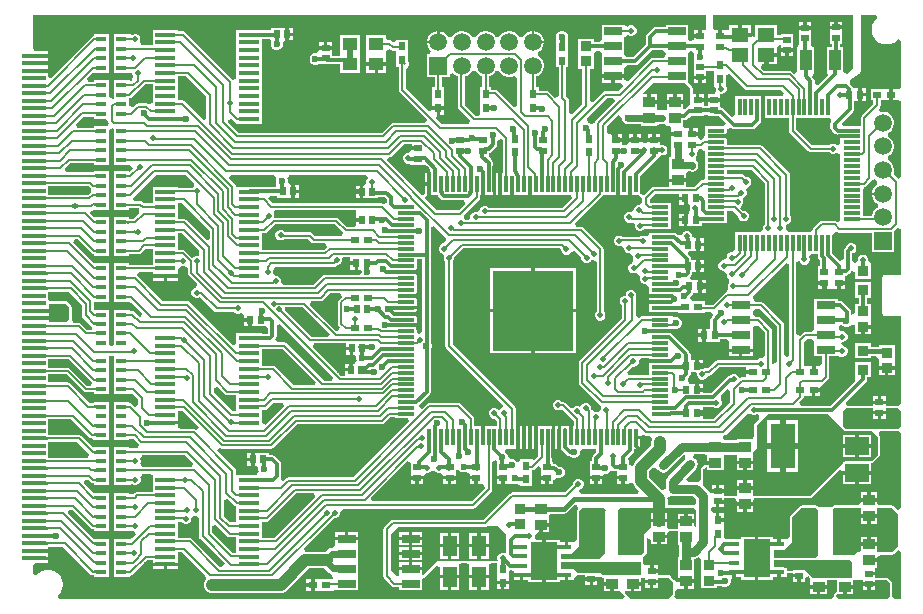
<source format=gtl>
G04*
G04 #@! TF.GenerationSoftware,Altium Limited,Altium Designer,21.6.4 (81)*
G04*
G04 Layer_Physical_Order=1*
G04 Layer_Color=255*
%FSLAX44Y44*%
%MOMM*%
G71*
G04*
G04 #@! TF.SameCoordinates,6F4435E8-1246-4E1E-919F-4622FBB0EAFB*
G04*
G04*
G04 #@! TF.FilePolarity,Positive*
G04*
G01*
G75*
%ADD11C,0.2000*%
%ADD14C,0.1500*%
%ADD17R,6.8500X6.8500*%
%ADD18R,0.3000X1.4750*%
%ADD19R,1.4750X0.3000*%
%ADD20R,1.0000X0.9000*%
%ADD21R,0.7500X0.6000*%
%ADD22R,1.6500X0.6500*%
%ADD23R,0.6400X0.6000*%
%ADD24R,1.5250X0.7000*%
%ADD25R,0.6000X0.6400*%
%ADD26R,2.0000X1.5000*%
%ADD27R,2.0000X3.8000*%
%ADD28R,0.6000X0.7500*%
%ADD29R,1.5000X3.6000*%
%ADD30R,0.9500X0.3500*%
%ADD31R,2.3000X3.2300*%
%ADD32R,0.9500X0.8500*%
%ADD33R,1.2300X1.8000*%
%ADD34R,0.9000X0.4500*%
%ADD35R,1.8000X0.4500*%
%ADD36R,1.0000X1.8000*%
%ADD37R,0.9500X0.9000*%
%ADD38R,2.0000X0.3800*%
%ADD39R,1.3000X1.1000*%
%ADD40R,1.4000X1.2000*%
%ADD67C,0.3000*%
%ADD68C,0.6000*%
%ADD69C,1.0000*%
%ADD70C,0.8000*%
%ADD71C,0.5000*%
%ADD72C,0.4000*%
%ADD73C,1.5000*%
%ADD74R,1.5000X1.5000*%
%ADD75C,0.6000*%
%ADD76C,0.5000*%
G36*
X781941Y704400D02*
X778500D01*
Y699400D01*
X777000D01*
Y697900D01*
X771800D01*
Y695910D01*
X768800Y694985D01*
X767245Y696350D01*
Y698050D01*
X767245D01*
Y709050D01*
X747995D01*
Y707119D01*
X739550D01*
X738184Y706847D01*
X737027Y706073D01*
X732477Y701523D01*
X731703Y700366D01*
X731431Y699000D01*
Y692478D01*
X720672Y681719D01*
X715126D01*
X713005Y683840D01*
X713005Y686650D01*
Y695050D01*
X713005Y696350D01*
Y698370D01*
X713725Y699090D01*
X716451Y700185D01*
X718105Y699500D01*
X719895D01*
X721549Y700185D01*
X722815Y701451D01*
X723500Y703105D01*
Y704895D01*
X722815Y706549D01*
X721549Y707815D01*
X719895Y708500D01*
X718105D01*
X716451Y707815D01*
X716005Y707369D01*
X713005Y708444D01*
Y709050D01*
X693755D01*
Y699350D01*
X693755Y698050D01*
Y696540D01*
X691634Y694419D01*
X687250D01*
Y697250D01*
X673750D01*
Y687250D01*
X673750Y684750D01*
X673750Y681750D01*
Y671750D01*
X677441D01*
Y641767D01*
X669059Y633385D01*
X666059Y634627D01*
Y644500D01*
X666059Y644500D01*
X665826Y645671D01*
X665163Y646663D01*
X663559Y648267D01*
Y673000D01*
X665500D01*
Y684500D01*
Y696000D01*
X665500D01*
X665000Y698006D01*
Y699995D01*
X664239Y701832D01*
X662832Y703239D01*
X660995Y704000D01*
X659005D01*
X657168Y703239D01*
X655761Y701832D01*
X655000Y699995D01*
Y698793D01*
X655000Y698005D01*
X655500Y696000D01*
X655500Y696000D01*
Y684500D01*
Y673000D01*
X657441D01*
Y648627D01*
X654441Y647385D01*
X649413Y652413D01*
X648420Y653076D01*
X647250Y653309D01*
X647250Y653309D01*
X640500D01*
Y656000D01*
X638559D01*
Y665484D01*
X639167Y665647D01*
X641333Y666898D01*
X643102Y668667D01*
X644353Y670833D01*
X645000Y673249D01*
Y675751D01*
X644353Y678167D01*
X643102Y680333D01*
X641333Y682102D01*
X640058Y682838D01*
X639873Y683422D01*
Y685578D01*
X640058Y686162D01*
X641333Y686898D01*
X643102Y688667D01*
X644353Y690833D01*
X645000Y693249D01*
Y693500D01*
X635500D01*
Y694500D01*
X634500D01*
Y704000D01*
X634249D01*
X631833Y703353D01*
X629667Y702102D01*
X627898Y700333D01*
X627162Y699058D01*
X626578Y698873D01*
X624422D01*
X623838Y699058D01*
X623102Y700333D01*
X621333Y702102D01*
X619167Y703353D01*
X616751Y704000D01*
X614249D01*
X611833Y703353D01*
X609667Y702102D01*
X607898Y700333D01*
X607162Y699058D01*
X606578Y698873D01*
X604422D01*
X603838Y699058D01*
X603102Y700333D01*
X601333Y702102D01*
X599167Y703353D01*
X596751Y704000D01*
X594249D01*
X591833Y703353D01*
X589667Y702102D01*
X587898Y700333D01*
X587162Y699058D01*
X586578Y698873D01*
X584422D01*
X583838Y699058D01*
X583102Y700333D01*
X581333Y702102D01*
X579167Y703353D01*
X576751Y704000D01*
X574249D01*
X571833Y703353D01*
X569667Y702102D01*
X567898Y700333D01*
X567162Y699058D01*
X566578Y698873D01*
X564422D01*
X563838Y699058D01*
X563102Y700333D01*
X561333Y702102D01*
X559167Y703353D01*
X556751Y704000D01*
X556500D01*
Y694500D01*
X555500D01*
Y693500D01*
X546000D01*
Y693249D01*
X546647Y690833D01*
X547898Y688667D01*
X549565Y687000D01*
X549543Y686531D01*
X548687Y684000D01*
X546000D01*
Y665000D01*
X552441D01*
Y656000D01*
X550500D01*
Y644500D01*
Y640250D01*
X555500D01*
X560500D01*
Y644500D01*
Y656000D01*
X558559D01*
Y665000D01*
X565000D01*
Y667687D01*
X567531Y668542D01*
X568000Y668565D01*
X569667Y666898D01*
X571833Y665647D01*
X571941Y665619D01*
Y640000D01*
X571941Y640000D01*
X572174Y638829D01*
X572837Y637837D01*
X582616Y628059D01*
X581373Y625059D01*
X558267D01*
X553326Y630000D01*
X554000Y631628D01*
Y637250D01*
X550500D01*
Y637068D01*
X547500Y635826D01*
X528059Y655267D01*
Y670955D01*
X530000Y673500D01*
X530000D01*
X530283Y674765D01*
X530326Y674829D01*
X530558Y675997D01*
X530559Y676000D01*
X530501Y676293D01*
X530326Y677171D01*
X530000Y677658D01*
Y685000D01*
Y696500D01*
X520000D01*
Y695694D01*
X517000Y694451D01*
X516288Y695163D01*
X515296Y695826D01*
X514125Y696059D01*
X511500Y697069D01*
Y700500D01*
X494500D01*
Y686500D01*
X494500Y683500D01*
X494500Y682500D01*
Y677500D01*
X503000D01*
X511500D01*
Y682500D01*
X511500Y684500D01*
X511500Y687057D01*
X514500Y688299D01*
X514712Y688087D01*
X515704Y687424D01*
X516875Y687191D01*
X520000D01*
Y673500D01*
X521941D01*
Y654000D01*
X521941Y654000D01*
X522174Y652830D01*
X522837Y651837D01*
X545870Y628804D01*
X544628Y625804D01*
X517000D01*
X515927Y625590D01*
X515017Y624983D01*
X507839Y617804D01*
X386161D01*
X377063Y626902D01*
X377276Y628156D01*
X380492Y629182D01*
X382509Y627166D01*
X382509Y627165D01*
X383501Y626502D01*
X384500Y626304D01*
Y625000D01*
X406500D01*
Y631500D01*
Y638000D01*
Y644500D01*
Y651000D01*
Y657500D01*
Y664000D01*
Y670500D01*
Y677000D01*
Y683500D01*
Y690000D01*
Y697181D01*
X412169D01*
X412615Y696785D01*
X413600Y695041D01*
X413600Y691405D01*
X414361Y689568D01*
X415768Y688161D01*
X417605Y687400D01*
X419594D01*
X421432Y688161D01*
X422839Y689568D01*
X423600Y691405D01*
Y693394D01*
X425851Y695800D01*
X425900D01*
Y701000D01*
Y706200D01*
X413600D01*
Y704319D01*
X406500D01*
Y705000D01*
X384500D01*
Y696500D01*
Y690000D01*
Y683500D01*
Y677000D01*
Y670500D01*
Y663157D01*
X383694Y662860D01*
X381500Y662658D01*
X381163Y663163D01*
X381163Y663163D01*
X341413Y702913D01*
X340421Y703576D01*
X339250Y703809D01*
X339250Y703809D01*
X335500D01*
Y705000D01*
X313500D01*
Y691759D01*
X304365D01*
X303648Y692686D01*
X302767Y694759D01*
X303200Y695805D01*
Y697595D01*
X302515Y699249D01*
X301249Y700515D01*
X299595Y701200D01*
X297805D01*
X296700Y700742D01*
X293700Y700950D01*
Y700950D01*
X280700D01*
Y692450D01*
Y684450D01*
Y676450D01*
Y668450D01*
X293700D01*
Y668450D01*
X296500Y667967D01*
Y667105D01*
X297185Y665451D01*
X296385Y662190D01*
X295754Y661626D01*
X293700Y661950D01*
Y661950D01*
X280700D01*
Y653450D01*
Y647125D01*
X279700Y646252D01*
X278144Y646693D01*
X276700Y648087D01*
Y653450D01*
Y661950D01*
X263700D01*
Y660804D01*
X259154D01*
X257911Y663804D01*
X262892Y668785D01*
X263700Y668450D01*
Y668450D01*
X276700D01*
Y676450D01*
Y684450D01*
Y692450D01*
Y700950D01*
X263700D01*
Y699370D01*
X263302Y699290D01*
X262392Y698682D01*
X227772Y664062D01*
X225000Y665210D01*
Y668495D01*
X223449Y668392D01*
X223239Y668344D01*
X223090Y668288D01*
X222999Y668226D01*
X222969Y668156D01*
Y668525D01*
X213000D01*
Y671525D01*
X222969D01*
Y671895D01*
X222999Y671824D01*
X223090Y671761D01*
X223239Y671706D01*
X223449Y671658D01*
X223720Y671617D01*
X224440Y671558D01*
X225000Y671546D01*
Y672475D01*
Y674845D01*
X223449Y674742D01*
X223239Y674694D01*
X223090Y674639D01*
X222999Y674576D01*
X222969Y674505D01*
Y674875D01*
X213000D01*
Y677875D01*
X222969D01*
Y678244D01*
X222999Y678174D01*
X223090Y678111D01*
X223239Y678056D01*
X223449Y678008D01*
X223720Y677967D01*
X224440Y677908D01*
X225000Y677896D01*
Y678825D01*
Y681195D01*
X223449Y681092D01*
X223239Y681044D01*
X223090Y680988D01*
X222999Y680926D01*
X222969Y680855D01*
Y681225D01*
X213000D01*
Y684225D01*
X222969D01*
Y684594D01*
X222999Y684524D01*
X223090Y684462D01*
X223239Y684406D01*
X223449Y684358D01*
X223720Y684317D01*
X224440Y684258D01*
X225000Y684246D01*
Y686625D01*
X214359D01*
X213591Y687545D01*
X212474Y689625D01*
X212549Y690000D01*
Y717451D01*
X781941Y717451D01*
Y704400D01*
D02*
G37*
G36*
X906941Y671529D02*
X901169Y667200D01*
X898500Y668949D01*
Y690000D01*
X895569D01*
Y693000D01*
X897200D01*
Y701800D01*
Y705300D01*
X886800D01*
Y701800D01*
Y693000D01*
X888431D01*
Y690000D01*
X884500D01*
Y668000D01*
X884500D01*
X885219Y666265D01*
X876840Y657887D01*
X874069Y659035D01*
Y661500D01*
X873797Y662866D01*
X873023Y664023D01*
X872047Y665000D01*
X873289Y668000D01*
X873500D01*
Y690000D01*
X872166D01*
X871200Y692600D01*
X871200D01*
Y701400D01*
Y704900D01*
X860800D01*
Y701400D01*
Y692600D01*
X860800D01*
X859834Y690000D01*
X859500D01*
Y669068D01*
X856623Y667702D01*
X855163Y669163D01*
X854171Y669826D01*
X853000Y670059D01*
X853000Y670059D01*
X831267D01*
X828597Y672728D01*
X829745Y675500D01*
X831500D01*
Y683500D01*
X833000D01*
Y685000D01*
X842000D01*
Y690081D01*
X844592Y692486D01*
X845800Y692174D01*
Y689100D01*
X851000D01*
X856200D01*
Y691400D01*
Y701400D01*
X845800D01*
Y700059D01*
X842000D01*
Y708500D01*
X824000D01*
Y699789D01*
X823000Y699052D01*
X820000Y700567D01*
Y708500D01*
X812500D01*
Y700500D01*
X809500D01*
Y708500D01*
X802000D01*
Y704883D01*
X799200Y704400D01*
Y704400D01*
X795500D01*
Y699400D01*
X792500D01*
Y704400D01*
X788800D01*
X788059Y707093D01*
Y717451D01*
X906941Y717451D01*
Y671529D01*
D02*
G37*
G36*
X745857Y687431D02*
X747995Y685350D01*
Y684209D01*
X746646Y681209D01*
X737150D01*
X737150Y681209D01*
X735980Y680976D01*
X734987Y680313D01*
X734987Y680313D01*
X716005Y661331D01*
X713005Y662573D01*
Y663950D01*
X704880D01*
Y659950D01*
X710382D01*
X711624Y656950D01*
X707733Y653059D01*
X697000D01*
X697000Y653059D01*
X695829Y652826D01*
X694837Y652163D01*
X686330Y643656D01*
X683559Y644804D01*
Y671750D01*
X687250D01*
X687250Y685160D01*
X688850Y686760D01*
X692155D01*
X693755Y685160D01*
X693755Y682350D01*
X693755Y671800D01*
X693755Y669650D01*
Y666950D01*
X713005D01*
Y669650D01*
X713005Y670950D01*
Y672460D01*
X715126Y674581D01*
X722150D01*
X723516Y674853D01*
X724673Y675627D01*
X736478Y687431D01*
X745857D01*
D02*
G37*
G36*
X313500Y651000D02*
Y642847D01*
X310500Y641604D01*
X310441Y641663D01*
X309449Y642326D01*
X308278Y642559D01*
X308278Y642559D01*
X301500D01*
X300329Y642326D01*
X299337Y641663D01*
X299337Y641663D01*
X296700Y639026D01*
X293700Y640268D01*
Y643788D01*
X293838Y646641D01*
X295008Y646874D01*
X296001Y647537D01*
X307155Y658691D01*
X313500D01*
Y651000D01*
D02*
G37*
G36*
X265761Y640000D02*
X265739Y640190D01*
X265677Y640360D01*
X265575Y640510D01*
X265432Y640640D01*
X265250Y640750D01*
X265026Y640840D01*
X264763Y640910D01*
X264459Y640960D01*
X264115Y640990D01*
X263731Y641000D01*
Y643000D01*
X264111Y643009D01*
X264450Y643037D01*
X264750Y643083D01*
X265011Y643147D01*
X265231Y643230D01*
X265410Y643331D01*
X265550Y643451D01*
X265651Y643588D01*
X265711Y643745D01*
X265730Y643920D01*
X265761Y640000D01*
D02*
G37*
G36*
X771811Y685435D02*
X772000Y682683D01*
Y681317D01*
X771800Y678400D01*
X771800D01*
Y668400D01*
Y666100D01*
X777000D01*
X782200D01*
Y669941D01*
X789000D01*
Y657500D01*
X789000D01*
X790500Y655895D01*
Y654105D01*
X790792Y653400D01*
X789565Y650906D01*
X789035Y650400D01*
X783800D01*
Y646900D01*
X794200D01*
Y647728D01*
X794200Y650400D01*
X795894Y650500D01*
X795895Y650500D01*
X797549Y651185D01*
X798815Y652451D01*
X799500Y654105D01*
Y655895D01*
X798898Y657348D01*
X799000Y657500D01*
X799000D01*
Y666432D01*
X802000Y667674D01*
X814837Y654837D01*
X814837Y654837D01*
X815829Y654174D01*
X817000Y653941D01*
X845733D01*
X848148Y651527D01*
X847000Y648755D01*
X832000D01*
Y639380D01*
X829069D01*
X829001Y639725D01*
Y648755D01*
X807000D01*
Y632289D01*
X804000Y631047D01*
X797005Y638041D01*
X795848Y638815D01*
X794482Y639087D01*
X794200D01*
Y643900D01*
X783800D01*
Y640169D01*
X780200D01*
Y643900D01*
X775000D01*
Y645400D01*
X773500D01*
Y650400D01*
X771039D01*
Y655000D01*
X770884Y655780D01*
X770442Y656442D01*
X770442Y656442D01*
X769054Y657830D01*
X767245Y659950D01*
X767245D01*
X767245Y659950D01*
Y670950D01*
X767245D01*
Y672650D01*
X767245D01*
Y683650D01*
X767245D01*
Y684281D01*
X769438Y687272D01*
X771811Y685435D01*
D02*
G37*
G36*
X607162Y669942D02*
X607898Y668667D01*
X609667Y666898D01*
X611833Y665647D01*
X614249Y665000D01*
X616751D01*
X619167Y665647D01*
X619441Y665806D01*
X622441Y664074D01*
Y640354D01*
X619670Y639206D01*
X605713Y653163D01*
X604721Y653826D01*
X603550Y654059D01*
X603550Y654059D01*
X600500D01*
Y656000D01*
X598559D01*
Y665484D01*
X599167Y665647D01*
X601333Y666898D01*
X603102Y668667D01*
X603838Y669942D01*
X604422Y670127D01*
X606578D01*
X607162Y669942D01*
D02*
G37*
G36*
X747995Y659950D02*
X764050D01*
X769000Y655000D01*
X769000D01*
Y642000D01*
X765675Y638675D01*
X765534Y638581D01*
X764270Y637317D01*
X763000Y637765D01*
X763000Y638270D01*
Y642250D01*
X756000D01*
X749000D01*
X749000Y637250D01*
X747834Y637000D01*
X742166D01*
X741000Y637250D01*
Y642250D01*
X734000D01*
Y643750D01*
X732500D01*
Y650250D01*
X728909D01*
X728423Y651423D01*
X737000Y660000D01*
X747995D01*
Y659950D01*
D02*
G37*
G36*
X587162Y669942D02*
X587898Y668667D01*
X589667Y666898D01*
X591833Y665647D01*
X592441Y665484D01*
Y656000D01*
X590500D01*
Y644500D01*
Y633000D01*
X587890Y632059D01*
X587267D01*
X578059Y641267D01*
Y665350D01*
X579167Y665647D01*
X581333Y666898D01*
X583102Y668667D01*
X583838Y669942D01*
X584422Y670127D01*
X586578D01*
X587162Y669942D01*
D02*
G37*
G36*
X359196Y648353D02*
Y629689D01*
X356424Y628541D01*
X340733Y644233D01*
X339823Y644840D01*
X338750Y645054D01*
X335500D01*
Y657500D01*
Y665446D01*
X342103D01*
X359196Y648353D01*
D02*
G37*
G36*
X704844Y644170D02*
X688837Y628163D01*
X688174Y627171D01*
X687941Y626000D01*
X687596Y625774D01*
X684739Y624832D01*
X683332Y626239D01*
X682254Y626685D01*
X681381Y629014D01*
X681326Y630000D01*
X698267Y646941D01*
X703696D01*
X704844Y644170D01*
D02*
G37*
G36*
X263700Y629450D02*
X273577D01*
X275941Y628000D01*
X276174Y626829D01*
X276785Y625915D01*
X276715Y625578D01*
X275482Y622950D01*
X263700D01*
Y622059D01*
X249944D01*
X248796Y624830D01*
X255161Y631196D01*
X263700D01*
Y629450D01*
D02*
G37*
G36*
X852441Y619500D02*
X852441Y619500D01*
X852674Y618330D01*
X853337Y617337D01*
X868837Y601837D01*
X869829Y601174D01*
X871000Y600941D01*
X871000Y600941D01*
X886695D01*
X887451Y600185D01*
X889105Y599500D01*
X890895D01*
X892549Y600185D01*
X893005Y600641D01*
X896005Y599496D01*
Y586000D01*
Y576000D01*
Y566000D01*
Y556000D01*
Y543563D01*
X893653Y542404D01*
X893005Y542268D01*
X892170Y542826D01*
X891000Y543059D01*
X891000Y543059D01*
X880000D01*
X878829Y542826D01*
X877837Y542163D01*
X873337Y537663D01*
X872674Y536671D01*
X872441Y535500D01*
X870113Y533995D01*
X851873D01*
X849500Y536105D01*
Y537895D01*
X850884Y540479D01*
X851344Y540686D01*
X852549Y541185D01*
X853815Y542451D01*
X854500Y544105D01*
Y545895D01*
X853815Y547549D01*
X853059Y548305D01*
Y582213D01*
X852826Y583384D01*
X852163Y584376D01*
X852163Y584376D01*
X829876Y606663D01*
X828884Y607326D01*
X827713Y607559D01*
X827713Y607559D01*
X799995D01*
Y613000D01*
X790620D01*
Y615999D01*
X799995D01*
Y620716D01*
X802995Y621958D01*
X803477Y621477D01*
X804634Y620703D01*
X806000Y620431D01*
X821000D01*
X822366Y620703D01*
X823523Y621477D01*
X828023Y625977D01*
X828797Y627134D01*
X829069Y628500D01*
Y630005D01*
X852441D01*
Y619500D01*
D02*
G37*
G36*
X222990Y620929D02*
X223050Y620782D01*
X223150Y620651D01*
X223290Y620538D01*
X223470Y620442D01*
X223689Y620364D01*
X223950Y620303D01*
X224249Y620260D01*
X224590Y620234D01*
X224970Y620225D01*
Y618225D01*
X224590Y618216D01*
X224249Y618190D01*
X223950Y618147D01*
X223689Y618086D01*
X223470Y618008D01*
X223290Y617912D01*
X223150Y617799D01*
X223050Y617668D01*
X222990Y617521D01*
X222969Y617355D01*
Y621095D01*
X222990Y620929D01*
D02*
G37*
G36*
X265761Y617000D02*
X265739Y617190D01*
X265677Y617360D01*
X265575Y617510D01*
X265432Y617640D01*
X265250Y617750D01*
X265026Y617840D01*
X264763Y617910D01*
X264459Y617960D01*
X264115Y617990D01*
X263731Y618000D01*
Y620000D01*
X264111Y620009D01*
X264450Y620037D01*
X264750Y620083D01*
X265011Y620147D01*
X265231Y620230D01*
X265410Y620331D01*
X265550Y620451D01*
X265651Y620588D01*
X265711Y620745D01*
X265730Y620919D01*
X265761Y617000D01*
D02*
G37*
G36*
X783800Y631600D02*
X793353D01*
X798953Y626000D01*
X797711Y623000D01*
X781245D01*
Y615395D01*
X780622Y613023D01*
X777822Y611682D01*
X775200Y612768D01*
Y614900D01*
X770000D01*
Y616400D01*
X768500D01*
Y621400D01*
X766200D01*
X763200Y621400D01*
X763000Y624317D01*
Y628174D01*
X763743D01*
X765108Y628446D01*
X766266Y629219D01*
X767341Y630294D01*
X769800Y631600D01*
X780200D01*
Y633031D01*
X783800D01*
Y631600D01*
D02*
G37*
G36*
X291689Y612510D02*
X291750Y612340D01*
X291850Y612190D01*
X291989Y612060D01*
X292169Y611950D01*
X292390Y611860D01*
X292650Y611790D01*
X292950Y611740D01*
X293290Y611710D01*
X293669Y611700D01*
Y609700D01*
X293290Y609690D01*
X292950Y609660D01*
X292650Y609610D01*
X292390Y609540D01*
X292169Y609450D01*
X291989Y609340D01*
X291850Y609210D01*
X291750Y609060D01*
X291689Y608890D01*
X291670Y608700D01*
Y612700D01*
X291689Y612510D01*
D02*
G37*
G36*
X887578Y628790D02*
X888130Y627005D01*
X887703Y626366D01*
X887431Y625000D01*
Y622000D01*
X887703Y620634D01*
X888477Y619477D01*
X890977Y616977D01*
X892134Y616203D01*
X893500Y615931D01*
X896005D01*
Y608504D01*
X893005Y607359D01*
X892549Y607815D01*
X890895Y608500D01*
X889105D01*
X887451Y607815D01*
X886695Y607059D01*
X872267D01*
X858559Y620767D01*
Y630005D01*
X886716D01*
X887578Y628790D01*
D02*
G37*
G36*
X222990Y608229D02*
X223050Y608082D01*
X223150Y607951D01*
X223290Y607838D01*
X223470Y607742D01*
X223689Y607664D01*
X223950Y607603D01*
X224249Y607560D01*
X224590Y607534D01*
X224970Y607525D01*
Y605525D01*
X224590Y605516D01*
X224249Y605490D01*
X223950Y605447D01*
X223689Y605386D01*
X223470Y605308D01*
X223290Y605212D01*
X223150Y605099D01*
X223050Y604968D01*
X222990Y604821D01*
X222969Y604655D01*
Y608395D01*
X222990Y608229D01*
D02*
G37*
G36*
X265761Y601000D02*
X265739Y601190D01*
X265677Y601360D01*
X265575Y601510D01*
X265432Y601640D01*
X265250Y601750D01*
X265026Y601840D01*
X264763Y601910D01*
X264459Y601960D01*
X264115Y601990D01*
X263731Y602000D01*
Y604000D01*
X264111Y604009D01*
X264450Y604037D01*
X264750Y604083D01*
X265011Y604147D01*
X265231Y604230D01*
X265410Y604331D01*
X265550Y604450D01*
X265651Y604589D01*
X265711Y604745D01*
X265730Y604920D01*
X265761Y601000D01*
D02*
G37*
G36*
X222990Y595529D02*
X223050Y595382D01*
X223150Y595251D01*
X223290Y595138D01*
X223470Y595042D01*
X223689Y594964D01*
X223950Y594903D01*
X224249Y594860D01*
X224590Y594834D01*
X224970Y594825D01*
Y592825D01*
X224590Y592816D01*
X224249Y592790D01*
X223950Y592747D01*
X223689Y592686D01*
X223470Y592608D01*
X223290Y592512D01*
X223150Y592399D01*
X223050Y592268D01*
X222990Y592121D01*
X222969Y591955D01*
Y595695D01*
X222990Y595529D01*
D02*
G37*
G36*
X280700Y620618D02*
Y614450D01*
Y606450D01*
Y598450D01*
Y590450D01*
X293700D01*
Y590450D01*
X293889Y590493D01*
X297110Y588156D01*
X297170Y587495D01*
X294354Y584679D01*
X293700Y584950D01*
Y584950D01*
X280700D01*
Y576450D01*
Y568450D01*
Y560450D01*
Y552450D01*
X293700D01*
Y553641D01*
X302033D01*
X302099Y553575D01*
X302218Y553402D01*
X302460Y550373D01*
X302228Y549553D01*
X297433Y544759D01*
X293700D01*
Y545950D01*
X280700D01*
Y537450D01*
Y529450D01*
Y521450D01*
Y513450D01*
X293700D01*
Y514641D01*
X301950D01*
X301950Y514641D01*
X303121Y514874D01*
X304113Y515537D01*
X307767Y519191D01*
X313500D01*
Y505759D01*
X293700D01*
Y506950D01*
X280700D01*
Y498450D01*
Y490450D01*
Y482450D01*
Y474450D01*
X293700D01*
Y474450D01*
X296268Y473406D01*
X304942Y464732D01*
X303923Y461509D01*
X302981Y461345D01*
X298463Y465863D01*
X297471Y466526D01*
X296300Y466759D01*
X293700Y467895D01*
Y467950D01*
X280700D01*
Y459450D01*
Y451450D01*
Y443450D01*
Y437898D01*
X278700Y436703D01*
X276700Y437898D01*
Y443450D01*
Y451450D01*
Y459450D01*
Y467950D01*
X264015D01*
X263804Y468161D01*
Y474450D01*
X276700D01*
Y482450D01*
Y490450D01*
Y498450D01*
Y506950D01*
X264015D01*
X246444Y524521D01*
X247687Y527521D01*
X250514D01*
X262317Y515717D01*
X263227Y515110D01*
X263700Y515015D01*
Y513450D01*
X276700D01*
Y521450D01*
Y529450D01*
Y537450D01*
Y545950D01*
X264015D01*
X260299Y549666D01*
X261030Y551431D01*
X263700Y552450D01*
Y552450D01*
X263700Y552450D01*
X276700D01*
Y560450D01*
Y568450D01*
Y576450D01*
Y584950D01*
X263700D01*
Y584184D01*
X240392D01*
X239149Y587184D01*
X243861Y591896D01*
X263700D01*
Y590450D01*
X276700D01*
Y598450D01*
Y606450D01*
Y614450D01*
Y619601D01*
X279700Y621252D01*
X280700Y620618D01*
D02*
G37*
G36*
X222990Y582829D02*
X223050Y582682D01*
X223150Y582551D01*
X223290Y582438D01*
X223470Y582342D01*
X223689Y582264D01*
X223950Y582203D01*
X224249Y582160D01*
X224590Y582134D01*
X224970Y582125D01*
Y580125D01*
X224590Y580116D01*
X224249Y580090D01*
X223950Y580047D01*
X223689Y579986D01*
X223470Y579908D01*
X223290Y579812D01*
X223150Y579699D01*
X223050Y579568D01*
X222990Y579421D01*
X222969Y579255D01*
Y582994D01*
X222990Y582829D01*
D02*
G37*
G36*
X265761Y579125D02*
X265739Y579315D01*
X265677Y579485D01*
X265575Y579635D01*
X265432Y579765D01*
X265249Y579875D01*
X265026Y579965D01*
X264763Y580035D01*
X264459Y580085D01*
X264115Y580115D01*
X263731Y580125D01*
Y582125D01*
X264111Y582133D01*
X264750Y582197D01*
X265011Y582252D01*
X265231Y582324D01*
X265410Y582411D01*
X265550Y582514D01*
X265651Y582633D01*
X265711Y582769D01*
X265730Y582919D01*
X265761Y579125D01*
D02*
G37*
G36*
X926626Y715844D02*
X926704Y714451D01*
X925430Y713177D01*
X925291Y712968D01*
X925113Y712791D01*
X924019Y711153D01*
X923923Y710921D01*
X923783Y710712D01*
X923029Y708892D01*
X922980Y708646D01*
X922884Y708414D01*
X922500Y706482D01*
Y706231D01*
X922451Y705985D01*
Y704015D01*
X922500Y703769D01*
Y703518D01*
X922884Y701586D01*
X922980Y701354D01*
X923029Y701108D01*
X923783Y699288D01*
X923923Y699079D01*
X924019Y698847D01*
X925113Y697209D01*
X925291Y697032D01*
X925430Y696823D01*
X926823Y695430D01*
X927032Y695291D01*
X927209Y695113D01*
X928847Y694019D01*
X929079Y693923D01*
X929288Y693783D01*
X931108Y693029D01*
X931354Y692980D01*
X931586Y692884D01*
X933518Y692500D01*
X933769D01*
X934015Y692451D01*
X935985D01*
X936231Y692500D01*
X936482D01*
X938414Y692884D01*
X938646Y692980D01*
X938892Y693029D01*
X940712Y693783D01*
X940921Y693923D01*
X941153Y694019D01*
X942791Y695113D01*
X942968Y695291D01*
X943177Y695430D01*
X944451Y696704D01*
X945844Y696626D01*
X947451Y695647D01*
Y655118D01*
X944451Y655000D01*
X940250D01*
Y650000D01*
Y645000D01*
X944500D01*
Y645000D01*
X947451Y644882D01*
X947451Y579967D01*
X947261Y579817D01*
X944451Y578875D01*
X940882Y582444D01*
X941500Y584749D01*
Y587251D01*
X940853Y589667D01*
X939602Y591833D01*
X937833Y593602D01*
X936558Y594338D01*
X936373Y594922D01*
Y597078D01*
X936558Y597662D01*
X937833Y598398D01*
X939602Y600167D01*
X940853Y602333D01*
X941500Y604749D01*
Y607251D01*
X940853Y609667D01*
X939602Y611833D01*
X937833Y613602D01*
X936558Y614338D01*
X936373Y614922D01*
Y617078D01*
X936558Y617662D01*
X937833Y618398D01*
X939602Y620167D01*
X940853Y622333D01*
X941500Y624749D01*
Y627251D01*
X940853Y629667D01*
X939602Y631833D01*
X937833Y633602D01*
X935667Y634853D01*
X933251Y635500D01*
X930749D01*
X929819Y635251D01*
X928266Y637940D01*
X929163Y638837D01*
X929826Y639829D01*
X930059Y641000D01*
X930059Y641000D01*
Y645000D01*
X937250D01*
Y650000D01*
Y655000D01*
X921500D01*
Y645000D01*
X923297D01*
X923674Y642000D01*
X913837Y632163D01*
X913174Y631171D01*
X912941Y630000D01*
X912941Y630000D01*
Y623000D01*
X905725D01*
X905380Y623069D01*
X898358D01*
X897115Y626069D01*
X906523Y635477D01*
X907297Y636634D01*
X907569Y638000D01*
Y644800D01*
X910900D01*
Y650000D01*
Y655200D01*
X906354D01*
X906182Y656066D01*
X905409Y657223D01*
X904403Y658229D01*
X904410Y661984D01*
X911835Y667553D01*
X911981Y667716D01*
X912163Y667837D01*
X912376Y668156D01*
X912632Y668442D01*
X912704Y668648D01*
X912826Y668829D01*
X912901Y669206D01*
X913028Y669567D01*
X913016Y669786D01*
X913059Y670000D01*
Y717451D01*
X925647D01*
X926626Y715844D01*
D02*
G37*
G36*
X708317Y632358D02*
X709132Y631944D01*
X710902Y630000D01*
X711000Y629507D01*
Y629005D01*
X711192Y628542D01*
X711290Y628049D01*
X711569Y627632D01*
X711761Y627168D01*
X712116Y626813D01*
X712395Y626395D01*
X712813Y626116D01*
X713168Y625761D01*
X713632Y625569D01*
X714049Y625290D01*
X714542Y625192D01*
X715005Y625000D01*
X715508D01*
X716000Y624902D01*
X716492Y625000D01*
X716995D01*
X717362Y625152D01*
X727000D01*
Y623750D01*
X741000D01*
Y623871D01*
X744000Y625002D01*
X744005Y625000D01*
X744508D01*
X745000Y624902D01*
X745492Y625000D01*
X745995D01*
X746000Y625002D01*
X746446Y624826D01*
X749000Y623750D01*
D01*
X751706Y623039D01*
X752800Y621400D01*
X752800Y620750D01*
Y617900D01*
X758000D01*
Y614900D01*
X752800D01*
Y611400D01*
Y602600D01*
X752902D01*
Y597250D01*
X751000D01*
Y586750D01*
X751000Y584250D01*
X751000Y581250D01*
Y578750D01*
X758000D01*
X765000D01*
Y581250D01*
X765000Y583750D01*
X767523Y584902D01*
X769243D01*
X770500Y584652D01*
X772451Y585040D01*
X774105Y586145D01*
X775210Y587799D01*
X775598Y589750D01*
X775210Y591701D01*
X774105Y593355D01*
X773855Y593605D01*
X773737Y593837D01*
X773618Y597254D01*
X773815Y597451D01*
X774500Y599105D01*
Y600895D01*
X775058Y602255D01*
X776281Y603861D01*
X778000Y603941D01*
X778245Y603990D01*
X780677Y602561D01*
X781245Y601952D01*
Y591000D01*
Y579726D01*
X779500Y577559D01*
X778329Y577326D01*
X777337Y576663D01*
X777337Y576663D01*
X772733Y572059D01*
X765000D01*
Y575750D01*
X758000D01*
X751000D01*
Y572059D01*
X738000D01*
X736830Y571826D01*
X735837Y571163D01*
X729373Y564699D01*
X726942Y565599D01*
X726500Y565935D01*
Y574035D01*
X726569Y574380D01*
Y581022D01*
X740823Y595277D01*
X741597Y596434D01*
X741617Y596538D01*
X742964Y597600D01*
X743200D01*
Y597786D01*
X744105Y598500D01*
X745895D01*
X747549Y599185D01*
X748815Y600451D01*
X749500Y602105D01*
Y603895D01*
X748815Y605549D01*
X747549Y606815D01*
X745895Y607500D01*
X744105D01*
X743200Y608105D01*
Y609900D01*
X732755D01*
X731696Y608533D01*
X729610D01*
X728315Y609900D01*
X716800D01*
Y609085D01*
X713995Y607000D01*
X712005D01*
X711200Y607538D01*
Y609900D01*
X706000D01*
Y611400D01*
X704500D01*
Y616400D01*
X700800D01*
Y616400D01*
X698059Y617025D01*
Y622733D01*
X707784Y632459D01*
X708317Y632358D01*
D02*
G37*
G36*
X417238Y581343D02*
X418392Y578941D01*
X418000Y577995D01*
Y576005D01*
X418019Y575959D01*
X418412Y574093D01*
X417943Y572873D01*
X417118Y571569D01*
X406500D01*
Y572000D01*
X384500D01*
X383826Y573171D01*
X383163Y574163D01*
X383163Y574163D01*
X378385Y578941D01*
X379627Y581941D01*
X416635D01*
X417238Y581343D01*
D02*
G37*
G36*
X348565Y575109D02*
X348480Y572650D01*
X348034Y571398D01*
X347695Y571059D01*
X335500D01*
Y572000D01*
X313500D01*
Y563500D01*
Y557809D01*
X306517D01*
X305463Y558863D01*
X304471Y559526D01*
X303300Y559759D01*
X303300Y559759D01*
X298105D01*
X297182Y561822D01*
X297085Y562759D01*
X316267Y581941D01*
X341733D01*
X348565Y575109D01*
D02*
G37*
G36*
X719500Y574035D02*
Y565005D01*
X725792D01*
X726593Y564388D01*
X728072Y562656D01*
X727941Y562000D01*
X727941Y562000D01*
Y559107D01*
X726551Y556762D01*
X725016Y556500D01*
X724605D01*
X722951Y555815D01*
X721685Y554549D01*
X721000Y552895D01*
Y552284D01*
X718465Y550425D01*
X718228Y550362D01*
X717895Y550500D01*
X716105D01*
X714451Y549815D01*
X713185Y548549D01*
X712500Y546895D01*
Y545105D01*
X713185Y543451D01*
X714451Y542185D01*
X716105Y541500D01*
X717895D01*
X718259Y541651D01*
X719312Y541441D01*
X720967D01*
X722000Y539895D01*
Y538105D01*
X722685Y536451D01*
X723951Y535185D01*
X725605Y534500D01*
X727395D01*
X729049Y535185D01*
X730055Y536191D01*
X733505D01*
Y535999D01*
X742880D01*
Y533069D01*
X742535Y533000D01*
X733505D01*
Y531602D01*
X732029Y530528D01*
X730505Y530040D01*
X729395Y530500D01*
X727605D01*
X725951Y529815D01*
X725695Y529559D01*
X711305D01*
X711049Y529815D01*
X709395Y530500D01*
X707605D01*
X705951Y529815D01*
X704685Y528549D01*
X704000Y526895D01*
Y525105D01*
X704685Y523451D01*
X705951Y522185D01*
X707605Y521500D01*
X709395D01*
X709728Y521638D01*
X709965Y521575D01*
X712500Y519716D01*
Y519105D01*
X713185Y517451D01*
X714451Y516185D01*
X716105Y515500D01*
X717418D01*
X718480Y514840D01*
X720000Y513125D01*
Y512105D01*
X720685Y510451D01*
X720464Y509327D01*
X719602Y507292D01*
X718451Y506815D01*
X717185Y505549D01*
X716500Y503895D01*
Y502105D01*
X717185Y500451D01*
X718451Y499185D01*
X720105Y498500D01*
X721895D01*
X722476Y498741D01*
X725594Y497395D01*
X726282Y495576D01*
X726000Y494895D01*
Y493105D01*
X726685Y491451D01*
X727951Y490185D01*
X729605Y489500D01*
X731395D01*
X733505Y487127D01*
Y481000D01*
Y480999D01*
X742535D01*
X742880Y480931D01*
Y478000D01*
X733505D01*
Y476000D01*
X742880D01*
Y473069D01*
X742535Y473000D01*
X733505D01*
Y471000D01*
Y465999D01*
X742535D01*
X742880Y465931D01*
Y463000D01*
X733505D01*
Y462304D01*
X728000D01*
X726927Y462090D01*
X726017Y461483D01*
X725559Y461024D01*
X722559Y462267D01*
Y478040D01*
X723000Y479105D01*
Y480895D01*
X722315Y482549D01*
X721049Y483815D01*
X719395Y484500D01*
X717605D01*
X715951Y483815D01*
X714685Y482549D01*
X714000Y480895D01*
Y479500D01*
X712605D01*
X710951Y478815D01*
X709685Y477549D01*
X709000Y475895D01*
Y474105D01*
X709685Y472451D01*
X710696Y471440D01*
Y460161D01*
X675517Y424983D01*
X674910Y424073D01*
X674696Y423000D01*
Y406000D01*
X674910Y404927D01*
X675517Y404017D01*
X692017Y387517D01*
X692939Y386430D01*
X693000Y383895D01*
Y383284D01*
X690465Y381425D01*
X690228Y381362D01*
X689895Y381500D01*
X688105D01*
X685590Y382901D01*
X685000Y383785D01*
Y385395D01*
X684315Y387049D01*
X683049Y388315D01*
X681395Y389000D01*
X679605D01*
X677951Y388315D01*
X676685Y387049D01*
X675549Y385815D01*
X673895Y386500D01*
X672105D01*
X670451Y385815D01*
X669185Y384549D01*
X667710Y384256D01*
X662983Y388983D01*
X662073Y389590D01*
X661000Y389804D01*
X660560D01*
X659549Y390815D01*
X657895Y391500D01*
X656105D01*
X654451Y390815D01*
X653185Y389549D01*
X652500Y387895D01*
Y386105D01*
X653185Y384451D01*
X654451Y383185D01*
X656105Y382500D01*
X657895D01*
X659549Y383185D01*
X660199Y383835D01*
X670196Y373839D01*
Y368995D01*
X669500D01*
Y359620D01*
X666569D01*
Y366374D01*
X666500Y366718D01*
Y368995D01*
X665377D01*
X664366Y369671D01*
X663000Y369942D01*
X661634Y369671D01*
X660623Y368995D01*
X659500D01*
Y366718D01*
X659431Y366374D01*
Y359620D01*
Y351502D01*
X659500Y351158D01*
Y350245D01*
X659681D01*
X659703Y350137D01*
X660477Y348979D01*
X664405Y345051D01*
X665563Y344277D01*
X666298Y344131D01*
X667668Y342761D01*
X669505Y342000D01*
X671495D01*
X673332Y342761D01*
X674739Y344168D01*
X675500Y346006D01*
Y347995D01*
X677815Y350245D01*
X688869D01*
X689198Y347245D01*
X686877Y344923D01*
X686103Y343766D01*
X685831Y342400D01*
Y339400D01*
X683800D01*
Y329400D01*
Y327100D01*
X689000D01*
X694633D01*
X696005Y329000D01*
X697995D01*
X699832Y329761D01*
X701239Y331168D01*
X703392Y331103D01*
X704757Y330831D01*
X706800D01*
Y327100D01*
X712000D01*
Y325600D01*
X713500D01*
Y320600D01*
X717200D01*
Y320826D01*
X720180Y321173D01*
X720885Y319470D01*
X722008Y318008D01*
X725665Y314350D01*
X724517Y311578D01*
X676600D01*
X674540Y314578D01*
X674895Y315500D01*
X676549Y316185D01*
X677815Y317451D01*
X678500Y319105D01*
Y320895D01*
X677815Y322549D01*
X676549Y323815D01*
X674895Y324500D01*
X673105D01*
X671451Y323815D01*
X670185Y322549D01*
X669500Y320895D01*
Y319826D01*
X662733Y313059D01*
X618000D01*
X618000Y313059D01*
X616829Y312826D01*
X615837Y312163D01*
X593733Y290059D01*
X517000D01*
X515829Y289826D01*
X514837Y289163D01*
X514837Y289163D01*
X509837Y284163D01*
X509174Y283171D01*
X508941Y282000D01*
X508941Y282000D01*
Y242000D01*
X508941Y242000D01*
X509174Y240830D01*
X509837Y239837D01*
X515887Y233787D01*
X515887Y233787D01*
X516880Y233124D01*
X518050Y232891D01*
X518050Y232891D01*
X522495D01*
Y230450D01*
X541745D01*
Y238052D01*
X542092Y239053D01*
X542920Y240880D01*
X543217Y240940D01*
X543520Y240971D01*
X543605Y241017D01*
X543700Y241036D01*
X543952Y241204D01*
X544220Y241349D01*
X544281Y241424D01*
X544361Y241478D01*
X553850Y250966D01*
X556850Y249723D01*
Y243400D01*
X565000D01*
X573150D01*
Y249961D01*
X573150Y252900D01*
X576125Y252961D01*
X578875D01*
X581850Y252900D01*
X581850Y249961D01*
Y243400D01*
X590000D01*
X598150D01*
Y249961D01*
X598150Y252900D01*
X601125Y252961D01*
X604988D01*
X605000Y252951D01*
Y242500D01*
Y238250D01*
X610000D01*
X615000D01*
Y244671D01*
X616500Y247431D01*
X616532D01*
X619250Y246750D01*
Y244500D01*
X626000D01*
Y243000D01*
X627500D01*
Y239250D01*
X631500D01*
Y236850D01*
X643500D01*
Y255000D01*
Y273150D01*
X639187D01*
X637746Y274306D01*
X637621Y276830D01*
X639933Y279250D01*
X641000D01*
Y285750D01*
X642500D01*
Y287250D01*
X649500D01*
Y289750D01*
X649500Y292250D01*
X649689Y295172D01*
X661750D01*
X661750Y295172D01*
X663311Y295482D01*
X664634Y296366D01*
X671023Y302756D01*
X672890Y302516D01*
X674029Y299413D01*
X673558Y298942D01*
X673116Y298280D01*
X672961Y297500D01*
Y272655D01*
X670750Y270750D01*
X665500D01*
Y267000D01*
X662500D01*
Y270750D01*
X658500D01*
Y273150D01*
X646500D01*
Y255000D01*
Y236850D01*
X658500D01*
Y239250D01*
X662500D01*
Y243000D01*
X665500D01*
Y239250D01*
X670750D01*
Y240582D01*
X670994Y241002D01*
X673000Y242961D01*
X679800D01*
Y241100D01*
X685000D01*
X691230D01*
X692833Y241764D01*
X695500Y240296D01*
Y237250D01*
X702500D01*
Y235750D01*
X704000D01*
Y229250D01*
X708508D01*
X710263Y228527D01*
X711619Y227242D01*
X711631Y227222D01*
X711636Y227200D01*
X711844Y226888D01*
X712046Y226571D01*
X712065Y226557D01*
X712078Y226538D01*
X713296Y225320D01*
X712148Y222549D01*
X234353D01*
X233374Y224156D01*
X233296Y225549D01*
X234570Y226823D01*
X234709Y227032D01*
X234887Y227209D01*
X235981Y228847D01*
X236077Y229079D01*
X236217Y229288D01*
X236971Y231108D01*
X237020Y231354D01*
X237116Y231586D01*
X237500Y233518D01*
Y233769D01*
X237549Y234015D01*
Y235985D01*
X237500Y236231D01*
Y236482D01*
X237116Y238414D01*
X237020Y238646D01*
X236971Y238892D01*
X236217Y240712D01*
X236077Y240921D01*
X235981Y241153D01*
X234887Y242791D01*
X234709Y242968D01*
X234570Y243177D01*
X233177Y244570D01*
X232968Y244709D01*
X232791Y244887D01*
X231153Y245981D01*
X230921Y246077D01*
X230712Y246217D01*
X228892Y246971D01*
X228646Y247020D01*
X228414Y247116D01*
X226482Y247500D01*
X226231D01*
X225985Y247549D01*
X224015D01*
X223769Y247500D01*
X223518D01*
X221586Y247116D01*
X221354Y247020D01*
X221108Y246971D01*
X219288Y246217D01*
X219079Y246077D01*
X218847Y245981D01*
X217209Y244887D01*
X217032Y244709D01*
X216823Y244570D01*
X215549Y243296D01*
X214156Y243374D01*
X212549Y244353D01*
Y250000D01*
X212474Y250375D01*
X213591Y252455D01*
X214359Y253375D01*
X225000D01*
Y255775D01*
X213000D01*
Y258775D01*
X225000D01*
Y259725D01*
Y262125D01*
X213000D01*
Y265125D01*
X225000D01*
Y266916D01*
X237758D01*
X260837Y243837D01*
X260837Y243837D01*
X261829Y243174D01*
X263000Y242941D01*
X263700D01*
Y241450D01*
X276700D01*
Y249450D01*
Y257450D01*
Y265450D01*
Y273950D01*
X263700D01*
X263700Y273950D01*
Y273950D01*
X261562Y275764D01*
X241752Y295573D01*
X242837Y298328D01*
X245419Y298616D01*
X261017Y283017D01*
X261927Y282410D01*
X263000Y282196D01*
X263700D01*
Y280450D01*
X276700D01*
Y288450D01*
Y296450D01*
Y304450D01*
Y312950D01*
X263700D01*
X263700Y312950D01*
Y312950D01*
X261562Y314764D01*
X255352Y320973D01*
X256437Y323728D01*
X259019Y324016D01*
X261317Y321717D01*
X262227Y321110D01*
X263300Y320896D01*
X263700D01*
Y319450D01*
X276700D01*
Y327450D01*
Y335450D01*
Y343450D01*
Y351950D01*
X263700D01*
Y351950D01*
X262764Y351562D01*
X253288Y361038D01*
X252295Y361701D01*
X251125Y361934D01*
X251125Y361934D01*
X225000D01*
Y367675D01*
Y374866D01*
X244808D01*
X259837Y359837D01*
X259837Y359837D01*
X260830Y359174D01*
X261370Y359067D01*
X263700Y357450D01*
X263700Y357450D01*
X263700Y357450D01*
X276700D01*
Y365450D01*
Y373450D01*
Y381450D01*
Y389950D01*
X263700D01*
Y388759D01*
X260567D01*
X243838Y405488D01*
X242845Y406151D01*
X241675Y406384D01*
X241675Y406384D01*
X225000D01*
Y413221D01*
X240788D01*
X255292Y398717D01*
X256202Y398110D01*
X257275Y397896D01*
X263700D01*
Y396450D01*
X276700D01*
Y404450D01*
Y412450D01*
Y420450D01*
Y428941D01*
X280700D01*
Y420450D01*
Y412450D01*
Y404450D01*
Y396450D01*
X293700D01*
Y396450D01*
X296669Y396375D01*
X301526Y391518D01*
Y387042D01*
X298526Y385800D01*
X296463Y387863D01*
X295471Y388526D01*
X294300Y388759D01*
X293700Y389950D01*
X280700D01*
Y381450D01*
Y373450D01*
Y365450D01*
Y357450D01*
X293700D01*
Y358641D01*
X297033D01*
X301837Y353837D01*
X301837Y353837D01*
X301954Y353759D01*
X301045Y350759D01*
X293700D01*
Y351950D01*
X280700D01*
Y343450D01*
Y335450D01*
Y327450D01*
Y319450D01*
X293700D01*
X293700Y319450D01*
X296700Y320082D01*
X298105Y319500D01*
X299895D01*
X301549Y320185D01*
X302815Y321451D01*
X303500Y323105D01*
Y324895D01*
X303191Y325641D01*
X304366Y328070D01*
X304948Y328641D01*
X310766D01*
X313500Y328000D01*
Y319500D01*
Y313809D01*
X300481D01*
X300480Y313809D01*
X299310Y313576D01*
X298318Y312913D01*
X297163Y311759D01*
X293700D01*
Y312950D01*
X280700D01*
Y304450D01*
Y296450D01*
Y288450D01*
Y280450D01*
X293700D01*
X293700Y280450D01*
X296700Y280658D01*
X297805Y280200D01*
X298007D01*
X299249Y277200D01*
X296495Y274445D01*
X293700Y273950D01*
Y273950D01*
X280700D01*
Y265450D01*
Y257450D01*
Y249450D01*
Y241450D01*
X293700D01*
X293700Y241450D01*
X295871Y242874D01*
X296024Y242977D01*
X296863Y243537D01*
X309017Y255691D01*
X313500D01*
Y253750D01*
X335500D01*
Y254500D01*
Y262446D01*
X338589D01*
X358019Y243015D01*
X359008Y239992D01*
X357886Y238530D01*
X357180Y236827D01*
X356940Y235000D01*
X357180Y233173D01*
X357886Y231470D01*
X359008Y230008D01*
X360470Y228885D01*
X362173Y228180D01*
X364000Y227940D01*
X422000D01*
X423827Y228180D01*
X425530Y228885D01*
X426992Y230008D01*
X445924Y248940D01*
X458851D01*
X462584Y245207D01*
X464238Y244102D01*
X464604Y244029D01*
X466080Y241011D01*
X466070Y240763D01*
X465579Y240000D01*
X450750D01*
Y235000D01*
Y230000D01*
X465441D01*
X466500Y230000D01*
X466500Y230000D01*
X468255Y230450D01*
X468255Y230450D01*
X487505D01*
Y240150D01*
X487505Y242300D01*
X487505Y244450D01*
Y254150D01*
X487505D01*
Y255850D01*
X487505D01*
Y265550D01*
X487505Y267700D01*
X487505Y269850D01*
Y272550D01*
X468255D01*
Y269850D01*
X468255Y268550D01*
X466126Y266448D01*
X465350D01*
X463399Y266060D01*
X461745Y264955D01*
X459851Y263060D01*
X443268D01*
X442777Y263648D01*
X441908Y265942D01*
X467465Y291500D01*
X468895D01*
X470549Y292185D01*
X471815Y293451D01*
X472500Y295105D01*
Y296895D01*
X474692Y299441D01*
X585000D01*
X585000Y299441D01*
X586171Y299674D01*
X587163Y300337D01*
X600349Y313523D01*
X601012Y314515D01*
X601245Y315686D01*
Y339202D01*
X604245Y340766D01*
X604678Y340464D01*
X604800Y339400D01*
X604800Y339400D01*
Y329400D01*
Y327100D01*
X610000D01*
Y325600D01*
X611500D01*
Y320600D01*
X615200D01*
X615200Y320600D01*
X618106Y320373D01*
X619005Y320000D01*
X620995D01*
X622000Y320416D01*
X625000Y319122D01*
Y318500D01*
X635000D01*
Y331941D01*
X636171Y332174D01*
X637163Y332837D01*
X639528Y335203D01*
X642300Y334055D01*
Y329400D01*
Y327100D01*
X647500D01*
Y325600D01*
X649000D01*
Y320600D01*
X652700D01*
Y323576D01*
X653087Y324006D01*
X655700Y325334D01*
X656505Y325000D01*
X658495D01*
X660332Y325761D01*
X661739Y327168D01*
X662500Y329005D01*
Y330995D01*
X661739Y332832D01*
X660332Y334239D01*
X658495Y335000D01*
X657363D01*
X655966Y336397D01*
X654808Y337171D01*
X653443Y337443D01*
X652700D01*
Y339400D01*
X651569D01*
Y350245D01*
X656500D01*
Y359620D01*
Y368995D01*
X654500D01*
Y359620D01*
X651569D01*
X651500Y359965D01*
Y368995D01*
X639500D01*
Y359620D01*
Y350245D01*
X639941D01*
Y344267D01*
X636537Y340863D01*
X635000Y341500D01*
Y341500D01*
X625000D01*
Y339991D01*
X623104Y339195D01*
X622000Y339071D01*
X620832Y340239D01*
X618995Y341000D01*
X617272D01*
X616819Y341164D01*
X614500Y343209D01*
Y343995D01*
X613739Y345832D01*
X612332Y347239D01*
X612317Y347245D01*
X612914Y350245D01*
X621501D01*
Y359620D01*
Y368995D01*
X621059D01*
Y384000D01*
X621059Y384000D01*
X620826Y385171D01*
X620163Y386163D01*
X620163Y386163D01*
X567559Y438767D01*
Y508695D01*
X568315Y509451D01*
X569000Y511105D01*
Y512174D01*
X576767Y519941D01*
X658733D01*
X659500Y519174D01*
Y518105D01*
X660185Y516451D01*
X661451Y515185D01*
X663105Y514500D01*
X664895D01*
X666549Y515185D01*
X667815Y516451D01*
X667969Y516823D01*
X671148Y517728D01*
X671333Y517702D01*
X676500Y512535D01*
Y511105D01*
X677185Y509451D01*
X678451Y508185D01*
X680105Y507500D01*
X681895D01*
X683549Y508185D01*
X684815Y509451D01*
X684986Y509865D01*
X686712Y510120D01*
X689441Y507877D01*
Y466305D01*
X688685Y465549D01*
X688000Y463895D01*
Y462105D01*
X688685Y460451D01*
X689951Y459185D01*
X691605Y458500D01*
X693395D01*
X695049Y459185D01*
X696315Y460451D01*
X697000Y462105D01*
Y463895D01*
X696315Y465549D01*
X695559Y466305D01*
Y519000D01*
X695326Y520171D01*
X694663Y521163D01*
X694663Y521163D01*
X678663Y537163D01*
X677671Y537826D01*
X676500Y538059D01*
X676500Y538059D01*
X672297D01*
X671055Y541059D01*
X693983Y563987D01*
X694590Y564897D01*
X694612Y565005D01*
X706500D01*
Y574380D01*
X709431D01*
X709500Y574035D01*
Y565005D01*
X716500D01*
Y574035D01*
X716569Y574380D01*
X719431D01*
X719500Y574035D01*
D02*
G37*
G36*
X609941Y611280D02*
Y583755D01*
X609500D01*
Y574380D01*
Y565005D01*
X616501D01*
Y574380D01*
X619431D01*
X619500Y574035D01*
Y565005D01*
X631501D01*
Y574380D01*
X634500D01*
Y565005D01*
X667485D01*
X668728Y562005D01*
X660527Y553804D01*
X598560D01*
X597549Y554815D01*
X595895Y555500D01*
X594105D01*
X592451Y554815D01*
X591185Y553549D01*
X590686Y552344D01*
X590479Y551884D01*
X587895Y550500D01*
X586105D01*
X584451Y549815D01*
X583185Y548549D01*
X582500Y546895D01*
Y545105D01*
X581631Y543804D01*
X578560D01*
X577906Y544458D01*
X577544Y544952D01*
X577435Y548109D01*
X590163Y560837D01*
X590163Y560837D01*
X590826Y561829D01*
X591059Y563000D01*
Y565005D01*
X591501D01*
Y574380D01*
X594431D01*
X594500Y574035D01*
Y565005D01*
X601501D01*
Y574035D01*
X601569Y574380D01*
X604500D01*
Y565005D01*
X606500D01*
Y574380D01*
Y583755D01*
X601568D01*
Y592000D01*
X601297Y593366D01*
X600523Y594523D01*
X599747Y595300D01*
X598200Y597600D01*
X598200D01*
X598200Y597600D01*
Y600537D01*
X599448Y600785D01*
X600605Y601559D01*
X604520Y605473D01*
X605294Y606631D01*
X605565Y607997D01*
Y610997D01*
X608273Y612572D01*
X609941Y611280D01*
D02*
G37*
G36*
X261317Y570717D02*
X261536Y570571D01*
X261733Y569071D01*
X261678Y568067D01*
X261468Y567284D01*
X261017Y566983D01*
X258914Y564879D01*
X225000D01*
Y572196D01*
X259839D01*
X261317Y570717D01*
D02*
G37*
G36*
X495577Y578941D02*
X495185Y578549D01*
X494500Y576895D01*
Y575105D01*
X492249Y572700D01*
X492100D01*
Y567500D01*
Y562300D01*
X504400D01*
Y563431D01*
X509638D01*
X511825Y561179D01*
X511709Y558614D01*
X510796Y557945D01*
X508931Y557351D01*
X508573Y557590D01*
X507500Y557804D01*
X415161D01*
X411534Y561431D01*
X412776Y564431D01*
X418600D01*
Y562800D01*
X430900D01*
Y568000D01*
X432400D01*
D01*
X430900D01*
Y573200D01*
X430085D01*
X428000Y576006D01*
Y577995D01*
X427608Y578941D01*
X428762Y581343D01*
X429365Y581941D01*
X494342D01*
X495577Y578941D01*
D02*
G37*
G36*
X265761Y555000D02*
X265739Y555190D01*
X265677Y555360D01*
X265575Y555510D01*
X265432Y555640D01*
X265250Y555750D01*
X265026Y555840D01*
X264763Y555910D01*
X264459Y555960D01*
X264115Y555990D01*
X263731Y556000D01*
Y558000D01*
X264111Y558009D01*
X264450Y558037D01*
X264750Y558083D01*
X265011Y558147D01*
X265231Y558230D01*
X265410Y558331D01*
X265550Y558451D01*
X265651Y558588D01*
X265711Y558745D01*
X265730Y558919D01*
X265761Y555000D01*
D02*
G37*
G36*
X249815Y557332D02*
X249978Y557205D01*
X250152Y557093D01*
X250336Y556995D01*
X250531Y556912D01*
X250737Y556845D01*
X250954Y556792D01*
X251181Y556755D01*
X251420Y556732D01*
X251668Y556725D01*
Y554725D01*
X251420Y554717D01*
X251181Y554695D01*
X250954Y554658D01*
X250737Y554605D01*
X250531Y554538D01*
X250336Y554455D01*
X250152Y554357D01*
X249978Y554245D01*
X249815Y554118D01*
X249662Y553975D01*
Y557475D01*
X249815Y557332D01*
D02*
G37*
G36*
X246092Y553975D02*
X245939Y554118D01*
X245776Y554245D01*
X245602Y554357D01*
X245418Y554455D01*
X245223Y554538D01*
X245017Y554605D01*
X244800Y554658D01*
X244573Y554695D01*
X244335Y554717D01*
X244086Y554725D01*
Y556725D01*
X244335Y556732D01*
X244573Y556755D01*
X244800Y556792D01*
X245017Y556845D01*
X245223Y556912D01*
X245418Y556995D01*
X245602Y557093D01*
X245776Y557205D01*
X245939Y557332D01*
X246092Y557475D01*
Y553975D01*
D02*
G37*
G36*
X222990Y557429D02*
X223050Y557281D01*
X223150Y557151D01*
X223290Y557038D01*
X223470Y556942D01*
X223689Y556864D01*
X223950Y556803D01*
X224249Y556760D01*
X224590Y556734D01*
X224970Y556725D01*
Y554725D01*
X224590Y554716D01*
X224249Y554690D01*
X223950Y554647D01*
X223689Y554586D01*
X223470Y554508D01*
X223290Y554412D01*
X223150Y554299D01*
X223050Y554169D01*
X222990Y554021D01*
X222969Y553856D01*
Y557594D01*
X222990Y557429D01*
D02*
G37*
G36*
X532800Y605900D02*
X538000D01*
Y602900D01*
X532755D01*
X530895Y600500D01*
X529105D01*
X527451Y599815D01*
X526185Y598549D01*
X525500Y596895D01*
Y595105D01*
X526185Y593451D01*
X527451Y592185D01*
X529105Y591500D01*
X530895D01*
X532800Y590600D01*
Y590600D01*
X543200D01*
Y590600D01*
X544197Y591013D01*
X548455Y586755D01*
X547212Y583755D01*
X544500D01*
Y575880D01*
X548000D01*
Y574380D01*
X549431D01*
X549500Y574035D01*
Y565005D01*
X555082D01*
X555203Y564397D01*
X555977Y563239D01*
X557734Y561482D01*
X558892Y560708D01*
X560257Y560436D01*
X576868D01*
X578111Y557436D01*
X572733Y552059D01*
X554267D01*
X544194Y562132D01*
X545563Y565005D01*
X546500D01*
Y572880D01*
X544500D01*
Y566068D01*
X541627Y564699D01*
X512130Y594196D01*
X513372Y597196D01*
X514000D01*
X515073Y597410D01*
X515983Y598017D01*
X526161Y608196D01*
X532800D01*
Y605900D01*
D02*
G37*
G36*
X926819Y577051D02*
X926541Y573818D01*
X926167Y573602D01*
X924398Y571833D01*
X923147Y569667D01*
X922500Y567251D01*
Y567000D01*
X932000D01*
Y565000D01*
X922500D01*
Y564749D01*
X923147Y562333D01*
X924398Y560167D01*
X926167Y558398D01*
X927442Y557662D01*
X927627Y557078D01*
Y554922D01*
X927442Y554338D01*
X926167Y553602D01*
X924398Y551833D01*
X923147Y549667D01*
X922583Y547559D01*
X914755D01*
Y556000D01*
Y568605D01*
X915500Y571441D01*
X916671Y571674D01*
X917663Y572337D01*
X922163Y576837D01*
X922559Y577430D01*
X925603Y578056D01*
X926819Y577051D01*
D02*
G37*
G36*
X831941Y574733D02*
Y540305D01*
X831185Y539549D01*
X830500Y537895D01*
Y536105D01*
X828127Y533995D01*
X807000D01*
Y518875D01*
X804895Y516500D01*
X803105D01*
X801451Y515815D01*
X800185Y514549D01*
X799500Y512895D01*
Y512082D01*
X798510Y510490D01*
X796918Y509500D01*
X796105D01*
X794451Y508815D01*
X793185Y507549D01*
X792500Y505895D01*
Y504105D01*
X793185Y502451D01*
X794451Y501185D01*
X796105Y500500D01*
X796918D01*
X798510Y499510D01*
X799500Y497918D01*
Y497105D01*
X800185Y495451D01*
X801451Y494185D01*
X801496Y494166D01*
X801819Y493201D01*
X801891Y490755D01*
X801185Y490049D01*
X800500Y488395D01*
Y486605D01*
X800726Y486059D01*
X800471Y485002D01*
X799539Y483348D01*
X799047Y482869D01*
X798829Y482826D01*
X797837Y482163D01*
X787733Y472059D01*
X781500D01*
Y475000D01*
X770491D01*
X768498Y478000D01*
X768500Y478005D01*
Y478240D01*
X770536Y480277D01*
X771310Y481434D01*
X771482Y482300D01*
X775400D01*
Y487500D01*
Y492700D01*
X769578D01*
X769463Y492845D01*
X768489Y495700D01*
X769323Y496534D01*
X770097Y497692D01*
X770368Y499057D01*
Y499800D01*
X773900D01*
Y505000D01*
Y510200D01*
X769405D01*
Y510800D01*
X769133Y512166D01*
X768359Y513323D01*
X766654Y515028D01*
X767803Y517800D01*
X773900D01*
Y523000D01*
Y528200D01*
X773272D01*
X770500Y529105D01*
Y530895D01*
X769815Y532549D01*
X768549Y533815D01*
X766895Y534500D01*
X765105D01*
X763451Y533815D01*
X762185Y532549D01*
X761908Y531881D01*
X759207Y530978D01*
X758544Y531002D01*
X757523Y532023D01*
X756366Y532797D01*
X755000Y533069D01*
X752255D01*
Y546000D01*
Y558000D01*
X734703D01*
X734326Y561000D01*
X739267Y565941D01*
X759600D01*
Y563500D01*
X764600D01*
Y562000D01*
X766100D01*
Y556755D01*
X768500Y554895D01*
Y553105D01*
X768875Y552200D01*
X767855Y549948D01*
X767193Y549200D01*
X766100D01*
Y544000D01*
Y538800D01*
X778400D01*
Y540931D01*
X790620D01*
X790965Y541000D01*
X799995D01*
Y551441D01*
X805233D01*
X809500Y547174D01*
Y546105D01*
X810185Y544451D01*
X811451Y543185D01*
X813105Y542500D01*
X814895D01*
X816549Y543185D01*
X817815Y544451D01*
X818500Y546105D01*
Y547895D01*
X817815Y549549D01*
X816549Y550815D01*
X814895Y551500D01*
X813826D01*
X811315Y554010D01*
X811549Y555185D01*
X812815Y556451D01*
X813500Y558105D01*
Y559895D01*
X813062Y561782D01*
X814549Y563185D01*
X815815Y564451D01*
X816500Y566105D01*
Y567895D01*
X816249Y568500D01*
X816703Y570606D01*
X817752Y571855D01*
X818549Y572185D01*
X819815Y573451D01*
X820500Y575105D01*
Y576895D01*
X819815Y578549D01*
X818549Y579815D01*
X816895Y580500D01*
X815826D01*
X814663Y581663D01*
X813671Y582326D01*
X812500Y582559D01*
X812500Y582559D01*
X799995D01*
Y586441D01*
X820233D01*
X831941Y574733D01*
D02*
G37*
G36*
X222990Y544729D02*
X223050Y544581D01*
X223150Y544451D01*
X223290Y544338D01*
X223470Y544242D01*
X223689Y544164D01*
X223950Y544103D01*
X224249Y544060D01*
X224590Y544034D01*
X224970Y544025D01*
Y542025D01*
X224590Y542016D01*
X224249Y541990D01*
X223950Y541947D01*
X223689Y541886D01*
X223470Y541808D01*
X223290Y541712D01*
X223150Y541599D01*
X223050Y541469D01*
X222990Y541321D01*
X222969Y541156D01*
Y544894D01*
X222990Y544729D01*
D02*
G37*
G36*
X291689Y543510D02*
X291750Y543340D01*
X291850Y543190D01*
X291989Y543060D01*
X292169Y542950D01*
X292390Y542860D01*
X292650Y542790D01*
X292950Y542740D01*
X293290Y542710D01*
X293669Y542700D01*
Y540700D01*
X293290Y540690D01*
X292950Y540660D01*
X292650Y540610D01*
X292390Y540540D01*
X292169Y540450D01*
X291989Y540340D01*
X291850Y540210D01*
X291750Y540060D01*
X291689Y539890D01*
X291670Y539700D01*
Y543700D01*
X291689Y543510D01*
D02*
G37*
G36*
X485600Y549200D02*
X485600D01*
Y545500D01*
X490600D01*
Y542500D01*
X485600D01*
Y538800D01*
X483013Y537804D01*
X478161D01*
X470782Y545183D01*
X469873Y545791D01*
X468800Y546004D01*
X467792Y545804D01*
X416701D01*
X416500Y546105D01*
Y547895D01*
X415961Y549196D01*
X416554Y550775D01*
X417410Y552196D01*
X485591D01*
X485600Y549200D01*
D02*
G37*
G36*
X265761Y532270D02*
X265746Y532351D01*
X265703Y532425D01*
X265630Y532489D01*
X265527Y532545D01*
X265396Y532592D01*
X265235Y532631D01*
X265045Y532661D01*
X264826Y532683D01*
X264300Y532700D01*
Y534700D01*
X264578Y534704D01*
X265045Y534739D01*
X265235Y534769D01*
X265396Y534808D01*
X265527Y534855D01*
X265630Y534911D01*
X265703Y534975D01*
X265746Y535049D01*
X265761Y535130D01*
Y532270D01*
D02*
G37*
G36*
X299438Y532048D02*
X299270Y532172D01*
X299094Y532283D01*
X298909Y532381D01*
X298715Y532465D01*
X298512Y532537D01*
X298301Y532596D01*
X298080Y532641D01*
X297850Y532674D01*
X297612Y532693D01*
X297365Y532700D01*
X297100Y534700D01*
X297351Y534708D01*
X297588Y534733D01*
X297812Y534774D01*
X298024Y534832D01*
X298222Y534906D01*
X298407Y534996D01*
X298579Y535103D01*
X298738Y535227D01*
X298885Y535367D01*
X299018Y535523D01*
X299438Y532048D01*
D02*
G37*
G36*
X291689Y535510D02*
X291750Y535340D01*
X291850Y535190D01*
X291989Y535060D01*
X292169Y534950D01*
X292390Y534860D01*
X292650Y534790D01*
X292950Y534740D01*
X293290Y534710D01*
X293669Y534700D01*
Y532700D01*
X293290Y532690D01*
X292950Y532660D01*
X292650Y532610D01*
X292390Y532540D01*
X292169Y532450D01*
X291989Y532340D01*
X291850Y532210D01*
X291750Y532060D01*
X291689Y531890D01*
X291670Y531700D01*
Y535700D01*
X291689Y535510D01*
D02*
G37*
G36*
X474976Y533059D02*
X474972Y532881D01*
X474045Y530059D01*
X451267D01*
X448663Y532663D01*
X447671Y533326D01*
X446500Y533559D01*
X446500Y533559D01*
X425805D01*
X424549Y534815D01*
X422895Y535500D01*
X421105D01*
X419451Y534815D01*
X418185Y533549D01*
X417500Y531895D01*
Y530105D01*
X418185Y528451D01*
X419451Y527185D01*
X421105Y526500D01*
X422895D01*
X424549Y527185D01*
X424805Y527441D01*
X445233D01*
X447837Y524837D01*
X448829Y524174D01*
X450000Y523941D01*
X450000Y523941D01*
X459827D01*
X460437Y523054D01*
X460976Y520941D01*
X458589Y518554D01*
X406500D01*
Y524500D01*
Y532446D01*
X408250D01*
X409323Y532660D01*
X410233Y533267D01*
X417161Y540196D01*
X467839D01*
X474976Y533059D01*
D02*
G37*
G36*
X362196Y534839D02*
Y527689D01*
X359425Y526541D01*
X341983Y543983D01*
X341073Y544590D01*
X340000Y544804D01*
X335500D01*
Y550500D01*
Y558446D01*
X338589D01*
X362196Y534839D01*
D02*
G37*
G36*
X947261Y536183D02*
X947451Y536033D01*
Y497549D01*
X934000D01*
X933025Y497355D01*
X932198Y496802D01*
X931645Y495975D01*
X931451Y495000D01*
Y465000D01*
X931645Y464025D01*
X932198Y463198D01*
X933025Y462645D01*
X934000Y462451D01*
X947451D01*
Y388542D01*
X946779Y387873D01*
X944500Y386539D01*
X934200D01*
Y387900D01*
X923800D01*
Y386539D01*
X901829D01*
X900652Y388613D01*
X900509Y389463D01*
X917523Y406477D01*
X918297Y407634D01*
X918569Y409000D01*
Y410500D01*
X921750D01*
Y423500D01*
X908250D01*
Y410500D01*
X908250D01*
X908453Y407500D01*
X887522Y386569D01*
X862314D01*
X861166Y389340D01*
X863913Y392087D01*
X863913Y392087D01*
X864576Y393079D01*
X864809Y394250D01*
Y395000D01*
X871750D01*
Y400000D01*
X873250D01*
Y401500D01*
X879000D01*
Y401776D01*
X880000Y404441D01*
X881171Y404674D01*
X882163Y405337D01*
X885663Y408837D01*
X886326Y409829D01*
X886559Y411000D01*
X886559Y411000D01*
Y428200D01*
X893750D01*
X893750Y428200D01*
X896605Y428000D01*
X898395D01*
X900049Y428685D01*
X901315Y429951D01*
X902000Y431605D01*
Y433395D01*
X901315Y435049D01*
X900049Y436315D01*
X898395Y437000D01*
X898364D01*
X896831Y439220D01*
X897702Y440500D01*
X898395D01*
X900049Y441185D01*
X901315Y442451D01*
X902000Y444105D01*
Y445895D01*
X901315Y447549D01*
X900049Y448815D01*
X898395Y449500D01*
X896605D01*
X894480Y450914D01*
X894498Y454030D01*
X896761Y455168D01*
X898168Y453761D01*
X900005Y453000D01*
X901995D01*
X903832Y453761D01*
X905239Y455168D01*
X905250Y455195D01*
X908250Y454598D01*
Y447250D01*
X913500D01*
Y453500D01*
X915000D01*
Y455000D01*
X921750D01*
Y457250D01*
X921750Y459750D01*
X921750Y462750D01*
Y472750D01*
X918569D01*
Y478000D01*
X921750D01*
Y491000D01*
X908250D01*
Y478000D01*
X911431D01*
Y472750D01*
X908250D01*
Y465106D01*
X905250Y463687D01*
X905076Y463829D01*
Y465993D01*
X904804Y467358D01*
X904031Y468516D01*
X898473Y474073D01*
X898473Y474073D01*
X897316Y474847D01*
X895950Y475119D01*
X893750D01*
Y476800D01*
X873250D01*
Y466300D01*
X873250D01*
Y464100D01*
X873250D01*
Y454400D01*
X873250Y453600D01*
Y451400D01*
X870826Y449209D01*
X866150D01*
X866150Y449209D01*
X864979Y448976D01*
X863987Y448313D01*
X863987Y448313D01*
X861304Y445630D01*
X858304Y446872D01*
Y508275D01*
X861304Y508871D01*
X861685Y507951D01*
X862951Y506685D01*
X864605Y506000D01*
X866395D01*
X868049Y506685D01*
X869315Y507951D01*
X870000Y509605D01*
Y511395D01*
X869648Y512245D01*
X870719Y514556D01*
X871362Y515245D01*
X876931D01*
Y513136D01*
X877203Y511770D01*
X877977Y510613D01*
X878431Y510158D01*
Y504400D01*
X876800D01*
Y494400D01*
Y492100D01*
X882000D01*
Y490600D01*
X883500D01*
Y485600D01*
X887200D01*
Y485600D01*
X889800D01*
Y485600D01*
X893500D01*
Y490600D01*
X895000D01*
Y492100D01*
X900200D01*
Y496689D01*
X900257D01*
X901623Y496960D01*
X902781Y497734D01*
X905023Y499977D01*
X905250Y500316D01*
X908250Y499406D01*
Y494000D01*
X921750D01*
Y507000D01*
X921750D01*
X919500Y509105D01*
Y510895D01*
X918815Y512549D01*
X917549Y513815D01*
X915895Y514500D01*
X914105D01*
X912451Y513815D01*
X911185Y512549D01*
X910500Y510895D01*
Y509105D01*
X908250Y507000D01*
X906069Y508976D01*
Y515572D01*
X907549Y516185D01*
X908815Y517451D01*
X909500Y519105D01*
Y520895D01*
X908815Y522549D01*
X907549Y523815D01*
X905895Y524500D01*
X904105D01*
X902451Y523815D01*
X901185Y522549D01*
X900500Y520895D01*
Y520289D01*
X899977Y519766D01*
X899203Y518608D01*
X898931Y517243D01*
Y510358D01*
X895931Y509115D01*
X889069Y515978D01*
Y524620D01*
X889000Y524965D01*
Y531464D01*
X891794Y533928D01*
X892837Y533837D01*
X893829Y533174D01*
X895000Y532941D01*
X895000Y532941D01*
X922500D01*
Y516500D01*
X941500D01*
Y534174D01*
X944451Y537125D01*
X947261Y536183D01*
D02*
G37*
G36*
X352813Y518222D02*
X352811Y514413D01*
X351895Y513500D01*
X350105D01*
X348451Y512815D01*
X347336Y511700D01*
X341304Y517733D01*
X340394Y518340D01*
X339321Y518554D01*
X335500D01*
Y524500D01*
Y532446D01*
X338589D01*
X352813Y518222D01*
D02*
G37*
G36*
X481100Y508500D02*
X486100D01*
Y507000D01*
X487600D01*
Y501800D01*
X489962D01*
X490500Y500995D01*
Y499006D01*
X488017Y497161D01*
X459357D01*
X458284Y496947D01*
X457374Y496340D01*
X449839Y488804D01*
X424794D01*
X422500Y491105D01*
Y492895D01*
X421815Y494549D01*
X420549Y495815D01*
X418895Y496500D01*
X417668D01*
X416184Y497969D01*
X415489Y499078D01*
X415500Y499105D01*
Y500895D01*
X415481Y500941D01*
X417342Y503941D01*
X466828D01*
X466828Y503941D01*
X467999Y504174D01*
X468991Y504837D01*
X469654Y505500D01*
X470395D01*
X472049Y506185D01*
X473315Y507451D01*
X474000Y509105D01*
Y510895D01*
X474869Y512196D01*
X481100D01*
Y508500D01*
D02*
G37*
G36*
X343142Y502943D02*
X343196Y502867D01*
Y499050D01*
X343410Y497977D01*
X344017Y497068D01*
X351585Y489500D01*
X350342Y486500D01*
X350105D01*
X348451Y485815D01*
X347185Y484549D01*
X346500Y482895D01*
Y481105D01*
X347185Y479451D01*
X348451Y478185D01*
X350105Y477500D01*
X351895D01*
X353549Y478185D01*
X354019Y478655D01*
X365837Y466837D01*
X366829Y466174D01*
X368000Y465941D01*
X368000Y465941D01*
X382695D01*
X383451Y465185D01*
X385105Y464500D01*
X386895D01*
X388549Y465185D01*
X388650Y465286D01*
X391200Y463593D01*
Y460500D01*
X396200D01*
Y459000D01*
X397700D01*
Y453800D01*
X410000D01*
X411431Y451393D01*
Y447319D01*
X406500D01*
Y448000D01*
X384500D01*
Y438745D01*
X381728Y437597D01*
X345163Y474163D01*
X344170Y474826D01*
X343000Y475059D01*
X343000Y475059D01*
X322267D01*
X300685Y496641D01*
X300783Y497578D01*
X301705Y499641D01*
X313500D01*
Y497750D01*
X335500D01*
Y502332D01*
X338105Y504500D01*
X339895D01*
X340196Y504625D01*
X343142Y502943D01*
D02*
G37*
G36*
X222990Y500279D02*
X223050Y500131D01*
X223150Y500001D01*
X223290Y499888D01*
X223470Y499792D01*
X223689Y499714D01*
X223950Y499653D01*
X224249Y499610D01*
X224590Y499584D01*
X224970Y499575D01*
Y497575D01*
X224590Y497566D01*
X224249Y497540D01*
X223950Y497497D01*
X223689Y497436D01*
X223470Y497358D01*
X223290Y497262D01*
X223150Y497149D01*
X223050Y497019D01*
X222990Y496871D01*
X222969Y496706D01*
Y500444D01*
X222990Y500279D01*
D02*
G37*
G36*
Y487579D02*
X223050Y487431D01*
X223150Y487301D01*
X223290Y487188D01*
X223470Y487092D01*
X223689Y487014D01*
X223950Y486953D01*
X224249Y486910D01*
X224590Y486884D01*
X224970Y486875D01*
Y484875D01*
X224590Y484866D01*
X224249Y484840D01*
X223950Y484797D01*
X223689Y484736D01*
X223470Y484658D01*
X223290Y484562D01*
X223150Y484449D01*
X223050Y484319D01*
X222990Y484171D01*
X222969Y484006D01*
Y487744D01*
X222990Y487579D01*
D02*
G37*
G36*
X265761Y477270D02*
X265746Y477351D01*
X265703Y477425D01*
X265630Y477489D01*
X265527Y477545D01*
X265396Y477592D01*
X265235Y477631D01*
X265045Y477661D01*
X264826Y477683D01*
X264300Y477700D01*
Y479700D01*
X264578Y479704D01*
X265045Y479739D01*
X265235Y479769D01*
X265396Y479808D01*
X265527Y479855D01*
X265630Y479911D01*
X265703Y479976D01*
X265746Y480049D01*
X265761Y480131D01*
Y477270D01*
D02*
G37*
G36*
X787895Y462941D02*
X786877Y461923D01*
X786103Y460766D01*
X785831Y459400D01*
Y451200D01*
X782100D01*
Y446000D01*
Y440800D01*
X794400D01*
Y442581D01*
X799569D01*
X801250Y440900D01*
Y438700D01*
X801250Y437900D01*
Y434950D01*
X821750D01*
Y437900D01*
X821750Y438700D01*
Y440900D01*
X821750Y441700D01*
Y451400D01*
X821750D01*
Y452791D01*
X822591Y454083D01*
X826264Y454410D01*
X831941Y448733D01*
Y428900D01*
X829895Y426500D01*
X828105D01*
X826451Y425815D01*
X825440Y424804D01*
X791925D01*
X790852Y424590D01*
X789942Y423983D01*
X784297Y418337D01*
X780852Y418372D01*
X780731Y418500D01*
X774400D01*
Y420000D01*
X772900D01*
Y425200D01*
X769169D01*
Y429650D01*
X768897Y431016D01*
X768123Y432173D01*
X767022Y433275D01*
X766523Y434021D01*
X753521Y447023D01*
X752363Y447797D01*
X752977Y449933D01*
X755755Y451500D01*
X757745D01*
X759582Y452261D01*
X760989Y453668D01*
X761750Y455505D01*
Y457495D01*
X760989Y459332D01*
X759582Y460739D01*
X757745Y461500D01*
X755755D01*
X755255Y461293D01*
X752321Y462958D01*
X752867Y465931D01*
X758500D01*
Y465000D01*
X781500D01*
Y465941D01*
X786652D01*
X787895Y462941D01*
D02*
G37*
G36*
X222999Y462274D02*
X223090Y462211D01*
X223239Y462156D01*
X223449Y462108D01*
X223720Y462067D01*
X224440Y462008D01*
X225970Y461975D01*
Y458975D01*
X225399Y458971D01*
X223449Y458842D01*
X223239Y458794D01*
X223090Y458739D01*
X222999Y458676D01*
X222969Y458605D01*
Y462345D01*
X222999Y462274D01*
D02*
G37*
G36*
X243000Y470000D02*
X243000Y460000D01*
X240000Y457000D01*
X226000D01*
Y473000D01*
X240000D01*
X243000Y470000D01*
D02*
G37*
G36*
X265761Y454269D02*
X265743Y454408D01*
X265691Y454533D01*
X265602Y454642D01*
X265479Y454737D01*
X265321Y454817D01*
X265127Y454883D01*
X264898Y454934D01*
X264634Y454971D01*
X264335Y454993D01*
X264000Y455000D01*
Y457000D01*
X264335Y457007D01*
X264898Y457066D01*
X265127Y457117D01*
X265321Y457183D01*
X265479Y457263D01*
X265602Y457358D01*
X265691Y457467D01*
X265743Y457592D01*
X265761Y457730D01*
Y454269D01*
D02*
G37*
G36*
X253941Y471733D02*
Y463000D01*
X253941Y463000D01*
X254174Y461829D01*
X254837Y460837D01*
X261837Y453837D01*
X261837Y453837D01*
X262336Y453504D01*
X262120Y451266D01*
X261837Y450504D01*
X258461D01*
X252858Y456108D01*
X251948Y456715D01*
X250875Y456929D01*
X246961D01*
X246256Y457707D01*
X245025Y459929D01*
X245039Y460000D01*
X245039Y470000D01*
X244884Y470780D01*
X244442Y471442D01*
X244442Y471442D01*
X241442Y474442D01*
X241442Y474442D01*
X240780Y474884D01*
X240000Y475039D01*
X226000D01*
X225000Y477899D01*
Y482816D01*
X242858D01*
X253941Y471733D01*
D02*
G37*
G36*
X473731Y478696D02*
X471017Y475983D01*
X470410Y475073D01*
X470196Y474000D01*
Y456000D01*
X470410Y454927D01*
X471017Y454017D01*
X471883Y453152D01*
X470819Y449973D01*
X469217Y449749D01*
X446769Y472196D01*
X448012Y475196D01*
X456000D01*
X457073Y475410D01*
X457983Y476017D01*
X463661Y481696D01*
X472488D01*
X473731Y478696D01*
D02*
G37*
G36*
X541931Y450135D02*
X538931Y447598D01*
X538360Y447694D01*
X537495Y449080D01*
Y453000D01*
X528120D01*
Y455931D01*
X528465Y455999D01*
X537495D01*
Y461000D01*
Y463000D01*
X528465D01*
X528120Y463069D01*
Y466000D01*
X537495D01*
Y468000D01*
X528120D01*
Y470999D01*
X537495D01*
Y471000D01*
Y478000D01*
X528120D01*
Y480999D01*
X537495D01*
Y481000D01*
Y491000D01*
Y498000D01*
X528120D01*
Y500931D01*
X528465Y500999D01*
X537495D01*
Y501000D01*
Y510931D01*
X541931D01*
Y450135D01*
D02*
G37*
G36*
X463459Y447575D02*
X462311Y444804D01*
X448161D01*
X425769Y467196D01*
X426098Y469790D01*
X426369Y470196D01*
X440839D01*
X463459Y447575D01*
D02*
G37*
G36*
X222990Y436779D02*
X223050Y436632D01*
X223150Y436501D01*
X223290Y436388D01*
X223470Y436292D01*
X223689Y436214D01*
X223950Y436153D01*
X224249Y436110D01*
X224590Y436084D01*
X224970Y436075D01*
Y434075D01*
X224590Y434066D01*
X224249Y434040D01*
X223950Y433997D01*
X223689Y433936D01*
X223470Y433858D01*
X223290Y433762D01*
X223150Y433649D01*
X223050Y433518D01*
X222990Y433371D01*
X222969Y433205D01*
Y436945D01*
X222990Y436779D01*
D02*
G37*
G36*
X852696Y506373D02*
Y428953D01*
X850911Y427985D01*
X848059Y429708D01*
Y455000D01*
X848059Y455000D01*
X847826Y456171D01*
X847163Y457163D01*
X847163Y457163D01*
X830613Y473713D01*
X829621Y474376D01*
X828450Y474609D01*
X828450Y474609D01*
X823792D01*
X821775Y477609D01*
X821842Y479762D01*
X849696Y507615D01*
X852696Y506373D01*
D02*
G37*
G36*
X841941Y453733D02*
Y423276D01*
X838941Y421879D01*
X838059Y422621D01*
Y450000D01*
X837826Y451171D01*
X837163Y452163D01*
X837163Y452163D01*
X828313Y461013D01*
X827320Y461676D01*
X826150Y461909D01*
X826150Y461909D01*
X823703D01*
X821750Y464100D01*
Y465491D01*
X823703Y468491D01*
X827183D01*
X841941Y453733D01*
D02*
G37*
G36*
X733505Y425999D02*
X742880D01*
Y423069D01*
X742535Y423000D01*
X733505D01*
Y421000D01*
Y412304D01*
X716372D01*
X715694Y413173D01*
X714986Y415160D01*
X719408Y419582D01*
X719605Y419500D01*
X721395D01*
X723049Y420185D01*
X724315Y421451D01*
X725000Y423105D01*
Y424895D01*
X727501Y426696D01*
X733505D01*
Y425999D01*
D02*
G37*
G36*
X873250Y440900D02*
Y438700D01*
X873250D01*
Y428200D01*
X880441D01*
Y422403D01*
X879000Y420000D01*
X874750D01*
Y415000D01*
X871750D01*
Y420000D01*
X864809D01*
Y440483D01*
X867417Y443091D01*
X871297D01*
X873250Y440900D01*
D02*
G37*
G36*
X265761Y414700D02*
X265741Y414890D01*
X265680Y415060D01*
X265578Y415210D01*
X265436Y415340D01*
X265253Y415450D01*
X265030Y415540D01*
X264766Y415610D01*
X264461Y415660D01*
X264116Y415690D01*
X263731Y415700D01*
Y417700D01*
X264116Y417710D01*
X264461Y417740D01*
X264766Y417790D01*
X265030Y417860D01*
X265253Y417950D01*
X265436Y418060D01*
X265578Y418190D01*
X265680Y418340D01*
X265741Y418510D01*
X265761Y418700D01*
Y414700D01*
D02*
G37*
G36*
X477100Y436500D02*
X482100D01*
Y435000D01*
X483600D01*
Y429800D01*
X484794D01*
X486000Y427994D01*
Y426005D01*
X486334Y425200D01*
X485006Y422587D01*
X484576Y422200D01*
X483100D01*
Y417000D01*
X481600D01*
Y415500D01*
X476600D01*
Y411804D01*
X473383D01*
X471704Y413483D01*
X471704Y413483D01*
X448991Y436196D01*
X450234Y439196D01*
X477100D01*
Y436500D01*
D02*
G37*
G36*
X816000Y416500D02*
X821750D01*
Y413500D01*
X816000D01*
Y410559D01*
X812222D01*
X812222Y410559D01*
X811051Y410326D01*
X809315Y411549D01*
X808049Y412815D01*
X806395Y413500D01*
X804605D01*
X802951Y412815D01*
X802249Y412113D01*
X801252Y411914D01*
X800094Y411141D01*
X786522Y397569D01*
X779400D01*
Y398500D01*
X774400D01*
Y400000D01*
X772900D01*
Y405200D01*
X768424D01*
X767994Y405587D01*
X766666Y408200D01*
X767000Y409005D01*
Y409953D01*
X768123Y411077D01*
X768897Y412234D01*
X769169Y413600D01*
Y414800D01*
X773895D01*
X774500Y413895D01*
Y412105D01*
X775185Y410451D01*
X776451Y409185D01*
X778105Y408500D01*
X779895D01*
X781549Y409185D01*
X782815Y410451D01*
X783434Y411946D01*
X784675D01*
X785748Y412160D01*
X786657Y412767D01*
X793086Y419196D01*
X816000D01*
Y416500D01*
D02*
G37*
G36*
X466453Y410804D02*
X465210Y407804D01*
X458577D01*
X427148Y439233D01*
X426239Y439840D01*
X425165Y440054D01*
X418836D01*
X417625Y442757D01*
X417570Y443054D01*
X418297Y444142D01*
X418569Y445507D01*
Y454445D01*
X421569Y455688D01*
X466453Y410804D01*
D02*
G37*
G36*
X451875Y406576D02*
X450727Y403804D01*
X433161D01*
X417233Y419733D01*
X416323Y420340D01*
X415250Y420554D01*
X406500D01*
Y422000D01*
Y434446D01*
X424004D01*
X451875Y406576D01*
D02*
G37*
G36*
X261817Y406717D02*
X262137Y406504D01*
X261620Y403504D01*
X258436D01*
X243933Y418008D01*
X243023Y418615D01*
X241950Y418829D01*
X225000D01*
Y425921D01*
X242614D01*
X261817Y406717D01*
D02*
G37*
G36*
X222990Y405029D02*
X223050Y404882D01*
X223150Y404751D01*
X223290Y404638D01*
X223470Y404542D01*
X223689Y404464D01*
X223950Y404403D01*
X224249Y404360D01*
X224590Y404334D01*
X224970Y404325D01*
Y402325D01*
X224590Y402316D01*
X224249Y402290D01*
X223950Y402247D01*
X223689Y402186D01*
X223470Y402108D01*
X223290Y402012D01*
X223150Y401899D01*
X223050Y401768D01*
X222990Y401621D01*
X222969Y401455D01*
Y405195D01*
X222990Y405029D01*
D02*
G37*
G36*
Y392329D02*
X223050Y392182D01*
X223150Y392051D01*
X223290Y391938D01*
X223470Y391842D01*
X223689Y391764D01*
X223950Y391703D01*
X224249Y391660D01*
X224590Y391634D01*
X224970Y391625D01*
Y389625D01*
X224590Y389616D01*
X224249Y389590D01*
X223950Y389547D01*
X223689Y389486D01*
X223470Y389408D01*
X223290Y389312D01*
X223150Y389199D01*
X223050Y389068D01*
X222990Y388921D01*
X222969Y388755D01*
Y392495D01*
X222990Y392329D01*
D02*
G37*
G36*
X802496Y399207D02*
Y389322D01*
X788733Y375559D01*
X779400D01*
Y378500D01*
X774400D01*
Y381500D01*
X779400D01*
Y385049D01*
X788780D01*
X790105Y384500D01*
X791895D01*
X793549Y385185D01*
X794815Y386451D01*
X795500Y388105D01*
Y389895D01*
X794815Y391549D01*
X794593Y391771D01*
X794477Y395430D01*
X799496Y400449D01*
X802496Y399207D01*
D02*
G37*
G36*
X265761Y383700D02*
X265741Y383890D01*
X265680Y384060D01*
X265578Y384210D01*
X265436Y384340D01*
X265253Y384450D01*
X265030Y384540D01*
X264766Y384610D01*
X264461Y384660D01*
X264116Y384690D01*
X263731Y384700D01*
Y386700D01*
X264116Y386710D01*
X264461Y386740D01*
X264766Y386790D01*
X265030Y386860D01*
X265253Y386950D01*
X265436Y387060D01*
X265578Y387190D01*
X265680Y387340D01*
X265741Y387510D01*
X265761Y387700D01*
Y383700D01*
D02*
G37*
G36*
X561994Y528837D02*
X562337Y526461D01*
X560270Y524000D01*
X559605D01*
X557951Y523315D01*
X556685Y522049D01*
X556000Y520395D01*
Y518605D01*
X556685Y516951D01*
X557951Y515685D01*
X558126Y515613D01*
X559605Y514998D01*
X560000Y512895D01*
Y511105D01*
X560685Y509451D01*
X561441Y508695D01*
Y437500D01*
X561441Y437500D01*
X561674Y436329D01*
X562337Y435337D01*
X610174Y387500D01*
X610153Y386582D01*
X609306Y384242D01*
X606552Y383039D01*
X605549Y383815D01*
X603895Y384500D01*
X602105D01*
X600451Y383815D01*
X599185Y382549D01*
X598500Y380895D01*
Y379105D01*
X599185Y377451D01*
X600451Y376185D01*
X602105Y375500D01*
X603535D01*
X605196Y373839D01*
Y368995D01*
X594500D01*
Y359620D01*
X591569D01*
X591501Y359965D01*
Y368995D01*
X585804D01*
Y375500D01*
X585590Y376573D01*
X584983Y377483D01*
X574482Y387983D01*
X573573Y388590D01*
X572500Y388804D01*
X547738D01*
X546665Y388590D01*
X545755Y387983D01*
X541905Y384132D01*
X541110Y384175D01*
X538843Y385314D01*
X538931Y386618D01*
X539468Y386977D01*
X548023Y395532D01*
X548797Y396690D01*
X549068Y398055D01*
Y433997D01*
X549239Y434168D01*
X550000Y436005D01*
Y437995D01*
X549239Y439832D01*
X549068Y440003D01*
Y514981D01*
Y537843D01*
X551840Y538991D01*
X561994Y528837D01*
D02*
G37*
G36*
X947451Y381549D02*
Y369451D01*
X945000Y367000D01*
X922697Y367000D01*
X922500Y367039D01*
X900961Y367039D01*
X898500Y369500D01*
Y382000D01*
X901000Y384500D01*
X923800D01*
Y384400D01*
Y382100D01*
X934200D01*
Y384400D01*
Y384500D01*
X944500D01*
X947451Y381549D01*
D02*
G37*
G36*
X374587Y396087D02*
X374587Y396087D01*
X375579Y395424D01*
X376750Y395191D01*
X384500D01*
Y394000D01*
Y382059D01*
X381267D01*
X365559Y397767D01*
Y401196D01*
X368330Y402344D01*
X374587Y396087D01*
D02*
G37*
G36*
X222990Y379629D02*
X223050Y379482D01*
X223150Y379351D01*
X223290Y379238D01*
X223470Y379142D01*
X223689Y379064D01*
X223950Y379003D01*
X224249Y378960D01*
X224590Y378934D01*
X224970Y378925D01*
Y376925D01*
X224590Y376916D01*
X224249Y376890D01*
X223950Y376847D01*
X223689Y376786D01*
X223470Y376708D01*
X223290Y376612D01*
X223150Y376499D01*
X223050Y376368D01*
X222990Y376221D01*
X222969Y376055D01*
Y379795D01*
X222990Y379629D01*
D02*
G37*
G36*
X425231Y386196D02*
X409500Y370465D01*
X406500Y371708D01*
Y383068D01*
X408871D01*
X409944Y383281D01*
X410854Y383889D01*
X416161Y389196D01*
X423988D01*
X425231Y386196D01*
D02*
G37*
G36*
X265761Y367700D02*
X265741Y367890D01*
X265680Y368060D01*
X265578Y368210D01*
X265436Y368340D01*
X265253Y368450D01*
X265030Y368540D01*
X264766Y368610D01*
X264461Y368660D01*
X264116Y368690D01*
X263731Y368700D01*
Y370700D01*
X264116Y370710D01*
X264461Y370740D01*
X264766Y370790D01*
X265030Y370860D01*
X265253Y370950D01*
X265436Y371060D01*
X265578Y371190D01*
X265680Y371340D01*
X265741Y371510D01*
X265761Y371700D01*
Y367700D01*
D02*
G37*
G36*
X352727Y368308D02*
X350663Y366163D01*
X349670Y366826D01*
X348500Y367059D01*
X348500Y367059D01*
X338110D01*
X335500Y368000D01*
Y370750D01*
X324500D01*
Y373750D01*
X335500D01*
Y374500D01*
Y382446D01*
X338589D01*
X352727Y368308D01*
D02*
G37*
G36*
X265761Y360000D02*
X265739Y360190D01*
X265677Y360360D01*
X265575Y360510D01*
X265432Y360640D01*
X265250Y360750D01*
X265026Y360840D01*
X264763Y360910D01*
X264459Y360960D01*
X264115Y360990D01*
X263731Y361000D01*
Y363000D01*
X264111Y363009D01*
X264450Y363037D01*
X264750Y363083D01*
X265011Y363147D01*
X265231Y363230D01*
X265410Y363331D01*
X265550Y363451D01*
X265651Y363588D01*
X265711Y363745D01*
X265730Y363919D01*
X265761Y360000D01*
D02*
G37*
G36*
X820088Y379548D02*
X820451Y379185D01*
X822105Y378500D01*
X823895D01*
X825549Y379185D01*
X826600Y378726D01*
X827383Y375266D01*
X823558Y371441D01*
X823116Y370780D01*
X822961Y370000D01*
Y360852D01*
X822000Y358250D01*
X808000D01*
Y357868D01*
X797000D01*
Y358250D01*
X796909D01*
X796738Y361178D01*
X796738Y361179D01*
X797908Y361412D01*
X798901Y362075D01*
X816505Y379679D01*
X820088Y379548D01*
D02*
G37*
G36*
X222990Y360579D02*
X223050Y360432D01*
X223150Y360301D01*
X223290Y360188D01*
X223470Y360092D01*
X223689Y360014D01*
X223950Y359953D01*
X224249Y359910D01*
X224590Y359884D01*
X224970Y359875D01*
Y357875D01*
X224590Y357866D01*
X224249Y357840D01*
X223950Y357797D01*
X223689Y357736D01*
X223470Y357658D01*
X223290Y357562D01*
X223150Y357449D01*
X223050Y357318D01*
X222990Y357171D01*
X222969Y357006D01*
Y360745D01*
X222990Y360579D01*
D02*
G37*
G36*
X518745Y376000D02*
X529786D01*
X530934Y373228D01*
X483509Y325804D01*
X428140D01*
X427067Y325590D01*
X426157Y324983D01*
X424085Y322911D01*
X421755Y324823D01*
X422297Y325634D01*
X422569Y327000D01*
Y337000D01*
X422297Y338366D01*
X421523Y339523D01*
X417523Y343523D01*
X416366Y344297D01*
X415000Y344569D01*
X412400D01*
Y346200D01*
X400100D01*
Y341000D01*
Y335800D01*
X401794D01*
X403000Y333994D01*
Y332005D01*
X403416Y331000D01*
X402320Y328662D01*
X401686Y328000D01*
X384500D01*
X384059Y330817D01*
Y331500D01*
X383826Y332671D01*
X383163Y333663D01*
X383163Y333663D01*
X367953Y348872D01*
X370017Y351017D01*
X370927Y350410D01*
X372000Y350196D01*
X414000D01*
X415073Y350410D01*
X415983Y351017D01*
X436161Y371196D01*
X508000D01*
X509073Y371410D01*
X509983Y372017D01*
X514661Y376696D01*
X518745D01*
Y376000D01*
D02*
G37*
G36*
X265730Y345480D02*
X265711Y345579D01*
X265651Y345667D01*
X265550Y345745D01*
X265410Y345813D01*
X265231Y345870D01*
X265011Y345917D01*
X264750Y345953D01*
X264450Y345979D01*
X263731Y346000D01*
Y348000D01*
X264115Y348010D01*
X264459Y348040D01*
X264762Y348090D01*
X265026Y348160D01*
X265249Y348250D01*
X265432Y348360D01*
X265575Y348490D01*
X265677Y348640D01*
X265739Y348810D01*
X265761Y349000D01*
X265730Y345480D01*
D02*
G37*
G36*
X260045Y345629D02*
X258926Y342629D01*
X225000D01*
Y348625D01*
Y355816D01*
X249858D01*
X260045Y345629D01*
D02*
G37*
G36*
X898000Y367000D02*
Y366000D01*
X899000D01*
X900000Y365000D01*
X922500Y365000D01*
X927500Y360000D01*
Y345000D01*
X922500Y340000D01*
X900000D01*
X899000Y339000D01*
X898000D01*
Y338000D01*
X870000Y310000D01*
X823166D01*
X822000Y310250D01*
X822000Y311270D01*
Y315250D01*
X815000D01*
X808000D01*
X808000Y310250D01*
X806834Y310000D01*
X797200D01*
Y312900D01*
X792000D01*
X786800D01*
Y312735D01*
X786288Y312559D01*
X785530Y312523D01*
X784326Y314326D01*
X780000Y318652D01*
Y333124D01*
X780332Y333261D01*
X781730Y334659D01*
X783000Y334646D01*
Y331750D01*
X797000D01*
Y344750D01*
X798166Y345000D01*
X806834D01*
X808000Y344750D01*
X808000Y343730D01*
Y339750D01*
X815000D01*
X822000D01*
Y343980D01*
X822000Y344750D01*
X822000Y347000D01*
X825000Y350000D01*
Y370000D01*
X834432Y379431D01*
X885569D01*
X898000Y367000D01*
D02*
G37*
G36*
X730330Y361412D02*
X731500Y361179D01*
X734458D01*
X734714Y361005D01*
X736326Y358179D01*
X736180Y357827D01*
X735940Y356000D01*
Y352924D01*
X722008Y338992D01*
X720885Y337530D01*
X720180Y335827D01*
X717200Y336174D01*
Y339400D01*
X717200D01*
X716447Y342400D01*
X720523Y346477D01*
X721297Y347634D01*
X721569Y349000D01*
Y350245D01*
X726500D01*
Y358120D01*
X723000D01*
Y361120D01*
X726808D01*
X728175Y361686D01*
X729500Y361966D01*
X730330Y361412D01*
D02*
G37*
G36*
X347915Y337759D02*
X346673Y334759D01*
X304365D01*
X303476Y336302D01*
X302942Y337759D01*
X303500Y339105D01*
Y340895D01*
X303191Y341641D01*
X304366Y344070D01*
X304948Y344641D01*
X341033D01*
X347915Y337759D01*
D02*
G37*
G36*
X222990Y335179D02*
X223050Y335032D01*
X223150Y334901D01*
X223290Y334788D01*
X223470Y334692D01*
X223689Y334614D01*
X223950Y334553D01*
X224249Y334510D01*
X224590Y334484D01*
X224970Y334475D01*
Y332475D01*
X224590Y332466D01*
X224249Y332440D01*
X223950Y332397D01*
X223689Y332336D01*
X223470Y332258D01*
X223290Y332162D01*
X223150Y332049D01*
X223050Y331918D01*
X222990Y331771D01*
X222969Y331605D01*
Y335345D01*
X222990Y335179D01*
D02*
G37*
G36*
X945000Y364961D02*
X945000Y364961D01*
X946940Y363387D01*
X947451Y362624D01*
Y299675D01*
X944451Y298433D01*
X941442Y301442D01*
X940780Y301884D01*
X940000Y302039D01*
X928166D01*
X927002Y304688D01*
X927000Y304694D01*
Y305250D01*
X913000D01*
Y304694D01*
X912998Y304688D01*
X911833Y302039D01*
X890875D01*
X890784Y302021D01*
X890693Y302031D01*
X890397Y301944D01*
X890094Y301884D01*
X890018Y301833D01*
X889929Y301807D01*
X889689Y301613D01*
X889433Y301442D01*
X889381Y301365D01*
X889310Y301307D01*
X888893Y300809D01*
X888780Y300884D01*
X888000Y301039D01*
X879000D01*
X878220Y300884D01*
X876442Y301442D01*
X875780Y301884D01*
X875000Y302039D01*
X863000D01*
X863000Y302039D01*
X862220Y301884D01*
X861558Y301442D01*
X861558Y301442D01*
X853558Y293442D01*
X853116Y292780D01*
X852961Y292000D01*
Y275155D01*
X850750Y273250D01*
X845500D01*
Y269500D01*
X842500D01*
Y273250D01*
X838500D01*
Y275650D01*
X826500D01*
Y257500D01*
Y239350D01*
X838500D01*
Y241750D01*
X842500D01*
Y245500D01*
X845500D01*
Y241750D01*
X850750D01*
Y244756D01*
X851000Y244961D01*
X855800D01*
Y244100D01*
X861000D01*
Y242600D01*
X862500D01*
Y237600D01*
X866200D01*
Y240996D01*
X868972Y242145D01*
X868991Y242125D01*
X870500Y239750D01*
Y234750D01*
X877500D01*
X884500D01*
Y238961D01*
X893000D01*
Y228789D01*
X892656Y228721D01*
X892309Y228669D01*
X892267Y228643D01*
X892220Y228634D01*
X891928Y228439D01*
X891628Y228258D01*
X891599Y228219D01*
X891558Y228192D01*
X891363Y227900D01*
X891155Y227618D01*
X890655Y226555D01*
X890643Y226508D01*
X890616Y226467D01*
X890548Y226123D01*
X890463Y225783D01*
X890470Y225735D01*
X890461Y225687D01*
Y225000D01*
X890461Y225000D01*
X888754Y222971D01*
X888124Y222549D01*
X756352D01*
X755204Y225320D01*
X755442Y225558D01*
X755884Y226220D01*
X756039Y227000D01*
Y229562D01*
X758000Y231750D01*
X759039Y231750D01*
X763500D01*
Y238250D01*
X765000D01*
Y239750D01*
X772000D01*
Y242250D01*
X772000Y244750D01*
X772000Y247750D01*
Y256882D01*
X774341Y257348D01*
X775368Y258034D01*
X778102Y256641D01*
X778250Y256471D01*
Y245250D01*
X778250D01*
Y244750D01*
X778250D01*
Y232250D01*
X791750D01*
Y234006D01*
X794923D01*
X795168Y233761D01*
X797005Y233000D01*
X798995D01*
X800832Y233761D01*
X802239Y235168D01*
X803000Y237005D01*
Y238995D01*
X804500Y240957D01*
Y245500D01*
X807500D01*
Y241750D01*
X811500D01*
Y239350D01*
X823500D01*
Y257500D01*
Y275650D01*
X811500D01*
Y273250D01*
X799250D01*
X797000Y275061D01*
Y284000D01*
Y288250D01*
X792000D01*
Y289750D01*
X790500D01*
Y295500D01*
X787730D01*
X786289Y297990D01*
X787589Y300600D01*
X790500D01*
Y305600D01*
X792000D01*
Y307100D01*
X797200D01*
Y307961D01*
X806833D01*
X807998Y305312D01*
X808000Y305306D01*
Y304750D01*
X815000D01*
X822000D01*
Y305306D01*
X822002Y305312D01*
X823167Y307961D01*
X870000D01*
X870780Y308116D01*
X871442Y308558D01*
X895228Y332345D01*
X898000Y331196D01*
Y331000D01*
X910000D01*
X922000D01*
Y337961D01*
X922500D01*
X923280Y338116D01*
X923942Y338558D01*
X923942Y338558D01*
X928942Y343558D01*
X928942Y343558D01*
X929384Y344220D01*
X929539Y345000D01*
Y360000D01*
X929384Y360780D01*
X928942Y361442D01*
X928942Y361442D01*
X928195Y362189D01*
X929343Y364961D01*
X945000Y364961D01*
D02*
G37*
G36*
X764037Y344508D02*
X764584Y341776D01*
X764567Y341218D01*
X749674Y326326D01*
X748348Y324341D01*
X747883Y322000D01*
Y316345D01*
X747073Y315703D01*
X745032Y314953D01*
X734060Y325924D01*
Y331076D01*
X737182Y334197D01*
X739732Y333764D01*
X740564Y333336D01*
X741674Y331674D01*
X743659Y330348D01*
X746000Y329882D01*
X748341Y330348D01*
X750326Y331674D01*
X750326Y331674D01*
X763362Y344710D01*
X764037Y344508D01*
D02*
G37*
G36*
X265761Y329700D02*
X265741Y329890D01*
X265680Y330060D01*
X265578Y330210D01*
X265436Y330340D01*
X265253Y330450D01*
X265030Y330540D01*
X264766Y330610D01*
X264461Y330660D01*
X264116Y330690D01*
X263731Y330700D01*
Y332700D01*
X264116Y332710D01*
X264461Y332740D01*
X264766Y332790D01*
X265030Y332860D01*
X265253Y332950D01*
X265436Y333060D01*
X265578Y333190D01*
X265680Y333340D01*
X265741Y333510D01*
X265761Y333700D01*
Y329700D01*
D02*
G37*
G36*
X783000Y344750D02*
Y339188D01*
X781730Y336698D01*
X781349Y336622D01*
X780968Y336550D01*
X780960Y336545D01*
X780950Y336543D01*
X780629Y336328D01*
X780302Y336115D01*
X780296Y336106D01*
X780288Y336101D01*
X779145Y334957D01*
X778558Y334566D01*
X778116Y333904D01*
X777961Y333124D01*
Y323903D01*
X774961Y321926D01*
X774000Y322118D01*
X766689D01*
X765541Y324889D01*
X773326Y332674D01*
X774652Y334659D01*
X775118Y337000D01*
X774652Y339341D01*
X773326Y341326D01*
X771341Y342652D01*
X771734Y345633D01*
X780366D01*
X783000Y344750D01*
D02*
G37*
G36*
X222990Y322479D02*
X223050Y322332D01*
X223150Y322201D01*
X223290Y322088D01*
X223470Y321992D01*
X223689Y321914D01*
X223950Y321853D01*
X224249Y321810D01*
X224590Y321784D01*
X224970Y321775D01*
Y319775D01*
X224590Y319766D01*
X224249Y319740D01*
X223950Y319697D01*
X223689Y319636D01*
X223470Y319558D01*
X223290Y319462D01*
X223150Y319349D01*
X223050Y319219D01*
X222990Y319071D01*
X222969Y318906D01*
Y322645D01*
X222990Y322479D01*
D02*
G37*
G36*
X265761Y306700D02*
X265741Y306890D01*
X265680Y307060D01*
X265578Y307210D01*
X265436Y307340D01*
X265253Y307450D01*
X265030Y307540D01*
X264766Y307610D01*
X264461Y307660D01*
X264116Y307690D01*
X263731Y307700D01*
Y309700D01*
X264116Y309710D01*
X264461Y309740D01*
X264766Y309790D01*
X265030Y309860D01*
X265253Y309950D01*
X265436Y310060D01*
X265578Y310190D01*
X265680Y310340D01*
X265741Y310510D01*
X265761Y310700D01*
Y306700D01*
D02*
G37*
G36*
X222990Y309779D02*
X223050Y309632D01*
X223150Y309501D01*
X223290Y309388D01*
X223470Y309292D01*
X223689Y309214D01*
X223950Y309153D01*
X224249Y309110D01*
X224590Y309084D01*
X224970Y309075D01*
Y307075D01*
X224590Y307066D01*
X224249Y307040D01*
X223950Y306997D01*
X223689Y306936D01*
X223470Y306858D01*
X223290Y306762D01*
X223150Y306649D01*
X223050Y306518D01*
X222990Y306371D01*
X222969Y306206D01*
Y309944D01*
X222990Y309779D01*
D02*
G37*
G36*
X532300Y338092D02*
Y329400D01*
Y327100D01*
X537500D01*
X542700D01*
Y327249D01*
X545105Y329500D01*
X546895D01*
X548549Y330185D01*
X549195Y330831D01*
X551000Y331205D01*
X552805Y330831D01*
X553451Y330185D01*
X555105Y329500D01*
X556895D01*
X559800Y327516D01*
Y327100D01*
X565000D01*
X570200D01*
Y331719D01*
X573200Y332315D01*
X573261Y332168D01*
X574668Y330761D01*
X576505Y330000D01*
X578495D01*
X579300Y330334D01*
X580690Y329901D01*
X581761Y329175D01*
X582300Y328576D01*
Y327100D01*
X587500D01*
Y325600D01*
X589000D01*
Y320600D01*
X592700D01*
X594379Y319643D01*
X594657Y316483D01*
X583733Y305559D01*
X499444D01*
X498296Y308330D01*
X529300Y339335D01*
X532300Y338092D01*
D02*
G37*
G36*
X754000Y309883D02*
X771466D01*
X773883Y307466D01*
Y304491D01*
X773873Y304469D01*
X772000Y302040D01*
X772000Y302039D01*
X749560D01*
Y307500D01*
X749468Y308204D01*
X750658Y309368D01*
X751782Y310158D01*
X752091Y310262D01*
X754000Y309883D01*
D02*
G37*
G36*
X945000Y295000D02*
Y267500D01*
X940000Y262500D01*
X928166Y262500D01*
X927000Y262750D01*
X927000Y263770D01*
Y267750D01*
X920000D01*
X913000D01*
Y263770D01*
X911834Y262500D01*
X910000D01*
X907500Y260000D01*
X890039D01*
Y299000D01*
X890875Y300000D01*
X911834D01*
X913000Y299750D01*
X913000Y298730D01*
Y294750D01*
X927000D01*
X927000Y299750D01*
X928166Y300000D01*
X940000D01*
X945000Y295000D01*
D02*
G37*
G36*
X222990Y297079D02*
X223050Y296931D01*
X223150Y296801D01*
X223290Y296688D01*
X223470Y296592D01*
X223689Y296514D01*
X223950Y296453D01*
X224249Y296410D01*
X224590Y296384D01*
X224970Y296375D01*
Y294375D01*
X224590Y294366D01*
X224249Y294340D01*
X223950Y294297D01*
X223689Y294236D01*
X223470Y294158D01*
X223290Y294062D01*
X223150Y293949D01*
X223050Y293818D01*
X222990Y293671D01*
X222969Y293505D01*
Y297244D01*
X222990Y297079D01*
D02*
G37*
G36*
X265761Y290700D02*
X265741Y290890D01*
X265680Y291060D01*
X265578Y291210D01*
X265436Y291340D01*
X265253Y291450D01*
X265030Y291540D01*
X264766Y291610D01*
X264461Y291660D01*
X264116Y291690D01*
X263731Y291700D01*
Y293700D01*
X264116Y293710D01*
X264461Y293740D01*
X264766Y293790D01*
X265030Y293860D01*
X265253Y293950D01*
X265436Y294060D01*
X265578Y294190D01*
X265680Y294340D01*
X265741Y294510D01*
X265761Y294700D01*
Y290700D01*
D02*
G37*
G36*
X382509Y302166D02*
X382509Y302166D01*
X383501Y301502D01*
X384500Y301304D01*
Y300000D01*
Y287809D01*
X379336D01*
X374059Y293086D01*
Y306696D01*
X376830Y307844D01*
X382509Y302166D01*
D02*
G37*
G36*
X349105Y293500D02*
X350895D01*
X352941Y291100D01*
Y276000D01*
X352941Y276000D01*
X353174Y274830D01*
X353837Y273837D01*
X374523Y253152D01*
X373438Y250397D01*
X370856Y250109D01*
X347233Y273733D01*
X346323Y274340D01*
X345250Y274554D01*
X335500D01*
Y287698D01*
X338500Y288136D01*
X339451Y287185D01*
X341105Y286500D01*
X342895D01*
X344549Y287185D01*
X345815Y288451D01*
X346500Y290105D01*
Y291332D01*
X347969Y292816D01*
X349078Y293511D01*
X349105Y293500D01*
D02*
G37*
G36*
X612500Y277500D02*
Y262512D01*
X611549Y261729D01*
X610895Y262000D01*
X609105D01*
X607451Y261315D01*
X606185Y260049D01*
X605500Y258395D01*
Y256605D01*
X605771Y255951D01*
X604988Y255000D01*
X555000D01*
X542920Y242920D01*
X541745Y243541D01*
X541745Y243770D01*
Y247150D01*
X522495D01*
Y243770D01*
X522495Y243150D01*
X521494Y242500D01*
X520000D01*
X515059Y247441D01*
Y277559D01*
X521441Y283941D01*
X595000D01*
X595000Y283941D01*
X596171Y284174D01*
X597163Y284837D01*
X597326Y285000D01*
X605000D01*
X612500Y277500D01*
D02*
G37*
G36*
X773883Y298118D02*
Y284317D01*
X773270Y283846D01*
X772000Y284464D01*
Y287250D01*
X765000D01*
X758000D01*
Y282500D01*
X750666D01*
X749500Y282750D01*
X749500Y283770D01*
Y287750D01*
X742500D01*
X735500D01*
Y283563D01*
X735000Y282500D01*
X734529Y282029D01*
X730000Y277500D01*
Y262500D01*
X727500Y260000D01*
X708039D01*
Y297000D01*
X707884Y297780D01*
X707842Y297843D01*
X710000Y300000D01*
X772000D01*
X773883Y298118D01*
D02*
G37*
G36*
X222990Y284379D02*
X223050Y284231D01*
X223150Y284101D01*
X223290Y283988D01*
X223470Y283892D01*
X223689Y283814D01*
X223950Y283753D01*
X224249Y283710D01*
X224590Y283684D01*
X224970Y283675D01*
Y281675D01*
X224590Y281666D01*
X224249Y281640D01*
X223950Y281597D01*
X223689Y281536D01*
X223470Y281458D01*
X223290Y281362D01*
X223150Y281249D01*
X223050Y281119D01*
X222990Y280971D01*
X222969Y280805D01*
Y284545D01*
X222990Y284379D01*
D02*
G37*
G36*
X451459Y309424D02*
X416589Y274554D01*
X406500D01*
Y276000D01*
Y288446D01*
X410250D01*
X411323Y288660D01*
X412233Y289267D01*
X435161Y312196D01*
X450311D01*
X451459Y309424D01*
D02*
G37*
G36*
X222999Y278124D02*
X223090Y278062D01*
X223239Y278006D01*
X223449Y277958D01*
X223720Y277917D01*
X224440Y277858D01*
X225970Y277825D01*
Y274825D01*
X225399Y274821D01*
X223449Y274692D01*
X223239Y274644D01*
X223090Y274589D01*
X222999Y274526D01*
X222969Y274456D01*
Y278195D01*
X222999Y278124D01*
D02*
G37*
G36*
X229643Y274144D02*
X229524Y274274D01*
X229383Y274389D01*
X229219Y274492D01*
X229033Y274580D01*
X228824Y274655D01*
X228592Y274716D01*
X228338Y274764D01*
X228061Y274798D01*
X227762Y274818D01*
X227440Y274825D01*
X227819Y277825D01*
X228143Y277830D01*
X228728Y277869D01*
X228988Y277904D01*
X229443Y278003D01*
X229639Y278067D01*
X229813Y278142D01*
X229966Y278226D01*
X230098Y278320D01*
X229643Y274144D01*
D02*
G37*
G36*
X758000Y268750D02*
X758883D01*
Y258250D01*
X758000D01*
Y247750D01*
X758000Y245250D01*
X758000Y239967D01*
X756757Y239203D01*
X755000Y238837D01*
X753061Y240777D01*
X752606Y241457D01*
X752553Y241583D01*
X752514Y241780D01*
X752403Y241947D01*
X752326Y242133D01*
X752184Y242275D01*
X752072Y242442D01*
X751905Y242554D01*
X751763Y242696D01*
X751578Y242772D01*
X751411Y242884D01*
X751214Y242923D01*
X751028Y243000D01*
X750827D01*
X750630Y243039D01*
X741200D01*
Y244900D01*
X736000D01*
Y246400D01*
X734500D01*
Y251400D01*
X730800D01*
X729039Y253671D01*
Y254000D01*
X728884Y254780D01*
X728650Y255131D01*
X728530Y256100D01*
X728849Y258487D01*
X728855Y258500D01*
X728942Y258558D01*
X731442Y261058D01*
X731884Y261720D01*
X732039Y262500D01*
Y274383D01*
X732500Y274691D01*
X735500Y273087D01*
Y269250D01*
X741000D01*
Y275750D01*
X742500D01*
Y277250D01*
X749500D01*
Y277806D01*
X749502Y277812D01*
X750666Y280461D01*
X758000D01*
Y268750D01*
D02*
G37*
G36*
X222990Y271679D02*
X223050Y271532D01*
X223150Y271401D01*
X223290Y271288D01*
X223470Y271192D01*
X223689Y271114D01*
X223950Y271053D01*
X224249Y271010D01*
X224590Y270984D01*
X224970Y270975D01*
Y268975D01*
X224590Y268966D01*
X224249Y268940D01*
X223950Y268897D01*
X223689Y268836D01*
X223470Y268758D01*
X223290Y268662D01*
X223150Y268549D01*
X223050Y268419D01*
X222990Y268271D01*
X222969Y268106D01*
Y271845D01*
X222990Y271679D01*
D02*
G37*
G36*
X265761Y268000D02*
X265739Y268190D01*
X265677Y268360D01*
X265575Y268510D01*
X265432Y268640D01*
X265250Y268750D01*
X265026Y268840D01*
X264763Y268910D01*
X264459Y268960D01*
X264115Y268990D01*
X263731Y269000D01*
Y271000D01*
X264111Y271009D01*
X264450Y271037D01*
X264750Y271083D01*
X265011Y271147D01*
X265231Y271230D01*
X265410Y271331D01*
X265550Y271451D01*
X265651Y271588D01*
X265711Y271745D01*
X265730Y271919D01*
X265761Y268000D01*
D02*
G37*
G36*
X376587Y276087D02*
X377579Y275424D01*
X378750Y275191D01*
X378750Y275191D01*
X384500D01*
Y274000D01*
Y262059D01*
X381267D01*
X364059Y279267D01*
Y284696D01*
X366830Y285844D01*
X376587Y276087D01*
D02*
G37*
G36*
X947451Y262825D02*
Y222549D01*
X941876D01*
X941246Y222971D01*
X939539Y225000D01*
Y236500D01*
X939539Y236500D01*
X939384Y237280D01*
X938942Y237942D01*
X936442Y240442D01*
X935780Y240884D01*
X935000Y241039D01*
X925200D01*
Y242900D01*
X920000D01*
Y245900D01*
X925200D01*
Y249250D01*
X927000D01*
Y254250D01*
X920000D01*
Y257250D01*
X927000D01*
Y257806D01*
X927002Y257812D01*
X927095Y258024D01*
X930000Y260461D01*
X940000Y260461D01*
X940000Y260461D01*
X940780Y260616D01*
X941442Y261058D01*
X941442Y261058D01*
X944451Y264067D01*
X947451Y262825D01*
D02*
G37*
G36*
X876961Y298039D02*
Y260000D01*
X876967Y259967D01*
X875000Y258000D01*
X840000D01*
Y264000D01*
X848000D01*
X849750Y265750D01*
X850750D01*
Y266750D01*
X855000Y271000D01*
Y292000D01*
X863000Y300000D01*
X875000D01*
X876961Y298039D01*
D02*
G37*
G36*
X695000Y300000D02*
X697158Y297843D01*
X697116Y297780D01*
X696961Y297000D01*
Y261961D01*
X692500Y257500D01*
X691500Y256500D01*
X659500D01*
X659000Y257000D01*
Y261000D01*
X668500D01*
X675000Y267500D01*
Y297500D01*
X677500Y300000D01*
X695000D01*
Y300000D01*
D02*
G37*
G36*
X265761Y252269D02*
X265743Y252408D01*
X265691Y252533D01*
X265602Y252642D01*
X265479Y252737D01*
X265321Y252817D01*
X265127Y252883D01*
X264898Y252934D01*
X264634Y252971D01*
X264335Y252993D01*
X264000Y253000D01*
Y255000D01*
X264335Y255007D01*
X264898Y255066D01*
X265127Y255117D01*
X265321Y255183D01*
X265479Y255263D01*
X265602Y255358D01*
X265691Y255467D01*
X265743Y255592D01*
X265761Y255730D01*
Y252269D01*
D02*
G37*
G36*
Y244000D02*
X265739Y244190D01*
X265677Y244360D01*
X265575Y244510D01*
X265432Y244640D01*
X265250Y244750D01*
X265026Y244840D01*
X264763Y244910D01*
X264459Y244960D01*
X264115Y244990D01*
X263731Y245000D01*
Y247000D01*
X264111Y247009D01*
X264450Y247037D01*
X264750Y247083D01*
X265011Y247147D01*
X265231Y247230D01*
X265410Y247331D01*
X265550Y247451D01*
X265651Y247589D01*
X265711Y247745D01*
X265730Y247920D01*
X265761Y244000D01*
D02*
G37*
G36*
X727000Y243000D02*
X695000D01*
X693000Y245000D01*
X673000D01*
X670000Y248000D01*
X659000D01*
Y254000D01*
X727000D01*
Y243000D01*
D02*
G37*
G36*
X906000Y254000D02*
Y241000D01*
X873000D01*
X867000Y247000D01*
X866200D01*
Y247600D01*
X855800D01*
Y247000D01*
X851000D01*
X850750Y247250D01*
Y249250D01*
X848750D01*
X848000Y250000D01*
X840000D01*
Y255961D01*
X875000D01*
X875197Y256000D01*
X904000D01*
X906000Y254000D01*
D02*
G37*
G36*
X750703Y240634D02*
X751477Y239477D01*
X754000Y236953D01*
Y227000D01*
X750000Y223000D01*
X718500Y223000D01*
X713520Y227980D01*
X713548Y229250D01*
X718500D01*
Y235750D01*
X720000D01*
Y237250D01*
X727000D01*
Y240961D01*
X727197Y241000D01*
X730800D01*
Y239100D01*
X741200D01*
Y241000D01*
X750630D01*
X750703Y240634D01*
D02*
G37*
G36*
X937500Y236500D02*
Y225000D01*
X935049Y222549D01*
X894951D01*
X892500Y225000D01*
Y225687D01*
X893000Y226750D01*
X898500D01*
Y233250D01*
X900000D01*
Y234750D01*
X907000D01*
Y239000D01*
X914800D01*
Y237100D01*
X925200D01*
Y239000D01*
X935000D01*
X937500Y236500D01*
D02*
G37*
%LPC*%
G36*
X432400Y706200D02*
X428900D01*
Y702500D01*
X432400D01*
Y706200D01*
D02*
G37*
G36*
X775500Y704400D02*
X771800D01*
Y700900D01*
X775500D01*
Y704400D01*
D02*
G37*
G36*
X432400Y699500D02*
X428900D01*
Y695800D01*
X432400D01*
Y699500D01*
D02*
G37*
G36*
X636751Y704000D02*
X636500D01*
Y695500D01*
X645000D01*
Y695751D01*
X644353Y698167D01*
X643102Y700333D01*
X641333Y702102D01*
X639167Y703353D01*
X636751Y704000D01*
D02*
G37*
G36*
X554500D02*
X554249D01*
X551833Y703353D01*
X549667Y702102D01*
X547898Y700333D01*
X546647Y698167D01*
X546000Y695751D01*
Y695500D01*
X554500D01*
Y704000D01*
D02*
G37*
G36*
X465200Y694400D02*
X461500D01*
Y690900D01*
X465200D01*
Y694400D01*
D02*
G37*
G36*
X458500D02*
X454800D01*
Y690900D01*
X458500D01*
Y694400D01*
D02*
G37*
G36*
X489500Y700500D02*
X472500D01*
Y685500D01*
X472500Y685500D01*
X472093Y682669D01*
X465200D01*
Y687900D01*
X454800D01*
Y687292D01*
X452495Y685000D01*
X450505D01*
X448668Y684239D01*
X447261Y682832D01*
X446500Y680994D01*
Y679005D01*
X447261Y677168D01*
X448668Y675761D01*
X450505Y675000D01*
X452048D01*
X452495Y675000D01*
X454800Y675600D01*
X454800Y675600D01*
X461155D01*
X461500Y675531D01*
X472500D01*
Y668500D01*
X489500D01*
Y683500D01*
X489500D01*
Y685500D01*
X489500D01*
Y700500D01*
D02*
G37*
G36*
X511500Y674500D02*
X504500D01*
Y668500D01*
X511500D01*
Y674500D01*
D02*
G37*
G36*
X501500D02*
X494500D01*
Y668500D01*
X501500D01*
Y674500D01*
D02*
G37*
G36*
X560500Y637250D02*
X557000D01*
Y633000D01*
X560500D01*
Y637250D01*
D02*
G37*
G36*
X897200Y711800D02*
X893500D01*
Y708300D01*
X897200D01*
Y711800D01*
D02*
G37*
G36*
X890500D02*
X886800D01*
Y708300D01*
X890500D01*
Y711800D01*
D02*
G37*
G36*
X871200Y711400D02*
X867500D01*
Y707900D01*
X871200D01*
Y711400D01*
D02*
G37*
G36*
X864500D02*
X860800D01*
Y707900D01*
X864500D01*
Y711400D01*
D02*
G37*
G36*
X856200Y686100D02*
X852500D01*
Y682600D01*
X856200D01*
Y686100D01*
D02*
G37*
G36*
X849500D02*
X845800D01*
Y682600D01*
X849500D01*
Y686100D01*
D02*
G37*
G36*
X842000Y682000D02*
X834500D01*
Y675500D01*
X842000D01*
Y682000D01*
D02*
G37*
G36*
X701880Y663950D02*
X693755D01*
Y659950D01*
X701880D01*
Y663950D01*
D02*
G37*
G36*
X782200Y663100D02*
X778500D01*
Y659600D01*
X782200D01*
Y663100D01*
D02*
G37*
G36*
X775500D02*
X771800D01*
Y659600D01*
X775500D01*
Y663100D01*
D02*
G37*
G36*
X780200Y650400D02*
X776500D01*
Y646900D01*
X780200D01*
Y650400D01*
D02*
G37*
G36*
X763000Y650250D02*
X757500D01*
Y645250D01*
X763000D01*
Y650250D01*
D02*
G37*
G36*
X741000D02*
X735500D01*
Y645250D01*
X741000D01*
Y650250D01*
D02*
G37*
G36*
X754500D02*
X749000D01*
Y645250D01*
X754500D01*
Y650250D01*
D02*
G37*
G36*
X771500Y621400D02*
Y617900D01*
X775200D01*
Y621400D01*
X771500D01*
D02*
G37*
G36*
X917400Y655200D02*
X913900D01*
Y651500D01*
X917400D01*
Y655200D01*
D02*
G37*
G36*
Y648500D02*
X913900D01*
Y644800D01*
X917400D01*
Y648500D01*
D02*
G37*
G36*
X743200Y616400D02*
X739500D01*
Y612900D01*
X743200D01*
Y616400D01*
D02*
G37*
G36*
X736500D02*
X732800D01*
Y612900D01*
X736500D01*
Y616400D01*
D02*
G37*
G36*
X727200D02*
X723500D01*
Y612900D01*
X727200D01*
Y616400D01*
D02*
G37*
G36*
X720500D02*
X716800D01*
Y612900D01*
X720500D01*
Y616400D01*
D02*
G37*
G36*
X711200D02*
X707500D01*
Y612900D01*
X711200D01*
Y616400D01*
D02*
G37*
G36*
X671750Y503250D02*
X637000D01*
Y468500D01*
X671750D01*
Y503250D01*
D02*
G37*
G36*
X634000D02*
X599250D01*
Y468500D01*
X634000D01*
Y503250D01*
D02*
G37*
G36*
X671750Y465500D02*
X637000D01*
Y430750D01*
X671750D01*
Y465500D01*
D02*
G37*
G36*
X634000D02*
X599250D01*
Y430750D01*
X634000D01*
Y465500D01*
D02*
G37*
G36*
X636500Y368995D02*
X634500D01*
Y359620D01*
Y350245D01*
X636500D01*
Y359620D01*
Y368995D01*
D02*
G37*
G36*
X631500D02*
X629500D01*
Y359620D01*
Y350245D01*
X631500D01*
Y359620D01*
Y368995D01*
D02*
G37*
G36*
X626500D02*
X624500D01*
Y359620D01*
Y350245D01*
X626500D01*
Y359620D01*
Y368995D01*
D02*
G37*
G36*
X710500Y324100D02*
X706800D01*
Y320600D01*
X710500D01*
Y324100D01*
D02*
G37*
G36*
X694200D02*
X690500D01*
Y320600D01*
X694200D01*
Y324100D01*
D02*
G37*
G36*
X687500D02*
X683800D01*
Y320600D01*
X687500D01*
Y324100D01*
D02*
G37*
G36*
X646000D02*
X642300D01*
Y320600D01*
X646000D01*
Y324100D01*
D02*
G37*
G36*
X608500D02*
X604800D01*
Y320600D01*
X608500D01*
Y324100D01*
D02*
G37*
G36*
X649500Y284250D02*
X644000D01*
Y279250D01*
X649500D01*
Y284250D01*
D02*
G37*
G36*
X487505Y279550D02*
X479380D01*
Y275550D01*
X487505D01*
Y279550D01*
D02*
G37*
G36*
X476380D02*
X468255D01*
Y275550D01*
X476380D01*
Y279550D01*
D02*
G37*
G36*
X335500Y250750D02*
X326000D01*
Y248000D01*
X335500D01*
Y250750D01*
D02*
G37*
G36*
X323000D02*
X313500D01*
Y248000D01*
X323000D01*
Y250750D01*
D02*
G37*
G36*
X624500Y241500D02*
X619250D01*
Y239250D01*
X624500D01*
Y241500D01*
D02*
G37*
G36*
X447750Y240000D02*
X443500D01*
Y236500D01*
X447750D01*
Y240000D01*
D02*
G37*
G36*
X690200Y238100D02*
X686500D01*
Y234600D01*
X690200D01*
Y238100D01*
D02*
G37*
G36*
X683500D02*
X679800D01*
Y234600D01*
X683500D01*
Y238100D01*
D02*
G37*
G36*
X615000Y235250D02*
X611500D01*
Y231000D01*
X615000D01*
Y235250D01*
D02*
G37*
G36*
X608500D02*
X605000D01*
Y231000D01*
X608500D01*
Y235250D01*
D02*
G37*
G36*
X598150Y240400D02*
X591500D01*
Y230900D01*
X598150D01*
Y240400D01*
D02*
G37*
G36*
X588500D02*
X581850D01*
Y230900D01*
X588500D01*
Y240400D01*
D02*
G37*
G36*
X573150D02*
X566500D01*
Y230900D01*
X573150D01*
Y240400D01*
D02*
G37*
G36*
X563500D02*
X556850D01*
Y230900D01*
X563500D01*
Y240400D01*
D02*
G37*
G36*
X447750Y233500D02*
X443500D01*
Y230000D01*
X447750D01*
Y233500D01*
D02*
G37*
G36*
X701000Y234250D02*
X695500D01*
Y229250D01*
X701000D01*
Y234250D01*
D02*
G37*
G36*
X437400Y573200D02*
X433900D01*
Y569500D01*
X437400D01*
Y573200D01*
D02*
G37*
G36*
X489100Y572700D02*
X485600D01*
Y569000D01*
X489100D01*
Y572700D01*
D02*
G37*
G36*
X437400Y566500D02*
X433900D01*
Y562800D01*
X437400D01*
Y566500D01*
D02*
G37*
G36*
X489100Y566000D02*
X485600D01*
Y562300D01*
X489100D01*
Y566000D01*
D02*
G37*
G36*
X763100Y560500D02*
X759600D01*
Y556800D01*
X763100D01*
Y560500D01*
D02*
G37*
G36*
X763100Y549200D02*
X759600D01*
Y545500D01*
X763100D01*
Y549200D01*
D02*
G37*
G36*
Y542500D02*
X759600D01*
Y538800D01*
X763100D01*
Y542500D01*
D02*
G37*
G36*
X780400Y528200D02*
X776900D01*
Y524500D01*
X780400D01*
Y528200D01*
D02*
G37*
G36*
Y521500D02*
X776900D01*
Y517800D01*
X780400D01*
Y521500D01*
D02*
G37*
G36*
Y510200D02*
X776900D01*
Y506500D01*
X780400D01*
Y510200D01*
D02*
G37*
G36*
Y503500D02*
X776900D01*
Y499800D01*
X780400D01*
Y503500D01*
D02*
G37*
G36*
X781900Y492700D02*
X778400D01*
Y489000D01*
X781900D01*
Y492700D01*
D02*
G37*
G36*
Y486000D02*
X778400D01*
Y482300D01*
X781900D01*
Y486000D01*
D02*
G37*
G36*
X900200Y489100D02*
X896500D01*
Y485600D01*
X900200D01*
Y489100D01*
D02*
G37*
G36*
X880500D02*
X876800D01*
Y485600D01*
X880500D01*
Y489100D01*
D02*
G37*
G36*
X921750Y452000D02*
X916500D01*
Y447250D01*
X921750D01*
Y452000D01*
D02*
G37*
G36*
Y439500D02*
X908250D01*
Y426500D01*
X921750D01*
Y428422D01*
X926129D01*
X928250Y426300D01*
Y425250D01*
X928250Y422250D01*
Y420000D01*
X941750D01*
Y422250D01*
X941750Y424750D01*
X941750Y427750D01*
Y437750D01*
X928250D01*
Y436578D01*
X921750D01*
Y439500D01*
D02*
G37*
G36*
X941750Y417000D02*
X936500D01*
Y412250D01*
X941750D01*
Y417000D01*
D02*
G37*
G36*
X933500D02*
X928250D01*
Y412250D01*
X933500D01*
Y417000D01*
D02*
G37*
G36*
X879000Y398500D02*
X874750D01*
Y395000D01*
X879000D01*
Y398500D01*
D02*
G37*
G36*
X934200Y394400D02*
X930500D01*
Y390900D01*
X934200D01*
Y394400D01*
D02*
G37*
G36*
X927500D02*
X923800D01*
Y390900D01*
X927500D01*
Y394400D01*
D02*
G37*
G36*
X484600Y505500D02*
X481100D01*
Y501800D01*
X484600D01*
Y505500D01*
D02*
G37*
G36*
X335500Y494750D02*
X326000D01*
Y492000D01*
X335500D01*
Y494750D01*
D02*
G37*
G36*
X323000D02*
X313500D01*
Y492000D01*
X323000D01*
Y494750D01*
D02*
G37*
G36*
X394700Y457500D02*
X391200D01*
Y453800D01*
X394700D01*
Y457500D01*
D02*
G37*
G36*
X779100Y451200D02*
X775600D01*
Y447500D01*
X779100D01*
Y451200D01*
D02*
G37*
G36*
Y444500D02*
X775600D01*
Y440800D01*
X779100D01*
Y444500D01*
D02*
G37*
G36*
X821750Y431950D02*
X813000D01*
Y428200D01*
X821750D01*
Y431950D01*
D02*
G37*
G36*
X810000D02*
X801250D01*
Y428200D01*
X810000D01*
Y431950D01*
D02*
G37*
G36*
X779400Y425200D02*
X775900D01*
Y421500D01*
X779400D01*
Y425200D01*
D02*
G37*
G36*
X480600Y433500D02*
X477100D01*
Y429800D01*
X480600D01*
Y433500D01*
D02*
G37*
G36*
X480100Y422200D02*
X476600D01*
Y418500D01*
X480100D01*
Y422200D01*
D02*
G37*
G36*
X779400Y405200D02*
X775900D01*
Y401500D01*
X779400D01*
Y405200D01*
D02*
G37*
G36*
X934200Y379100D02*
X930500D01*
Y375600D01*
X934200D01*
Y379100D01*
D02*
G37*
G36*
X927500D02*
X923800D01*
Y375600D01*
X927500D01*
Y379100D01*
D02*
G37*
G36*
X397100Y346200D02*
X393600D01*
Y342500D01*
X397100D01*
Y346200D01*
D02*
G37*
G36*
Y339500D02*
X393600D01*
Y335800D01*
X397100D01*
Y339500D01*
D02*
G37*
G36*
X860000Y374500D02*
X849500D01*
Y355000D01*
X860000D01*
Y374500D01*
D02*
G37*
G36*
X844500D02*
X834000D01*
Y355000D01*
X844500D01*
Y374500D01*
D02*
G37*
G36*
X922000Y362000D02*
X911500D01*
Y354000D01*
X922000D01*
Y362000D01*
D02*
G37*
G36*
X908500D02*
X898000D01*
Y354000D01*
X908500D01*
Y362000D01*
D02*
G37*
G36*
X922000Y351000D02*
X911500D01*
Y343000D01*
X922000D01*
Y351000D01*
D02*
G37*
G36*
X908500D02*
X898000D01*
Y343000D01*
X908500D01*
Y351000D01*
D02*
G37*
G36*
X822000Y336750D02*
X816500D01*
Y331750D01*
X822000D01*
Y336750D01*
D02*
G37*
G36*
X813500D02*
X808000D01*
Y331750D01*
X813500D01*
Y336750D01*
D02*
G37*
G36*
X860000Y350000D02*
X849500D01*
Y330500D01*
X860000D01*
Y350000D01*
D02*
G37*
G36*
X844500D02*
X834000D01*
Y330500D01*
X844500D01*
Y350000D01*
D02*
G37*
G36*
X822000Y323250D02*
X816500D01*
Y318250D01*
X822000D01*
Y323250D01*
D02*
G37*
G36*
X813500D02*
X808000D01*
Y318250D01*
X813500D01*
Y323250D01*
D02*
G37*
G36*
X797200Y319400D02*
X793500D01*
Y315900D01*
X797200D01*
Y319400D01*
D02*
G37*
G36*
X790500D02*
X786800D01*
Y315900D01*
X790500D01*
Y319400D01*
D02*
G37*
G36*
X922000Y328000D02*
X911500D01*
Y320000D01*
X922000D01*
Y328000D01*
D02*
G37*
G36*
X908500D02*
X898000D01*
Y320000D01*
X908500D01*
Y328000D01*
D02*
G37*
G36*
X927000Y313250D02*
X921500D01*
Y308250D01*
X927000D01*
Y313250D01*
D02*
G37*
G36*
X918500D02*
X913000D01*
Y308250D01*
X918500D01*
Y313250D01*
D02*
G37*
G36*
X797200Y304100D02*
X793500D01*
Y300600D01*
X797200D01*
Y304100D01*
D02*
G37*
G36*
X822000Y301750D02*
X816500D01*
Y296750D01*
X822000D01*
Y301750D01*
D02*
G37*
G36*
X813500D02*
X808000D01*
Y296750D01*
X813500D01*
Y301750D01*
D02*
G37*
G36*
X793500Y295500D02*
Y291250D01*
X797000D01*
Y295500D01*
X793500D01*
D02*
G37*
G36*
X859500Y241100D02*
X855800D01*
Y237600D01*
X859500D01*
Y241100D01*
D02*
G37*
G36*
X772000Y236750D02*
X766500D01*
Y231750D01*
X772000D01*
Y236750D01*
D02*
G37*
G36*
X884500Y231750D02*
X879000D01*
Y226750D01*
X884500D01*
Y231750D01*
D02*
G37*
G36*
X876000D02*
X870500D01*
Y226750D01*
X876000D01*
Y231750D01*
D02*
G37*
G36*
X586000Y324100D02*
X582300D01*
Y320600D01*
X586000D01*
Y324100D01*
D02*
G37*
G36*
X570200D02*
X566500D01*
Y320600D01*
X570200D01*
Y324100D01*
D02*
G37*
G36*
X563500D02*
X559800D01*
Y320600D01*
X563500D01*
Y324100D01*
D02*
G37*
G36*
X542700D02*
X539000D01*
Y320600D01*
X542700D01*
Y324100D01*
D02*
G37*
G36*
X536000D02*
X532300D01*
Y320600D01*
X536000D01*
Y324100D01*
D02*
G37*
G36*
X927000Y291750D02*
X921500D01*
Y286750D01*
X927000D01*
Y291750D01*
D02*
G37*
G36*
X918500D02*
X913000D01*
Y286750D01*
X918500D01*
Y291750D01*
D02*
G37*
G36*
X927000Y275750D02*
X921500D01*
Y270750D01*
X927000D01*
Y275750D01*
D02*
G37*
G36*
X918500D02*
X913000D01*
Y270750D01*
X918500D01*
Y275750D01*
D02*
G37*
G36*
X541745Y279550D02*
X533620D01*
Y275550D01*
X541745D01*
Y279550D01*
D02*
G37*
G36*
X530620D02*
X522495D01*
Y275550D01*
X530620D01*
Y279550D01*
D02*
G37*
G36*
X598150Y279100D02*
X591500D01*
Y269600D01*
X598150D01*
Y279100D01*
D02*
G37*
G36*
X573150D02*
X566500D01*
Y269600D01*
X573150D01*
Y279100D01*
D02*
G37*
G36*
X588500D02*
X581850D01*
Y269600D01*
X588500D01*
Y279100D01*
D02*
G37*
G36*
X563500D02*
X556850D01*
Y269600D01*
X563500D01*
Y279100D01*
D02*
G37*
G36*
X541745Y272550D02*
X533620D01*
Y268550D01*
X541745D01*
Y272550D01*
D02*
G37*
G36*
X530620D02*
X522495D01*
Y268550D01*
X530620D01*
Y272550D01*
D02*
G37*
G36*
X541745Y266850D02*
X533620D01*
Y262850D01*
X541745D01*
Y266850D01*
D02*
G37*
G36*
X530620D02*
X522495D01*
Y262850D01*
X530620D01*
Y266850D01*
D02*
G37*
G36*
X598150Y266600D02*
X591500D01*
Y257100D01*
X598150D01*
Y266600D01*
D02*
G37*
G36*
X588500D02*
X581850D01*
Y257100D01*
X588500D01*
Y266600D01*
D02*
G37*
G36*
X573150D02*
X566500D01*
Y257100D01*
X573150D01*
Y266600D01*
D02*
G37*
G36*
X563500D02*
X556850D01*
Y257100D01*
X563500D01*
Y266600D01*
D02*
G37*
G36*
X541745Y259850D02*
X533620D01*
Y255850D01*
X541745D01*
Y259850D01*
D02*
G37*
G36*
X530620D02*
X522495D01*
Y255850D01*
X530620D01*
Y259850D01*
D02*
G37*
G36*
X541745Y254150D02*
X533620D01*
Y250150D01*
X541745D01*
Y254150D01*
D02*
G37*
G36*
X530620D02*
X522495D01*
Y250150D01*
X530620D01*
Y254150D01*
D02*
G37*
G36*
X749500Y295750D02*
X744000D01*
Y290750D01*
X749500D01*
Y295750D01*
D02*
G37*
G36*
X741000D02*
X735500D01*
Y290750D01*
X741000D01*
Y295750D01*
D02*
G37*
G36*
X772000Y295250D02*
X766500D01*
Y290250D01*
X772000D01*
Y295250D01*
D02*
G37*
G36*
X763500D02*
X758000D01*
Y290250D01*
X763500D01*
Y295250D01*
D02*
G37*
G36*
X749500Y274250D02*
X744000D01*
Y269250D01*
X749500D01*
Y274250D01*
D02*
G37*
G36*
X737500Y251400D02*
Y247900D01*
X741200D01*
Y251400D01*
X737500D01*
D02*
G37*
G36*
X741200Y236100D02*
X737500D01*
Y232600D01*
X741200D01*
Y236100D01*
D02*
G37*
G36*
X734500D02*
X730800D01*
Y232600D01*
X734500D01*
Y236100D01*
D02*
G37*
G36*
X727000Y234250D02*
X721500D01*
Y229250D01*
X727000D01*
Y234250D01*
D02*
G37*
G36*
X925200Y234100D02*
X921500D01*
Y230600D01*
X925200D01*
Y234100D01*
D02*
G37*
G36*
X918500D02*
X914800D01*
Y230600D01*
X918500D01*
Y234100D01*
D02*
G37*
G36*
X907000Y231750D02*
X901500D01*
Y226750D01*
X907000D01*
Y231750D01*
D02*
G37*
%LPD*%
D11*
X361000Y278000D02*
Y319000D01*
X348300Y331700D02*
X361000Y319000D01*
X287200Y331700D02*
X348300D01*
X793500Y289000D02*
X802000D01*
X790000Y268000D02*
Y276250D01*
X792000Y278250D01*
X785000Y263000D02*
X790000Y268000D01*
X785000Y253500D02*
Y263000D01*
Y251500D02*
Y253500D01*
X784500D02*
X806000D01*
X794000Y674750D02*
X799250D01*
X817000Y657000D02*
X847000D01*
X799250Y674750D02*
X817000Y657000D01*
X847000D02*
X855500Y648500D01*
X512000Y282000D02*
X517000Y287000D01*
X595000D02*
X618000Y310000D01*
X517000Y287000D02*
X595000D01*
X618000Y310000D02*
X664000D01*
X512000Y242000D02*
X518050Y235950D01*
X532120D01*
X512000Y242000D02*
Y282000D01*
X883500Y445000D02*
X897500D01*
X866150Y446150D02*
X883500D01*
Y411000D02*
Y433450D01*
X799662Y458850D02*
X811500D01*
X883500Y432500D02*
X897500D01*
X811500Y458850D02*
X826150D01*
X811500Y471550D02*
X828450D01*
X883500Y445000D02*
Y446150D01*
X811050Y472000D02*
X811500Y471550D01*
X800000Y472000D02*
X811050D01*
X833250Y400000D02*
X840000D01*
X845000Y405000D01*
Y455000D01*
X828450Y471550D02*
X845000Y455000D01*
X835000Y416750D02*
Y450000D01*
X826150Y458850D02*
X835000Y450000D01*
X798312Y457500D02*
X799662Y458850D01*
X797500Y457500D02*
X798312D01*
X880000Y407500D02*
X883500Y411000D01*
X863250Y407500D02*
X880000D01*
X861750Y406000D02*
X863250Y407500D01*
X861750Y400000D02*
Y406000D01*
Y441750D02*
X866150Y446150D01*
X861750Y415000D02*
Y441750D01*
X805555Y388055D02*
Y400833D01*
X812222Y407500D02*
X830000D01*
X805555Y400833D02*
X812222Y407500D01*
X753668Y454500D02*
X755668Y456500D01*
X756750D01*
X742880Y454500D02*
X753668D01*
X411000Y500000D02*
Y504000D01*
X414000Y507000D02*
X466828D01*
X411000Y504000D02*
X414000Y507000D01*
X469500Y509672D02*
Y510000D01*
X466828Y507000D02*
X469500Y509672D01*
X797389Y505389D02*
X806389D01*
X797000Y505000D02*
X797389Y505389D01*
X806389D02*
X815500Y514500D01*
X804000Y512000D02*
X804389Y512389D01*
X807389D01*
X810500Y515500D01*
X812500Y579500D02*
X816000Y576000D01*
X790620Y579500D02*
X812500D01*
X719312Y544500D02*
X742880D01*
X717812Y546000D02*
X719312Y544500D01*
X717000Y546000D02*
X717812D01*
X721574Y503574D02*
X723852D01*
X721000Y503000D02*
X721574Y503574D01*
X723852D02*
X729778Y509500D01*
X717000Y520000D02*
X717250Y519750D01*
X742630D01*
X287200Y688700D02*
X323550D01*
X324500Y687750D01*
X629000Y632000D02*
X648000D01*
X652000Y598500D02*
Y628000D01*
X648000Y632000D02*
X652000Y628000D01*
X625500Y635500D02*
X629000Y632000D01*
X613000Y574380D02*
Y613000D01*
X557000Y622000D02*
X604000D01*
X613000Y613000D01*
X756000Y400000D02*
X765600D01*
X755235Y400765D02*
X756000Y400000D01*
X755235Y400765D02*
Y402937D01*
X755000Y403172D02*
Y412755D01*
Y403172D02*
X755235Y402937D01*
X776750Y469000D02*
X789000D01*
X800000Y480000D01*
X817755D01*
X709000Y526500D02*
X728000D01*
X805000Y487500D02*
X817500D01*
X855500Y619500D02*
Y639380D01*
X871000Y604000D02*
X890000D01*
X855500Y619500D02*
X871000Y604000D01*
X825000Y663000D02*
X852000D01*
X860500Y654500D01*
X813243Y674757D02*
X825000Y663000D01*
X830000Y667000D02*
X853000D01*
X822000Y675000D02*
X830000Y667000D01*
X822000Y675000D02*
Y692000D01*
X860500Y639380D02*
Y654500D01*
X813243Y674757D02*
Y681257D01*
X807068Y687432D02*
X813243Y681257D01*
X794000Y690600D02*
X795082Y689518D01*
X799482D01*
X801568Y687432D01*
X807068D01*
X915500Y574500D02*
X920000Y579000D01*
Y615000D01*
X931000Y626000D01*
X916000Y630000D02*
X927000Y641000D01*
X914500Y599500D02*
X916000Y601000D01*
Y630000D01*
X905380Y599500D02*
X914500D01*
X939000Y536000D02*
X943000Y540000D01*
X934000Y585000D02*
X943000Y576000D01*
Y540000D02*
Y576000D01*
X895000Y536000D02*
X939000D01*
X794000Y656812D02*
Y663250D01*
X795000Y655000D02*
Y655812D01*
X794000Y656812D02*
X795000Y655812D01*
X770000Y607000D02*
X778000D01*
X770000D02*
Y607600D01*
Y600000D02*
Y607000D01*
X691000Y595000D02*
Y626000D01*
X736000Y671000D01*
X695000Y595000D02*
Y624000D01*
X736000Y665000D01*
X758000D01*
X736000Y671000D02*
X741000D01*
X664000Y310000D02*
X674000Y320000D01*
X796738Y364238D02*
X820500Y388000D01*
X855500D02*
X861750Y394250D01*
X820500Y388000D02*
X855500D01*
X793238Y368238D02*
X818000Y393000D01*
X845500D02*
X850000Y397500D01*
X818000Y393000D02*
X845500D01*
X395500Y252250D02*
X410250D01*
X460500Y302500D02*
X585000D01*
X410250Y252250D02*
X456000Y298000D01*
X459000Y301000D02*
X460500Y302500D01*
X456000Y298071D02*
X458929Y301000D01*
X456000Y298000D02*
Y298071D01*
X458929Y301000D02*
X459000D01*
X618000Y359620D02*
Y384000D01*
X564500Y437500D02*
Y512000D01*
Y437500D02*
X618000Y384000D01*
X379000Y635000D02*
Y643000D01*
Y635000D02*
X384672Y629328D01*
X395422D02*
X395500Y629250D01*
X384672Y629328D02*
X395422D01*
X379000Y643000D02*
Y661000D01*
X339250Y700750D02*
X379000Y661000D01*
X575500Y523000D02*
X660000D01*
X564500Y512000D02*
X575500Y523000D01*
X660000D02*
X664000Y519000D01*
X564157Y531000D02*
X671000D01*
X687000Y515000D01*
X588000Y563000D02*
Y574380D01*
X553000Y549000D02*
X574000D01*
X588000Y563000D01*
X676500Y535000D02*
X692500Y519000D01*
X566000Y537000D02*
X566672D01*
X568672Y535000D01*
X676500D01*
X532500Y562657D02*
X564157Y531000D01*
X525000Y654000D02*
X557000Y622000D01*
X817500Y487500D02*
X840500Y510500D01*
X817755Y480000D02*
X850500Y512745D01*
X790000Y372500D02*
X805555Y388055D01*
X735500Y372500D02*
X790000D01*
X725000Y383000D02*
X735500Y372500D01*
X713000Y383000D02*
X725000D01*
X703000Y373000D02*
X713000Y383000D01*
X703000Y359620D02*
Y373000D01*
X733762Y368238D02*
X793238D01*
X724000Y378000D02*
X733762Y368238D01*
X715500Y378000D02*
X724000D01*
X708000Y370500D02*
X715500Y378000D01*
X708000Y359620D02*
Y370500D01*
X861750Y394250D02*
Y400000D01*
X731500Y364238D02*
X796738D01*
X722738Y373000D02*
X731500Y364238D01*
X718000Y373000D02*
X722738D01*
X713369Y368369D02*
X718000Y373000D01*
X713369Y359989D02*
Y368369D01*
X713000Y359620D02*
X713369Y359989D01*
X503500Y585000D02*
X527500Y561000D01*
X376000Y585000D02*
X503500D01*
X348574Y612426D02*
X376000Y585000D01*
X314574Y612426D02*
X348574D01*
X507000Y595000D02*
X553000Y549000D01*
X380000Y595000D02*
X507000D01*
X378000Y590000D02*
X505571D01*
X349300Y618700D02*
X378000Y590000D01*
X505571D02*
X532500Y563071D01*
Y562657D02*
Y563071D01*
X499650Y567750D02*
Y574538D01*
X499000Y575188D02*
X499650Y574538D01*
X499000Y575188D02*
Y576000D01*
X499400Y567500D02*
X499650Y567750D01*
X450000Y527000D02*
X484000D01*
X422500Y530500D02*
X446500D01*
X450000Y527000D01*
X855000Y415000D02*
X861750D01*
X850000Y397500D02*
Y410000D01*
X855000Y415000D01*
X832672Y410172D02*
Y414422D01*
X830000Y407500D02*
X832672Y410172D01*
Y414422D02*
X833250Y415000D01*
X775750Y470000D02*
X776750Y469000D01*
X850500Y512745D02*
Y524620D01*
X753255Y414500D02*
X755000Y412755D01*
X742880Y414500D02*
X753255D01*
X792000Y290500D02*
X793500Y289000D01*
X804000Y498000D02*
X804812D01*
X807386Y500574D01*
X807574D02*
X820500Y513500D01*
X807386Y500574D02*
X807574D01*
X812500Y497500D02*
X825500Y510500D01*
Y524620D01*
X635000Y335000D02*
X643000Y343000D01*
Y359620D01*
X630750Y335000D02*
X635000D01*
X630000Y335750D02*
X630750Y335000D01*
X585000Y302500D02*
X598186Y315686D01*
Y359434D01*
X460750Y235000D02*
X461700Y235950D01*
X477880D01*
X840500Y510500D02*
Y524620D01*
X820500Y513500D02*
Y524620D01*
X821500Y589500D02*
X835000Y576000D01*
Y537000D02*
Y576000D01*
X850000Y545000D02*
Y582213D01*
X827713Y604500D02*
X850000Y582213D01*
X840000Y545000D02*
Y578071D01*
X845000Y537000D02*
X845000Y537000D01*
X845000Y537000D02*
Y580142D01*
X825642Y599500D02*
X845000Y580142D01*
X823571Y594500D02*
X840000Y578071D01*
X790620Y599500D02*
X825642D01*
X790620Y589500D02*
X821500D01*
X790620Y594500D02*
X823571D01*
X790620Y604500D02*
X827713D01*
X681500Y421000D02*
X719500Y459000D01*
Y479000D01*
X695000Y394500D02*
X742880D01*
X708000Y398500D02*
X728778D01*
X705500Y401000D02*
X708000Y398500D01*
X705500Y401000D02*
Y410000D01*
X728778Y398500D02*
X729778Y399500D01*
X811329Y567000D02*
X812000D01*
X808829Y564500D02*
X811329Y567000D01*
X790620Y564500D02*
X808829D01*
X808500Y559500D02*
X809000Y559000D01*
X790620Y559500D02*
X808500D01*
X790620Y554500D02*
X806500D01*
X814000Y547000D01*
X790620Y569500D02*
X801688D01*
X803188Y571000D01*
X804000D01*
X731000Y557000D02*
X733500Y554500D01*
X731000Y562000D02*
X738000Y569000D01*
X731000Y557000D02*
Y562000D01*
X733500Y554500D02*
X742880D01*
X738000Y569000D02*
X774000D01*
X779500Y574500D01*
X790620D01*
X810500Y515500D02*
Y524620D01*
X815500Y514500D02*
Y524620D01*
X780500Y609500D02*
X790620D01*
X778000Y607000D02*
X780500Y609500D01*
X697000Y650000D02*
X709000D01*
X737150Y678150D02*
X757620D01*
X709000Y650000D02*
X737150Y678150D01*
X905380Y544500D02*
X929500D01*
X931000Y546000D01*
X891000Y540000D02*
X895000Y536000D01*
X880000Y540000D02*
X891000D01*
X875500Y524620D02*
Y535500D01*
X880000Y540000D01*
X927000Y641000D02*
Y649000D01*
X905380Y574500D02*
X915500D01*
X865500Y639380D02*
Y654500D01*
X855500Y639380D02*
Y648500D01*
X828500Y696000D02*
X833000Y700500D01*
X826000Y696000D02*
X828500D01*
X822000Y692000D02*
X826000Y696000D01*
X853000Y667000D02*
X865500Y654500D01*
X473500Y435000D02*
X479750D01*
X472000Y417000D02*
X479250D01*
X730500Y494000D02*
X730750Y494250D01*
X742630D01*
X742880Y494500D01*
X724500Y513000D02*
X725312D01*
X726812Y514500D01*
X730500Y501000D02*
X731312D01*
X732812Y499500D01*
X726812Y514500D02*
X742880D01*
X729778Y509500D02*
X742880D01*
X732812Y499500D02*
X742880D01*
X525000Y654000D02*
Y679250D01*
X516875Y690250D02*
X524500D01*
X525000Y690750D01*
X514125Y693000D02*
X516875Y690250D01*
X503000Y693000D02*
X514125D01*
X525000Y678500D02*
Y679250D01*
Y678500D02*
X527500Y676000D01*
X422000Y531000D02*
X422500Y530500D01*
X777000Y673400D02*
X777400Y673000D01*
X793000D01*
X836500Y697000D02*
X852000D01*
X833000Y700500D02*
X836500Y697000D01*
X668500Y592500D02*
Y628500D01*
X680500Y640500D01*
Y677000D01*
X673000Y589500D02*
Y626000D01*
X697000Y650000D01*
X698000Y574380D02*
Y592000D01*
X695000Y595000D02*
X698000Y592000D01*
X703380Y703550D02*
X718009D01*
X718459Y704000D01*
X719000D01*
X688000Y574380D02*
Y592000D01*
X691000Y595000D01*
X663000Y612500D02*
Y644500D01*
X660500Y647000D02*
Y678750D01*
Y647000D02*
X663000Y644500D01*
Y612500D02*
X663000Y612500D01*
Y594500D02*
Y612500D01*
X658000Y589500D02*
X663000Y594500D01*
X658000Y574380D02*
Y589500D01*
X565500Y684500D02*
X620500D01*
X625500Y679500D01*
Y635500D02*
Y679500D01*
X603550Y651000D02*
X631500Y623050D01*
X596000Y651000D02*
X603550D01*
X631500Y588500D02*
Y623050D01*
X628000Y574380D02*
Y620000D01*
X619000Y629000D02*
X628000Y620000D01*
X586000Y629000D02*
X619000D01*
X575000Y640000D02*
X586000Y629000D01*
X575000Y640000D02*
Y672000D01*
X648000Y594500D02*
X652000Y598500D01*
X555500Y674500D02*
X565500Y684500D01*
X555500Y650250D02*
Y672500D01*
X555000Y673000D02*
X555500Y672500D01*
X595500Y652500D02*
Y674500D01*
X595000Y652000D02*
X595500Y652500D01*
X631500Y588500D02*
X637500Y582500D01*
X647250Y650250D02*
X658000Y639500D01*
X635500Y650250D02*
X647250D01*
X635500Y652000D02*
Y674500D01*
Y650250D02*
Y652000D01*
X683000Y574380D02*
Y601250D01*
X683000Y601250D01*
X648000Y574380D02*
Y594500D01*
X658000Y597000D02*
Y639500D01*
X653000Y574380D02*
Y592000D01*
X658000Y597000D01*
X663000Y574380D02*
Y587000D01*
X668500Y592500D01*
X668000Y574380D02*
Y584500D01*
X673000Y589500D01*
X637500Y574880D02*
X638000Y574380D01*
X637500Y574880D02*
Y582500D01*
X502500Y527000D02*
X505000Y524500D01*
X496500Y527000D02*
X502500D01*
X505000Y524500D02*
X528120D01*
X496250Y527000D02*
X497578Y525672D01*
X496578Y451672D02*
X504828D01*
X507000Y449500D02*
X528120D01*
X504828Y451672D02*
X507000Y449500D01*
X496250Y452000D02*
X496578Y451672D01*
X509500Y478000D02*
X513000Y474500D01*
X496250Y478000D02*
X509500D01*
X513000Y474500D02*
X528120D01*
X321000Y472000D02*
X343000D01*
X384250Y430750D01*
X298300Y494700D02*
X321000Y472000D01*
X287200Y494700D02*
X298300D01*
X384250Y430750D02*
X395500D01*
X395422Y424328D02*
X395500Y424250D01*
X384672Y424328D02*
X395422D01*
X341800Y467200D02*
X384672Y424328D01*
X317850Y467200D02*
X341800D01*
X341000Y462000D02*
X372000Y431000D01*
Y412000D02*
X379000Y405000D01*
X372000Y412000D02*
Y431000D01*
X379000Y405000D02*
X396000D01*
X295300Y478700D02*
X312000Y462000D01*
X341000D01*
X367000Y408000D02*
X376750Y398250D01*
X395500D01*
X367000Y408000D02*
Y430000D01*
X340000Y457000D02*
X367000Y430000D01*
X303000Y457000D02*
X340000D01*
X296300Y463700D02*
X303000Y457000D01*
X287200Y455700D02*
X296300D01*
X300000Y452000D02*
X338834D01*
X296300Y455700D02*
X300000Y452000D01*
X338834D02*
X362500Y428334D01*
X287200Y463700D02*
X296300D01*
X362500Y396500D02*
Y428334D01*
X380000Y379000D02*
X395000D01*
X362500Y396500D02*
X380000Y379000D01*
X357500Y395000D02*
Y425000D01*
Y395000D02*
X380250Y372250D01*
X395500D01*
X340000Y442500D02*
X357500Y425000D01*
X337938Y443750D02*
X339594Y442094D01*
X324500Y443750D02*
X337938D01*
X725500Y552000D02*
X726312D01*
X728812Y549500D01*
X742880D01*
X692500Y463000D02*
Y519000D01*
X718500Y480000D02*
X719500Y479000D01*
X708500Y526000D02*
X709000Y526500D01*
X728000D02*
X728500Y526000D01*
X742630Y519750D02*
X742880Y519500D01*
X726500Y539000D02*
X726750Y539250D01*
X742630D01*
X742880Y539500D01*
X729778Y399500D02*
X742880D01*
X705500Y410000D02*
X718500Y423000D01*
X718688D01*
X719688Y424000D01*
X720500D01*
X681500Y408000D02*
X695000Y394500D01*
X681500Y408000D02*
Y421000D01*
X598000Y359620D02*
X598186Y359434D01*
X314000Y613000D02*
X314574Y612426D01*
X280700Y641700D02*
X287200D01*
X279000Y640000D02*
X280700Y641700D01*
X279000Y628000D02*
Y640000D01*
Y628000D02*
X281000Y626000D01*
X306000D01*
X309000Y623000D01*
X352000D01*
X380000Y595000D01*
X287200Y618700D02*
X349300D01*
X287200Y269700D02*
X296075D01*
X287200Y245700D02*
X294700D01*
X307750Y258750D01*
X235325Y282675D02*
X264000Y254000D01*
X213000Y282675D02*
X235325D01*
X239025Y269975D02*
X263000Y246000D01*
X213000Y269975D02*
X239025D01*
X263000Y270000D02*
X269900D01*
X237625Y295375D02*
X263000Y270000D01*
X287200Y253700D02*
X296700D01*
X300071Y257000D02*
X303000Y259929D01*
X300000Y257000D02*
X300071D01*
X296700Y253700D02*
X300000Y257000D01*
X264000Y254000D02*
X269900D01*
X270200Y253700D01*
X263000Y246000D02*
X269900D01*
X270200Y245700D01*
X269900Y270000D02*
X270200Y269700D01*
X310250Y278250D02*
X324500D01*
X304000Y272000D02*
X310250Y278250D01*
X304000Y261000D02*
Y272000D01*
X303000Y260000D02*
X304000Y261000D01*
X303000Y259929D02*
Y260000D01*
X213000Y295375D02*
X237625D01*
X307750Y258750D02*
X324500D01*
X311125Y284750D02*
X324500D01*
X296075Y269700D02*
X311125Y284750D01*
X356000Y276000D02*
Y314000D01*
X380000Y252000D02*
X394000D01*
X356000Y276000D02*
X380000Y252000D01*
X346505Y323495D02*
X356000Y314000D01*
X361000Y278000D02*
X380000Y259000D01*
X341505Y323495D02*
X346505D01*
X380000Y259000D02*
X394000D01*
X342300Y347700D02*
X366000Y324000D01*
Y291000D02*
X378750Y278250D01*
X366000Y291000D02*
Y324000D01*
X342000Y356000D02*
X371000Y327000D01*
Y291819D02*
X378069Y284750D01*
X371000Y291819D02*
Y327000D01*
X345000Y360000D02*
X376000Y329000D01*
Y313000D02*
X384672Y304328D01*
X376000Y313000D02*
Y329000D01*
X395422Y304328D02*
X395500Y304250D01*
X384672Y304328D02*
X395422D01*
X348500Y364000D02*
X381000Y331500D01*
Y314000D02*
Y331500D01*
Y314000D02*
X384250Y310750D01*
X395500D01*
X378750Y278250D02*
X395500D01*
X315000Y585000D02*
X343000D01*
X294700Y564700D02*
X315000Y585000D01*
X287200Y564700D02*
X294700D01*
X343000Y585000D02*
X365500Y562500D01*
X313000Y590000D02*
X345000D01*
X295700Y572700D02*
X313000Y590000D01*
X287200Y572700D02*
X295700D01*
X345000Y590000D02*
X369000Y566000D01*
X287200Y580700D02*
X294700D01*
X303000Y589000D01*
X287200Y594700D02*
X346300D01*
X373000Y568000D01*
X287200Y602700D02*
X344300D01*
X377000Y570000D01*
X346000Y607000D02*
X381000Y572000D01*
X306800Y610700D02*
X310500Y607000D01*
X346000D01*
X339250Y323750D02*
X340000Y323000D01*
X324500Y323750D02*
X339250D01*
X341000Y324000D02*
X341505Y323495D01*
X287200Y347700D02*
X342300D01*
X304000Y356000D02*
X342000D01*
X298300Y361700D02*
X304000Y356000D01*
X287200Y361700D02*
X298300D01*
X303000Y370000D02*
X309000Y364000D01*
X303000Y370000D02*
Y377000D01*
X309000Y364000D02*
X348500D01*
X294300Y385700D02*
X303000Y377000D01*
X296350Y369700D02*
X306050Y360000D01*
X345000D01*
X298430Y308700D02*
X300480Y310750D01*
X324500D01*
X287200Y308700D02*
X298430D01*
X378069Y284750D02*
X395500D01*
X310000Y304250D02*
X324500D01*
X298450Y292700D02*
X310000Y304250D01*
X287200Y292700D02*
X298450D01*
X287200Y369700D02*
X296350D01*
X287200Y385700D02*
X294300D01*
X308825Y398250D02*
X324500D01*
X311250Y430750D02*
X324500D01*
X324050Y424700D02*
X324500Y424250D01*
X310250Y378750D02*
X324500D01*
X323988Y405261D02*
X324500Y404750D01*
X312500Y405261D02*
X323988D01*
X301061Y416700D02*
X312500Y405261D01*
X287200Y416700D02*
X301061D01*
X287200Y416700D02*
X287200Y416700D01*
X298350Y486700D02*
X317850Y467200D01*
X287200Y486700D02*
X298350D01*
X304585Y384415D02*
X310250Y378750D01*
X304585Y384415D02*
Y392785D01*
X296670Y400700D02*
X304585Y392785D01*
X287200Y400700D02*
X296670D01*
X287200Y424700D02*
X324050D01*
X294300Y447700D02*
X311250Y430750D01*
X287200Y447700D02*
X294300D01*
X298375Y408700D02*
X308825Y398250D01*
X287200Y408700D02*
X298375D01*
X297426Y432426D02*
X298000Y433000D01*
X264000Y432000D02*
X295328D01*
X295754Y432426D02*
X297426D01*
X295328Y432000D02*
X295754Y432426D01*
X287200Y478700D02*
X295300D01*
X351111Y482111D02*
X354889D01*
X351000Y482000D02*
X351111Y482111D01*
X354889D02*
X368000Y469000D01*
X386000D01*
X248363Y447637D02*
X264000Y432000D01*
X213137Y447637D02*
X248363D01*
X373000Y513000D02*
Y541000D01*
Y513000D02*
X383000Y503000D01*
X369000Y510172D02*
X380000Y499172D01*
X369000Y510172D02*
Y539000D01*
X351000Y557000D02*
Y568000D01*
Y557000D02*
X369000Y539000D01*
X287200Y502700D02*
X324450D01*
X381000Y532000D02*
X384250Y528750D01*
X373000Y553000D02*
X381000Y545000D01*
Y532000D02*
Y545000D01*
X328307Y568000D02*
X351000D01*
X308186Y528750D02*
X324500D01*
X287200Y525700D02*
X305136D01*
X308186Y528750D01*
X377000Y555000D02*
X383750Y548250D01*
X377000Y555000D02*
Y570000D01*
X383000Y503000D02*
X393000D01*
X381000Y557000D02*
Y572000D01*
X382672Y496250D02*
X395500D01*
X380000Y498922D02*
X382672Y496250D01*
X369000Y551000D02*
X377000Y543000D01*
X365500Y548500D02*
X373000Y541000D01*
X380000Y498922D02*
Y499172D01*
X365500Y548500D02*
Y562500D01*
X369000Y551000D02*
Y566000D01*
X305950Y548950D02*
X323800D01*
X298700Y541700D02*
X305950Y548950D01*
X306500Y522250D02*
X324500D01*
X287200Y517700D02*
X301950D01*
X306500Y522250D01*
X373000Y553000D02*
Y568000D01*
X287200Y610700D02*
X306800D01*
X305250Y554750D02*
X324500D01*
X287200Y556700D02*
X303300D01*
X305250Y554750D01*
X324450Y502700D02*
X324500Y502750D01*
X384250Y528750D02*
X395500D01*
X383750Y548250D02*
X395500D01*
X381000Y557000D02*
X383250Y554750D01*
X395500D01*
X377000Y530000D02*
Y543000D01*
Y530000D02*
X384672Y522328D01*
X395422D01*
X395500Y522250D01*
X323800Y548950D02*
X324500Y548250D01*
X287200Y541700D02*
X298700D01*
X324500Y700750D02*
X339250D01*
X295700Y633700D02*
X301500Y639500D01*
X308278D01*
X312028Y635750D01*
X324500D01*
X287200Y633700D02*
X295700D01*
X293838Y649700D02*
X305888Y661750D01*
X324500D01*
X287200Y649700D02*
X293838D01*
X307179Y681250D02*
X324500D01*
X298629Y672700D02*
X307179Y681250D01*
X287200Y672700D02*
X298629D01*
X259300Y385700D02*
X273266D01*
X241675Y403325D02*
X259300Y385700D01*
X213000Y403325D02*
X241675D01*
X263300Y416700D02*
X270200D01*
X213000Y435075D02*
X244925D01*
X263300Y416700D01*
X213000Y447775D02*
X213137Y447637D01*
X300700Y533700D02*
X301000Y534000D01*
X287200Y533700D02*
X300700D01*
X263300Y292700D02*
X270200D01*
X247925Y308075D02*
X263300Y292700D01*
X213000Y308075D02*
X247925D01*
X263300Y308700D02*
X270200D01*
X251225Y320775D02*
X263300Y308700D01*
X213000Y320775D02*
X251225D01*
X259525Y333475D02*
X261300Y331700D01*
X270200D01*
X213000Y333475D02*
X259525D01*
X269500Y347000D02*
X270200Y347700D01*
X263000Y347000D02*
X269500D01*
X251125Y358875D02*
X263000Y347000D01*
X213000Y358875D02*
X251125D01*
X269900Y362000D02*
X270200Y361700D01*
X262000Y362000D02*
X269900D01*
X246075Y377925D02*
X262000Y362000D01*
X213000Y377925D02*
X246075D01*
X263300Y369700D02*
X270200D01*
X242375Y390625D02*
X263300Y369700D01*
X213000Y390625D02*
X242375D01*
X269900Y456000D02*
X270200Y455700D01*
X264000Y456000D02*
X269900D01*
X257000Y463000D02*
X264000Y456000D01*
X257000Y463000D02*
Y473000D01*
X244125Y485875D02*
X257000Y473000D01*
X213000Y485875D02*
X244125D01*
X264300Y478700D02*
X270200D01*
X244425Y498575D02*
X264300Y478700D01*
X213000Y498575D02*
X244425D01*
X213000Y543025D02*
X254975D01*
X264300Y533700D02*
X270200D01*
X254975Y543025D02*
X264300Y533700D01*
X247877Y555725D02*
X261725D01*
X213000D02*
X247877D01*
X269900Y557000D02*
X270200Y556700D01*
X263000Y557000D02*
X269900D01*
X261725Y555725D02*
X263000Y557000D01*
X269775Y581125D02*
X270200Y580700D01*
X213000Y581125D02*
X269775D01*
X269900Y603000D02*
X270200Y602700D01*
X244000Y603000D02*
X269900D01*
X234825Y593825D02*
X244000Y603000D01*
X213000Y593825D02*
X234825D01*
X269900Y619000D02*
X270200Y618700D01*
X246000Y619000D02*
X269900D01*
X233525Y606525D02*
X246000Y619000D01*
X213000Y606525D02*
X233525D01*
X269900Y642000D02*
X270200Y641700D01*
X255000Y642000D02*
X269900D01*
X232225Y619225D02*
X255000Y642000D01*
X213000Y619225D02*
X232225D01*
D14*
X350000Y298000D02*
Y307000D01*
X339750Y317250D02*
X350000Y307000D01*
X324500Y317250D02*
X339750D01*
X357000Y499500D02*
Y518000D01*
X374500Y482000D02*
X454000D01*
X357000Y499500D02*
X374500Y482000D01*
X395500Y509250D02*
X409250D01*
X412000Y512000D02*
X463000D01*
X409250Y509250D02*
X412000Y512000D01*
X463000D02*
X466000Y515000D01*
X699000Y406000D02*
Y410500D01*
X718000Y429500D01*
X695000Y426000D02*
Y426500D01*
X728000Y459500D01*
X687000Y412000D02*
X694843D01*
X717343Y434500D01*
X688000Y359620D02*
Y375053D01*
X689000Y376053D01*
Y377000D01*
X678000Y359620D02*
Y377000D01*
X673000Y382000D02*
X678000Y377000D01*
X661000Y387000D02*
X673000Y375000D01*
X657000Y387000D02*
X661000D01*
X673000Y359620D02*
Y375000D01*
X779000Y413000D02*
X779879D01*
X784675Y414750D02*
X791925Y422000D01*
X781629Y414750D02*
X784675D01*
X779879Y413000D02*
X781629Y414750D01*
X791925Y422000D02*
X829000D01*
X855500Y425500D02*
Y524620D01*
X852000Y422000D02*
X855500Y425500D01*
X537500Y439500D02*
X540000Y442000D01*
X507000Y439500D02*
X537500D01*
X422390Y317250D02*
X428140Y323000D01*
X484671D02*
X536671Y375000D01*
X428140Y323000D02*
X484671D01*
X487500Y319000D02*
X549500Y381000D01*
X410750Y297750D02*
X432000Y319000D01*
X487500D01*
X434000Y315000D02*
X489500D01*
X551500Y377000D01*
X410250Y291250D02*
X434000Y315000D01*
X417750Y271750D02*
X457000Y311000D01*
X491000D02*
X538426Y358426D01*
X457000Y311000D02*
X491000D01*
X417250Y265250D02*
X459000Y307000D01*
X493000D02*
X537611Y351611D01*
X459000Y307000D02*
X493000D01*
X395500Y271750D02*
X417750D01*
X395500Y265250D02*
X417250D01*
X370000Y247000D02*
X412000D01*
X461000Y296000D01*
X415000Y243000D02*
X468000Y296000D01*
X362000Y243000D02*
X415000D01*
X352500Y390500D02*
Y422500D01*
X378000Y365000D02*
X408000D01*
X352500Y390500D02*
X378000Y365000D01*
X324500Y391750D02*
X339250D01*
X374000Y357000D02*
X412000D01*
X339250Y391750D02*
X374000Y357000D01*
X324500Y385250D02*
X339750D01*
X372000Y353000D01*
X414000D01*
X435000Y374000D01*
X433000Y378000D02*
X506000D01*
X412000Y357000D02*
X433000Y378000D01*
X435000Y374000D02*
X508000D01*
X513500Y379500D01*
X506000Y378000D02*
X512500Y384500D01*
X431000Y382000D02*
X504000D01*
X516500Y394500D02*
X528120D01*
X504000Y382000D02*
X516500Y394500D01*
X410000Y361000D02*
X431000Y382000D01*
X376000Y361000D02*
X410000D01*
X347500Y389500D02*
X376000Y361000D01*
X408000Y365000D02*
X429000Y386000D01*
X502950D01*
X516450Y399500D01*
X395500Y411250D02*
X410750D01*
X411000Y411000D01*
X407750Y391750D02*
X413000Y397000D01*
X395500Y391750D02*
X407750D01*
X396121Y385871D02*
X408871D01*
X415000Y392000D02*
X488000D01*
X408871Y385871D02*
X415000Y392000D01*
X413000Y397000D02*
X509000D01*
X395500Y385250D02*
X396121Y385871D01*
X509000Y397000D02*
X516500Y404500D01*
X415250Y417750D02*
X432000Y401000D01*
X508000D02*
X516500Y409500D01*
X432000Y401000D02*
X508000D01*
X425165Y437250D02*
X457416Y405000D01*
X507000D01*
X516500Y414500D01*
X472222Y409000D02*
X506000D01*
X469722Y411500D02*
X472222Y409000D01*
X506000D02*
X516500Y419500D01*
X414000Y555000D02*
X507500D01*
X518000Y544500D01*
X406750Y541750D02*
X412000Y547000D01*
Y547000D01*
X613000Y359620D02*
Y377328D01*
X611000Y379328D02*
X613000Y377328D01*
X611000Y379328D02*
Y380000D01*
X603000D02*
X608000Y375000D01*
Y359620D02*
Y375000D01*
X324500Y642250D02*
X338750D01*
X381000Y600000D02*
X514000D01*
X338750Y642250D02*
X381000Y600000D01*
X362000Y625000D02*
Y649514D01*
X343264Y668250D02*
X362000Y649514D01*
Y625000D02*
X382000Y605000D01*
X367000Y626000D02*
Y656000D01*
X348250Y674750D02*
X367000Y656000D01*
Y626000D02*
X373000Y620000D01*
X336500Y694250D02*
X373000Y657750D01*
Y627000D02*
X385000Y615000D01*
X373000Y627000D02*
Y657750D01*
X560500Y519500D02*
X568000Y527000D01*
X666000D02*
X681000Y512000D01*
X568000Y527000D02*
X666000D01*
X587000Y546000D02*
X664000D01*
X595000Y551000D02*
X661688D01*
X673000Y562312D01*
X664000Y546000D02*
X678250Y560250D01*
X575000Y541000D02*
X667030D01*
X692000Y565970D01*
Y567505D01*
X692500Y568005D02*
Y573880D01*
X692000Y567505D02*
X692500Y568005D01*
Y573880D02*
X693000Y574380D01*
X678250Y560250D02*
Y574130D01*
X673000Y562312D02*
Y574380D01*
X385000Y615000D02*
X509000D01*
X517000Y623000D02*
X547000D01*
X509000Y615000D02*
X517000Y623000D01*
X547000D02*
X567000Y603000D01*
X520000Y619000D02*
X545000D01*
X562000Y602000D01*
X511000Y610000D02*
X520000Y619000D01*
X523000Y615000D02*
X543000D01*
X513000Y605000D02*
X523000Y615000D01*
X543000D02*
X557000Y601000D01*
X514000Y600000D02*
X525000Y611000D01*
X541135D02*
X552000Y600135D01*
X525000Y611000D02*
X541135D01*
X557000Y596000D02*
Y601000D01*
Y596000D02*
X568000Y585000D01*
Y574380D02*
Y585000D01*
X562000Y597000D02*
Y602000D01*
X573000Y574380D02*
Y586000D01*
X562000Y597000D02*
X573000Y586000D01*
Y574380D02*
X573000Y574380D01*
X563000D02*
Y584071D01*
X552000Y595071D02*
X563000Y584071D01*
X552000Y595071D02*
Y600135D01*
X567000Y598000D02*
X578000Y587000D01*
X567000Y598000D02*
Y603000D01*
X382000Y605000D02*
X513000D01*
X383000Y610000D02*
X511000D01*
X578000Y574380D02*
Y587000D01*
X395500Y291250D02*
X410250D01*
X324500D02*
X341750D01*
X342000Y291000D01*
X342750Y297750D02*
X343000Y298000D01*
X324500Y297750D02*
X342750D01*
X537611Y351611D02*
X540611D01*
X541000Y352000D01*
X538426Y358426D02*
X540926D01*
X541500Y359000D01*
X549500Y381000D02*
X561500D01*
X395500Y317250D02*
X422390D01*
X513500Y379500D02*
X528120D01*
X512500Y384500D02*
X528120D01*
X516450Y399500D02*
X528120D01*
X516500Y404500D02*
X528120D01*
X516500Y409500D02*
X528120D01*
X516500Y414500D02*
X528120D01*
X516500Y419500D02*
X528120D01*
X477000Y478000D02*
X484750D01*
X484000Y452000D02*
X485000Y453000D01*
X484000Y452000D02*
X484750D01*
X477000D02*
X484000D01*
X473000Y456000D02*
Y474000D01*
X477000Y478000D01*
X473000Y456000D02*
X477000Y452000D01*
X485000Y453000D02*
Y460000D01*
X415328Y490000D02*
X417328Y492000D01*
X418000D01*
X380929Y490000D02*
X415328D01*
X421000Y468000D02*
X447000Y442000D01*
X504500D01*
X416000Y473000D02*
X442000D01*
X406722Y474500D02*
X469722Y411500D01*
X370550Y474500D02*
X406722D01*
X395500Y417750D02*
X415250D01*
X469000Y446000D02*
X505500D01*
X442000Y473000D02*
X469000Y446000D01*
X395500Y437250D02*
X425165D01*
X469722Y411500D02*
X469722D01*
X373000Y620000D02*
X383000Y610000D01*
X407750Y561250D02*
X414000Y555000D01*
X477000Y535000D02*
X500000D01*
X468800Y543200D02*
X477000Y535000D01*
X416000Y543000D02*
X469000D01*
X459750Y515750D02*
X463500Y519500D01*
X528120D01*
X395500Y515750D02*
X459750D01*
X466000Y515000D02*
X468500D01*
X469000D02*
X511500D01*
X468500D02*
X469000D01*
X527643Y494357D02*
X528000Y494000D01*
X459357Y494357D02*
X527643D01*
X377000Y486000D02*
X451000D01*
X459357Y494357D01*
X461500Y489500D02*
X528120D01*
X454000Y482000D02*
X461500Y489500D01*
X456000Y478000D02*
X462500Y484500D01*
X528120D01*
X372000Y478000D02*
X456000D01*
X677500Y423000D02*
X713500Y459000D01*
X716000Y439500D02*
X742880D01*
X695889Y419389D02*
X716000Y439500D01*
X717343Y434500D02*
X742880D01*
X718000Y429500D02*
X742880D01*
X713500Y459000D02*
Y475000D01*
X694000Y389500D02*
X742880D01*
X504500Y442000D02*
X507000Y439500D01*
X339750Y561250D02*
X365000Y536000D01*
X372000Y498929D02*
Y499000D01*
Y498929D02*
X380929Y490000D01*
X365000Y506000D02*
X372000Y499000D01*
X365000Y506000D02*
Y536000D01*
X324500Y561250D02*
X339750D01*
X347500Y389500D02*
Y412500D01*
X342250Y417750D02*
X347500Y412500D01*
X324500Y417750D02*
X342250D01*
X337750Y437250D02*
X352500Y422500D01*
X324500Y437250D02*
X337750D01*
X346000Y499050D02*
X370550Y474500D01*
X346000Y499050D02*
Y509071D01*
X339321Y515750D02*
X346000Y509071D01*
X324500Y515750D02*
X339321D01*
X680500Y384328D02*
X683000Y381828D01*
Y359620D02*
Y381828D01*
X680500Y384328D02*
Y384500D01*
X507000Y444500D02*
X528120D01*
X505500Y446000D02*
X507000Y444500D01*
X324500Y411250D02*
X340438D01*
X341688Y410000D02*
X342500D01*
X340438Y411250D02*
X341688Y410000D01*
X728000Y459500D02*
X742880D01*
X678000Y574380D02*
X678250Y574130D01*
X518000Y544500D02*
X532439D01*
X505500Y529500D02*
X528120D01*
X500000Y535000D02*
X505500Y529500D01*
X568000Y359620D02*
Y374500D01*
X563000Y359620D02*
Y372500D01*
X561500Y381000D02*
X568000Y374500D01*
X551500Y377000D02*
X558500D01*
X563000Y372500D01*
X727000Y404500D02*
X742880D01*
X698000Y359620D02*
Y382500D01*
X677500Y406000D02*
X694000Y389500D01*
X697500Y383000D02*
X698000Y382500D01*
X711500Y405000D02*
X711503D01*
X716003Y409500D01*
X726500Y404000D02*
X727000Y404500D01*
X716003Y409500D02*
X742880D01*
X677500Y406000D02*
Y423000D01*
X692500Y419000D02*
X692889Y419389D01*
X695889D01*
X511500Y515000D02*
X517000Y509500D01*
X528120D01*
X395500Y297750D02*
X410750D01*
X536671Y375000D02*
X536738D01*
X547738Y386000D01*
X572500D01*
X583000Y375500D01*
Y359620D02*
Y375500D01*
X408250Y535250D02*
X416000Y543000D01*
X395500Y535250D02*
X408250D01*
X395500Y561250D02*
X407750D01*
X339750Y535250D02*
X357000Y518000D01*
X324500Y535250D02*
X339750D01*
X324500Y668250D02*
X343264D01*
X324500Y674750D02*
X348250D01*
X345250Y271750D02*
X370000Y247000D01*
X324500Y271750D02*
X345250D01*
X361000Y502000D02*
X377000Y486000D01*
X361000Y502000D02*
Y521000D01*
X340000Y542000D02*
X361000Y521000D01*
X327000Y542000D02*
X340000D01*
X351000Y499000D02*
Y509000D01*
Y499000D02*
X372000Y478000D01*
X339750Y265250D02*
X362000Y243000D01*
X324500Y265250D02*
X339750D01*
X324500Y694250D02*
X336500D01*
X287200Y261700D02*
X297700D01*
X298000Y262000D01*
X235975Y289025D02*
X263300Y261700D01*
X287200D02*
X287200Y261700D01*
X263300Y261700D02*
X270200D01*
X213000Y289025D02*
X235975D01*
X257300Y447700D02*
X270200D01*
X250875Y454125D02*
X257300Y447700D01*
X213000Y454125D02*
X250875D01*
X395500Y541750D02*
X406750D01*
X324500Y509250D02*
X338750D01*
X339000Y509000D01*
X296888Y657700D02*
X301000Y661812D01*
Y668000D01*
X287200Y657700D02*
X296888D01*
X287200Y680700D02*
X296700D01*
X297000Y681000D01*
X287200Y680700D02*
X287200Y680700D01*
X298700Y339700D02*
X299000Y340000D01*
X287200Y339700D02*
X298700D01*
X298700Y323700D02*
X299000Y324000D01*
X287200Y323700D02*
X298700D01*
X287200Y300700D02*
X298700D01*
X287200Y300700D02*
X287200Y300700D01*
X287200Y284700D02*
X298700D01*
X287200Y284700D02*
X287200Y284700D01*
X287200Y696700D02*
X298700D01*
X287200Y696700D02*
X287200Y696700D01*
X213000Y416025D02*
X241950D01*
X257275Y400700D02*
X270200D01*
X241950Y416025D02*
X257275Y400700D01*
X213000Y428725D02*
X243775D01*
X263800Y408700D02*
X270200D01*
X243775Y428725D02*
X263800Y408700D01*
X246075Y441425D02*
X262800Y424700D01*
X213000Y441425D02*
X246075D01*
X262800Y424700D02*
X270200D01*
X269900Y285000D02*
X270200Y284700D01*
X263000Y285000D02*
X269900D01*
X246275Y301725D02*
X263000Y285000D01*
X213000Y301725D02*
X246275D01*
X263300Y300700D02*
X270200D01*
X249575Y314425D02*
X263300Y300700D01*
X213000Y314425D02*
X249575D01*
X263300Y323700D02*
X270200D01*
X259875Y327125D02*
X263300Y323700D01*
X213000Y327125D02*
X259875D01*
X270075Y339825D02*
X270200Y339700D01*
X213000Y339825D02*
X270075D01*
X264300Y463700D02*
X270200D01*
X261000Y467000D02*
X264300Y463700D01*
X261000Y467000D02*
Y475000D01*
X243775Y492225D02*
X261000Y475000D01*
X213000Y492225D02*
X243775D01*
X245075Y504925D02*
X263300Y486700D01*
X270200D01*
X213000Y504925D02*
X245075D01*
X269900Y495000D02*
X270200Y494700D01*
X264000Y495000D02*
X269900D01*
X241375Y517625D02*
X264000Y495000D01*
X213000Y517625D02*
X241375D01*
X264300Y502700D02*
X270200D01*
X243025Y523975D02*
X264300Y502700D01*
X213000Y523975D02*
X243025D01*
X264300Y517700D02*
X270200D01*
X251675Y530325D02*
X264300Y517700D01*
X213000Y530325D02*
X251675D01*
X213000Y536675D02*
X253325D01*
X264000Y526000D02*
X269900D01*
X253325Y536675D02*
X264000Y526000D01*
X213000Y549375D02*
X256625D01*
X264000Y542000D02*
X269900D01*
X256625Y549375D02*
X264000Y542000D01*
X269900Y526000D02*
X270200Y525700D01*
X269900Y542000D02*
X270200Y541700D01*
X260075Y562075D02*
X263000Y565000D01*
X269900D01*
X213000Y562075D02*
X260075D01*
X269900Y565000D02*
X270200Y564700D01*
X213000Y574775D02*
X213225Y575000D01*
X261000D01*
X263300Y572700D01*
X270200D01*
X213000Y587475D02*
X235475D01*
X242700Y594700D01*
X270200D01*
X269900Y611000D02*
X270200Y610700D01*
X245000Y611000D02*
X269900D01*
X234175Y600175D02*
X245000Y611000D01*
X213000Y600175D02*
X234175D01*
X269900Y634000D02*
X270200Y633700D01*
X254000Y634000D02*
X269900D01*
X232875Y612875D02*
X254000Y634000D01*
X213000Y612875D02*
X232875D01*
X255700Y649700D02*
X270200D01*
X231575Y625575D02*
X255700Y649700D01*
X213000Y625575D02*
X231575D01*
X269900Y658000D02*
X270200Y657700D01*
X256000Y658000D02*
X269900D01*
X229925Y631925D02*
X256000Y658000D01*
X213000Y631925D02*
X229925D01*
X228417Y638275D02*
X262842Y672700D01*
X213000Y638275D02*
X228417D01*
X263771Y680700D02*
X270200D01*
X227625Y644625D02*
X228975Y645975D01*
X229046D01*
X263771Y680700D01*
X213000Y644625D02*
X227625D01*
X262842Y672700D02*
X270200D01*
X213000Y650975D02*
X226975D01*
X264700Y688700D01*
X270200D01*
X264375Y696700D02*
X270200D01*
X225000Y657325D02*
X264375Y696700D01*
X213000Y657325D02*
X225000D01*
D17*
X635500Y467000D02*
D03*
D18*
X723000Y574380D02*
D03*
X718000D02*
D03*
X713000D02*
D03*
X708000D02*
D03*
X703000D02*
D03*
X698000D02*
D03*
X693000D02*
D03*
X683000D02*
D03*
X678000D02*
D03*
X673000D02*
D03*
X653000D02*
D03*
X648000D02*
D03*
X643000D02*
D03*
X688000D02*
D03*
X633000D02*
D03*
X638000D02*
D03*
X623000D02*
D03*
X628000D02*
D03*
X618000D02*
D03*
X613000D02*
D03*
X608000D02*
D03*
X668000D02*
D03*
X663000D02*
D03*
X658000D02*
D03*
X603000D02*
D03*
X598000D02*
D03*
X593000D02*
D03*
X588000D02*
D03*
X583000D02*
D03*
X578000D02*
D03*
X573000D02*
D03*
X568000D02*
D03*
X563000D02*
D03*
X558000D02*
D03*
X553000D02*
D03*
X548000D02*
D03*
X723000Y359620D02*
D03*
X718000D02*
D03*
X713000D02*
D03*
X708000D02*
D03*
X703000D02*
D03*
X698000D02*
D03*
X693000D02*
D03*
X688000D02*
D03*
X683000D02*
D03*
X678000D02*
D03*
X673000D02*
D03*
X668000D02*
D03*
X663000D02*
D03*
X658000D02*
D03*
X653000D02*
D03*
X648000D02*
D03*
X638000D02*
D03*
X643000D02*
D03*
X633000D02*
D03*
X628000D02*
D03*
X623000D02*
D03*
X618000D02*
D03*
X613000D02*
D03*
X608000D02*
D03*
X603000D02*
D03*
X598000D02*
D03*
X593000D02*
D03*
X588000D02*
D03*
X583000D02*
D03*
X578000D02*
D03*
X573000D02*
D03*
X568000D02*
D03*
X563000D02*
D03*
X558000D02*
D03*
X553000D02*
D03*
X548000D02*
D03*
X885500Y524620D02*
D03*
X880500D02*
D03*
X875500D02*
D03*
X870500D02*
D03*
X865500D02*
D03*
X860500D02*
D03*
X855500D02*
D03*
X850500D02*
D03*
X845500D02*
D03*
X840500D02*
D03*
X835500D02*
D03*
X830500D02*
D03*
X825500D02*
D03*
X820500D02*
D03*
X815500D02*
D03*
X810500D02*
D03*
Y639380D02*
D03*
X815500D02*
D03*
X820500D02*
D03*
X825500D02*
D03*
X830500D02*
D03*
X835500D02*
D03*
X840500D02*
D03*
X845500D02*
D03*
X850500D02*
D03*
X855500D02*
D03*
X860500D02*
D03*
X865500D02*
D03*
X870500D02*
D03*
X875500D02*
D03*
X880500D02*
D03*
X885500D02*
D03*
D19*
X528120Y379500D02*
D03*
Y384500D02*
D03*
Y389500D02*
D03*
Y394500D02*
D03*
Y399500D02*
D03*
Y404500D02*
D03*
Y409500D02*
D03*
Y414500D02*
D03*
Y419500D02*
D03*
Y424500D02*
D03*
Y429500D02*
D03*
Y434500D02*
D03*
Y439500D02*
D03*
Y444500D02*
D03*
Y449500D02*
D03*
Y454500D02*
D03*
Y459500D02*
D03*
Y464500D02*
D03*
Y469500D02*
D03*
Y474500D02*
D03*
Y479500D02*
D03*
Y484500D02*
D03*
Y489500D02*
D03*
Y494500D02*
D03*
Y499500D02*
D03*
Y504500D02*
D03*
Y509500D02*
D03*
Y514500D02*
D03*
Y519500D02*
D03*
Y524500D02*
D03*
Y529500D02*
D03*
Y534500D02*
D03*
Y539500D02*
D03*
Y544500D02*
D03*
Y549500D02*
D03*
Y554500D02*
D03*
X742880Y379500D02*
D03*
Y384500D02*
D03*
Y389500D02*
D03*
Y394500D02*
D03*
Y399500D02*
D03*
Y404500D02*
D03*
Y409500D02*
D03*
Y414500D02*
D03*
Y419500D02*
D03*
Y424500D02*
D03*
Y429500D02*
D03*
Y434500D02*
D03*
Y439500D02*
D03*
Y444500D02*
D03*
Y449500D02*
D03*
Y479500D02*
D03*
Y454500D02*
D03*
Y524500D02*
D03*
Y459500D02*
D03*
Y464500D02*
D03*
Y489500D02*
D03*
Y534500D02*
D03*
Y469500D02*
D03*
Y474500D02*
D03*
Y529500D02*
D03*
Y484500D02*
D03*
Y539500D02*
D03*
Y494500D02*
D03*
Y499500D02*
D03*
Y504500D02*
D03*
Y509500D02*
D03*
Y514500D02*
D03*
Y519500D02*
D03*
Y544500D02*
D03*
Y549500D02*
D03*
Y554500D02*
D03*
X790620Y599500D02*
D03*
Y589500D02*
D03*
Y594500D02*
D03*
Y604500D02*
D03*
X905380Y619500D02*
D03*
Y614500D02*
D03*
Y609500D02*
D03*
Y604500D02*
D03*
Y599500D02*
D03*
Y594500D02*
D03*
Y589500D02*
D03*
Y584500D02*
D03*
Y579500D02*
D03*
Y574500D02*
D03*
Y569500D02*
D03*
Y564500D02*
D03*
Y559500D02*
D03*
Y554500D02*
D03*
Y549500D02*
D03*
Y544500D02*
D03*
X790620D02*
D03*
Y549500D02*
D03*
Y554500D02*
D03*
Y559500D02*
D03*
Y564500D02*
D03*
Y569500D02*
D03*
Y574500D02*
D03*
Y579500D02*
D03*
Y584500D02*
D03*
Y609500D02*
D03*
Y614500D02*
D03*
Y619500D02*
D03*
D20*
X756000Y643750D02*
D03*
Y630250D02*
D03*
X877500Y246750D02*
D03*
Y233250D02*
D03*
X900000Y246750D02*
D03*
Y233250D02*
D03*
X720000Y249250D02*
D03*
Y235750D02*
D03*
X702500Y249250D02*
D03*
Y235750D02*
D03*
X642500Y299250D02*
D03*
Y285750D02*
D03*
X790000Y338250D02*
D03*
Y351750D02*
D03*
X765000Y238250D02*
D03*
Y251750D02*
D03*
X758000Y577250D02*
D03*
Y590750D02*
D03*
X734000Y630250D02*
D03*
Y643750D02*
D03*
X765000Y288750D02*
D03*
Y275250D02*
D03*
X742500Y289250D02*
D03*
Y275750D02*
D03*
X815000Y338250D02*
D03*
Y351750D02*
D03*
X920000Y255750D02*
D03*
Y269250D02*
D03*
Y306750D02*
D03*
Y293250D02*
D03*
X815000Y303250D02*
D03*
Y316750D02*
D03*
D21*
X821750Y415000D02*
D03*
X833250D02*
D03*
X873250D02*
D03*
X861750D02*
D03*
X873250Y400000D02*
D03*
X861750D02*
D03*
X821750D02*
D03*
X833250D02*
D03*
X764250Y470000D02*
D03*
X775750D02*
D03*
X460750Y235000D02*
D03*
X449250D02*
D03*
X927250Y650000D02*
D03*
X938750D02*
D03*
X484750Y478000D02*
D03*
X496250D02*
D03*
X484750Y452000D02*
D03*
X496250D02*
D03*
Y527000D02*
D03*
X484750D02*
D03*
D22*
X883500Y471550D02*
D03*
Y458850D02*
D03*
Y446150D02*
D03*
Y433450D02*
D03*
X811500D02*
D03*
Y446150D02*
D03*
Y458850D02*
D03*
Y471550D02*
D03*
D23*
X460000Y689400D02*
D03*
Y680600D02*
D03*
X929000Y389400D02*
D03*
Y380600D02*
D03*
X920000Y244400D02*
D03*
Y235600D02*
D03*
X861000Y242600D02*
D03*
Y251400D02*
D03*
X685000Y239600D02*
D03*
Y248400D02*
D03*
X736000Y246400D02*
D03*
Y237600D02*
D03*
X706000Y611400D02*
D03*
Y602600D02*
D03*
X574000Y611400D02*
D03*
Y602600D02*
D03*
X644000Y611400D02*
D03*
Y602600D02*
D03*
X794000Y690600D02*
D03*
Y699400D02*
D03*
X851000Y696400D02*
D03*
Y687600D02*
D03*
X866000Y697600D02*
D03*
Y706400D02*
D03*
X892000Y698000D02*
D03*
Y706800D02*
D03*
X882000Y499400D02*
D03*
Y490600D02*
D03*
X758000Y607600D02*
D03*
Y616400D02*
D03*
X775000Y636600D02*
D03*
Y645400D02*
D03*
X712000Y334400D02*
D03*
Y325600D02*
D03*
X565000Y334400D02*
D03*
Y325600D02*
D03*
X538000Y595600D02*
D03*
Y604400D02*
D03*
X722000Y602600D02*
D03*
Y611400D02*
D03*
X537500Y334400D02*
D03*
Y325600D02*
D03*
X738000Y602600D02*
D03*
Y611400D02*
D03*
X647500Y334400D02*
D03*
Y325600D02*
D03*
X587500Y334400D02*
D03*
Y325600D02*
D03*
X593000Y602600D02*
D03*
Y611400D02*
D03*
X689000Y334400D02*
D03*
Y325600D02*
D03*
X610000Y334400D02*
D03*
Y325600D02*
D03*
X777000Y690600D02*
D03*
Y699400D02*
D03*
X792000Y314400D02*
D03*
Y305600D02*
D03*
X770000Y607600D02*
D03*
Y616400D02*
D03*
X895000Y499400D02*
D03*
Y490600D02*
D03*
X789000Y636600D02*
D03*
Y645400D02*
D03*
X777000Y673400D02*
D03*
Y664600D02*
D03*
D24*
X477880Y274050D02*
D03*
Y261350D02*
D03*
Y248650D02*
D03*
Y235950D02*
D03*
X532120D02*
D03*
Y248650D02*
D03*
Y261350D02*
D03*
Y274050D02*
D03*
X703380Y703550D02*
D03*
Y690850D02*
D03*
Y678150D02*
D03*
Y665450D02*
D03*
X757620D02*
D03*
Y678150D02*
D03*
Y690850D02*
D03*
Y703550D02*
D03*
D25*
X490600Y544000D02*
D03*
X499400D02*
D03*
X774400Y420000D02*
D03*
X765600D02*
D03*
X775400Y523000D02*
D03*
X766600D02*
D03*
X773400Y562000D02*
D03*
X764600D02*
D03*
X789400Y446000D02*
D03*
X780600D02*
D03*
X765600Y380000D02*
D03*
X774400D02*
D03*
X499400Y567500D02*
D03*
X490600D02*
D03*
X768100Y487500D02*
D03*
X776900D02*
D03*
X490400Y417000D02*
D03*
X481600D02*
D03*
X495400Y468000D02*
D03*
X486600D02*
D03*
X494900Y507000D02*
D03*
X486100D02*
D03*
X766600Y505000D02*
D03*
X775400D02*
D03*
X765600Y400000D02*
D03*
X774400D02*
D03*
X490900Y435000D02*
D03*
X482100D02*
D03*
X773400Y544000D02*
D03*
X764600D02*
D03*
X903600Y650000D02*
D03*
X912400D02*
D03*
X407400Y341000D02*
D03*
X398600D02*
D03*
X405000Y459000D02*
D03*
X396200D02*
D03*
X423600Y568000D02*
D03*
X432400D02*
D03*
X418600Y701000D02*
D03*
X427400D02*
D03*
D26*
X910000Y329500D02*
D03*
Y352500D02*
D03*
Y375500D02*
D03*
D27*
X847000Y352500D02*
D03*
D28*
X792000Y278250D02*
D03*
Y289750D02*
D03*
X610000Y236750D02*
D03*
Y248250D02*
D03*
X794000Y663250D02*
D03*
Y674750D02*
D03*
X630000Y324250D02*
D03*
Y335750D02*
D03*
X620500Y612750D02*
D03*
Y601250D02*
D03*
X660500Y690250D02*
D03*
Y678750D02*
D03*
X635500Y650250D02*
D03*
Y638750D02*
D03*
X595500Y650250D02*
D03*
Y638750D02*
D03*
X555500D02*
D03*
Y650250D02*
D03*
X683000Y612750D02*
D03*
Y601250D02*
D03*
X525000Y690750D02*
D03*
Y679250D02*
D03*
D29*
X897750Y277500D02*
D03*
X867250D02*
D03*
X687250Y280000D02*
D03*
X717750D02*
D03*
D30*
X806000Y269500D02*
D03*
Y261500D02*
D03*
Y253500D02*
D03*
Y245500D02*
D03*
X844000D02*
D03*
Y253500D02*
D03*
Y261500D02*
D03*
Y269500D02*
D03*
X626000Y267000D02*
D03*
Y259000D02*
D03*
Y251000D02*
D03*
Y243000D02*
D03*
X664000D02*
D03*
Y251000D02*
D03*
Y259000D02*
D03*
Y267000D02*
D03*
D31*
X825000Y257500D02*
D03*
X645000Y255000D02*
D03*
D32*
X785000Y251500D02*
D03*
Y238500D02*
D03*
X625000Y299000D02*
D03*
Y286000D02*
D03*
X915000Y466500D02*
D03*
Y453500D02*
D03*
X935000Y431500D02*
D03*
Y418500D02*
D03*
X680500Y678000D02*
D03*
Y691000D02*
D03*
D33*
X565000Y241900D02*
D03*
Y268100D02*
D03*
X590000Y241900D02*
D03*
Y268100D02*
D03*
D34*
X287200Y253700D02*
D03*
Y245700D02*
D03*
Y269700D02*
D03*
Y261700D02*
D03*
X270200D02*
D03*
Y269700D02*
D03*
Y245700D02*
D03*
Y253700D02*
D03*
Y292700D02*
D03*
Y284700D02*
D03*
Y308700D02*
D03*
Y300700D02*
D03*
X287200D02*
D03*
Y308700D02*
D03*
Y284700D02*
D03*
Y292700D02*
D03*
X270200Y331700D02*
D03*
Y323700D02*
D03*
Y347700D02*
D03*
Y339700D02*
D03*
X287200D02*
D03*
Y347700D02*
D03*
Y323700D02*
D03*
Y331700D02*
D03*
X270200Y369700D02*
D03*
Y361700D02*
D03*
Y385700D02*
D03*
Y377700D02*
D03*
X287200D02*
D03*
Y385700D02*
D03*
Y361700D02*
D03*
Y369700D02*
D03*
X270200Y408700D02*
D03*
Y400700D02*
D03*
Y424700D02*
D03*
Y416700D02*
D03*
X287200D02*
D03*
Y424700D02*
D03*
Y400700D02*
D03*
Y408700D02*
D03*
X270200Y447700D02*
D03*
Y439700D02*
D03*
Y463700D02*
D03*
Y455700D02*
D03*
X287200D02*
D03*
Y463700D02*
D03*
Y439700D02*
D03*
Y447700D02*
D03*
X270200Y486700D02*
D03*
Y478700D02*
D03*
Y502700D02*
D03*
Y494700D02*
D03*
X287200D02*
D03*
Y502700D02*
D03*
Y478700D02*
D03*
Y486700D02*
D03*
X270200Y525700D02*
D03*
Y517700D02*
D03*
Y541700D02*
D03*
Y533700D02*
D03*
X287200D02*
D03*
Y541700D02*
D03*
Y517700D02*
D03*
Y525700D02*
D03*
X270200Y564700D02*
D03*
Y556700D02*
D03*
Y580700D02*
D03*
Y572700D02*
D03*
X287200D02*
D03*
Y580700D02*
D03*
Y556700D02*
D03*
Y564700D02*
D03*
X270200Y602700D02*
D03*
Y594700D02*
D03*
Y618700D02*
D03*
Y610700D02*
D03*
X287200D02*
D03*
Y618700D02*
D03*
Y594700D02*
D03*
Y602700D02*
D03*
X270200Y641700D02*
D03*
Y633700D02*
D03*
Y657700D02*
D03*
Y649700D02*
D03*
X287200D02*
D03*
Y657700D02*
D03*
Y633700D02*
D03*
Y641700D02*
D03*
X270200Y680700D02*
D03*
Y672700D02*
D03*
Y696700D02*
D03*
Y688700D02*
D03*
X287200D02*
D03*
Y696700D02*
D03*
Y672700D02*
D03*
Y680700D02*
D03*
D35*
X324500Y443750D02*
D03*
Y437250D02*
D03*
Y430750D02*
D03*
Y424250D02*
D03*
Y417750D02*
D03*
Y411250D02*
D03*
Y404750D02*
D03*
Y398250D02*
D03*
Y391750D02*
D03*
Y385250D02*
D03*
Y378750D02*
D03*
Y372250D02*
D03*
X395500D02*
D03*
Y378750D02*
D03*
Y385250D02*
D03*
Y391750D02*
D03*
Y398250D02*
D03*
Y404750D02*
D03*
Y411250D02*
D03*
Y417750D02*
D03*
Y424250D02*
D03*
Y430750D02*
D03*
Y437250D02*
D03*
Y443750D02*
D03*
Y567750D02*
D03*
Y561250D02*
D03*
Y554750D02*
D03*
Y548250D02*
D03*
Y541750D02*
D03*
Y535250D02*
D03*
Y528750D02*
D03*
Y522250D02*
D03*
Y515750D02*
D03*
Y509250D02*
D03*
Y502750D02*
D03*
Y496250D02*
D03*
X324500D02*
D03*
Y502750D02*
D03*
Y509250D02*
D03*
Y515750D02*
D03*
Y522250D02*
D03*
Y528750D02*
D03*
Y535250D02*
D03*
Y541750D02*
D03*
Y548250D02*
D03*
Y554750D02*
D03*
Y561250D02*
D03*
Y567750D02*
D03*
X395500Y700750D02*
D03*
Y694250D02*
D03*
Y687750D02*
D03*
Y681250D02*
D03*
Y674750D02*
D03*
Y668250D02*
D03*
Y661750D02*
D03*
Y655250D02*
D03*
Y648750D02*
D03*
Y642250D02*
D03*
Y635750D02*
D03*
Y629250D02*
D03*
X324500D02*
D03*
Y635750D02*
D03*
Y642250D02*
D03*
Y648750D02*
D03*
Y655250D02*
D03*
Y661750D02*
D03*
Y668250D02*
D03*
Y674750D02*
D03*
Y681250D02*
D03*
Y687750D02*
D03*
Y694250D02*
D03*
Y700750D02*
D03*
X395500Y323750D02*
D03*
Y317250D02*
D03*
Y310750D02*
D03*
Y304250D02*
D03*
Y297750D02*
D03*
Y291250D02*
D03*
Y284750D02*
D03*
Y278250D02*
D03*
Y271750D02*
D03*
Y265250D02*
D03*
Y258750D02*
D03*
Y252250D02*
D03*
X324500D02*
D03*
Y258750D02*
D03*
Y265250D02*
D03*
Y271750D02*
D03*
Y278250D02*
D03*
Y284750D02*
D03*
Y291250D02*
D03*
Y297750D02*
D03*
Y304250D02*
D03*
Y310750D02*
D03*
Y317250D02*
D03*
Y323750D02*
D03*
D36*
X866500Y679000D02*
D03*
X891500D02*
D03*
D37*
X915000Y484500D02*
D03*
Y500500D02*
D03*
Y433000D02*
D03*
Y417000D02*
D03*
D38*
X213000Y644625D02*
D03*
Y638275D02*
D03*
Y631925D02*
D03*
Y625575D02*
D03*
Y682725D02*
D03*
Y670025D02*
D03*
Y657325D02*
D03*
Y619225D02*
D03*
Y606525D02*
D03*
Y593825D02*
D03*
Y581125D02*
D03*
Y568425D02*
D03*
Y555725D02*
D03*
Y543025D02*
D03*
Y530325D02*
D03*
Y517625D02*
D03*
Y504925D02*
D03*
Y492225D02*
D03*
Y479525D02*
D03*
Y466825D02*
D03*
Y454125D02*
D03*
Y441425D02*
D03*
Y428725D02*
D03*
Y416025D02*
D03*
Y403325D02*
D03*
Y390625D02*
D03*
Y377925D02*
D03*
Y365225D02*
D03*
Y352525D02*
D03*
Y339825D02*
D03*
Y327125D02*
D03*
Y314425D02*
D03*
Y301725D02*
D03*
Y289025D02*
D03*
Y276325D02*
D03*
Y263625D02*
D03*
Y676375D02*
D03*
Y663675D02*
D03*
Y650975D02*
D03*
Y612875D02*
D03*
Y600175D02*
D03*
Y587475D02*
D03*
Y574775D02*
D03*
Y562075D02*
D03*
Y549375D02*
D03*
Y536675D02*
D03*
Y523975D02*
D03*
Y511275D02*
D03*
Y498575D02*
D03*
Y485875D02*
D03*
Y473175D02*
D03*
Y460475D02*
D03*
Y447775D02*
D03*
Y435075D02*
D03*
Y422375D02*
D03*
Y409675D02*
D03*
Y396975D02*
D03*
Y384275D02*
D03*
Y371575D02*
D03*
Y358875D02*
D03*
Y346175D02*
D03*
Y333475D02*
D03*
Y320775D02*
D03*
Y308075D02*
D03*
Y295375D02*
D03*
Y282675D02*
D03*
Y269975D02*
D03*
Y257275D02*
D03*
D39*
X481000Y676000D02*
D03*
Y693000D02*
D03*
X503000Y676000D02*
D03*
Y693000D02*
D03*
D40*
X811000Y700500D02*
D03*
X833000D02*
D03*
Y683500D02*
D03*
X811000D02*
D03*
D67*
X647500Y334400D02*
X648026Y333874D01*
X653443D02*
X657317Y330000D01*
X648026Y333874D02*
X653443D01*
X800888Y305300D02*
X802188Y304000D01*
X803000D01*
X792300Y305300D02*
X800888D01*
X882000Y499400D02*
Y511636D01*
X880500Y513136D02*
X882000Y511636D01*
X880500Y513136D02*
Y524620D01*
X766383Y528117D02*
Y529617D01*
X766000Y530000D02*
X766383Y529617D01*
Y528117D02*
X766800Y527700D01*
X830500Y629143D02*
Y650500D01*
X831000Y651000D01*
X310250Y629250D02*
X341750D01*
X306000Y633500D02*
X310250Y629250D01*
X341750D02*
X342000Y629000D01*
X309000Y372000D02*
X309250Y372250D01*
X324500D01*
X407936Y333064D02*
X408000Y333000D01*
X407936Y340821D02*
X408115Y341000D01*
X415000D01*
X407936Y333064D02*
Y340821D01*
X415000Y341000D02*
X419000Y337000D01*
Y327000D02*
Y337000D01*
X415750Y323750D02*
X419000Y327000D01*
X756000Y630250D02*
X757493Y631743D01*
X763743D01*
X774457Y636057D02*
X775000Y636600D01*
X768057Y636057D02*
X774457D01*
X763743Y631743D02*
X768057Y636057D01*
X794400Y699000D02*
X811000D01*
X822000Y702257D02*
Y711000D01*
X820243Y700500D02*
X822000Y702257D01*
X811000Y700500D02*
X820243D01*
X794000Y699400D02*
X794400Y699000D01*
X742386Y266386D02*
Y275636D01*
X742500Y275750D01*
X742000Y266000D02*
X742386Y266386D01*
X785926Y237574D02*
X797574D01*
X798000Y238000D01*
X795000Y245000D02*
X795257Y245257D01*
X805757D01*
X765114Y238136D02*
X774864D01*
X764507Y238743D02*
X765114Y238136D01*
X774864D02*
X775000Y238000D01*
X831000Y246000D02*
X831500Y245500D01*
X844000D01*
X806000D02*
X817500D01*
X818000Y246000D01*
X815000Y291000D02*
Y303250D01*
X895950Y471550D02*
X901507Y465993D01*
X883500Y471550D02*
X895950D01*
X899338Y458850D02*
X900188Y458000D01*
X883500Y458850D02*
X899338D01*
X900188Y458000D02*
X901000D01*
X901507Y458507D01*
X790550Y446150D02*
X811500D01*
X789900Y445500D02*
X790550Y446150D01*
X901507Y458507D02*
Y465993D01*
X742880Y449500D02*
X756000D01*
X760500Y445000D01*
X764000Y431250D02*
Y431498D01*
X750998Y444500D02*
X764000Y431498D01*
X742880Y444500D02*
X750998D01*
X765600Y419800D02*
Y429650D01*
X764000Y431250D02*
X765600Y429650D01*
Y413600D02*
Y419800D01*
X742880Y464500D02*
X756817D01*
X763426Y462324D02*
X764000Y461750D01*
X732541Y464500D02*
X742880D01*
X758993Y462324D02*
X763426D01*
X756817Y464500D02*
X758993Y462324D01*
X581700Y611426D02*
X583274Y613000D01*
X581614Y611426D02*
X581700D01*
X585769Y612043D02*
X592357D01*
X584812Y613000D02*
X585769Y612043D01*
X583274Y613000D02*
X584812D01*
X592357Y612043D02*
X593000Y611400D01*
X574000D02*
X581588D01*
X581614Y611426D01*
X832500Y269500D02*
X844000D01*
X831000Y268000D02*
X832500Y269500D01*
X805757Y245257D02*
X806000Y245500D01*
X785000Y238500D02*
X785926Y237574D01*
X639000Y374188D02*
Y375000D01*
X638000Y373188D02*
X639000Y374188D01*
X638000Y348143D02*
Y373188D01*
X623000Y368959D02*
X624717Y370676D01*
X623000Y348143D02*
Y368959D01*
X624717Y370676D02*
Y374717D01*
X625000Y375000D01*
X638000Y243000D02*
X640000Y245000D01*
X626000Y243000D02*
X638000D01*
X652000Y264000D02*
X654621Y266621D01*
X663750Y266750D02*
X664000Y267000D01*
X659371Y266750D02*
X663750D01*
X659243Y266621D02*
X659371Y266750D01*
X654621Y266621D02*
X659243D01*
X655000Y243000D02*
X664000D01*
X653000Y245000D02*
X655000Y243000D01*
X644000Y612000D02*
Y617938D01*
X646000Y619938D01*
Y620750D01*
X755000Y489500D02*
X756500Y491000D01*
Y490594D02*
Y491000D01*
X756405Y490500D02*
X756500Y490594D01*
X742880Y489500D02*
X755000D01*
X742880Y484500D02*
X760500D01*
X762872Y486872D02*
X767472D01*
X760500Y484500D02*
X762872Y486872D01*
X767472D02*
X768100Y487500D01*
X706000Y602000D02*
X706300Y602300D01*
X617188Y337000D02*
X618000D01*
X615803Y335615D02*
X617188Y337000D01*
X689400Y334000D02*
X689464Y334064D01*
X689400Y334000D02*
Y342400D01*
X712700Y602300D02*
X713000Y602000D01*
X706300Y602300D02*
X712700D01*
X638757Y603921D02*
X642679D01*
X644000Y602600D01*
X637000Y605679D02*
X638757Y603921D01*
X637000Y605679D02*
Y617000D01*
X643000Y574380D02*
Y601600D01*
X643400Y602000D01*
X593200Y602600D02*
X594682Y604082D01*
X598082D01*
X601997Y607997D01*
Y615997D01*
X602000Y616000D01*
X619574Y614426D02*
X620500Y613500D01*
X619574Y614426D02*
Y620426D01*
X619000Y621000D02*
X619574Y620426D01*
X544257Y596000D02*
X553000Y587257D01*
X538000Y595600D02*
X538400Y596000D01*
X530000D02*
X530541D01*
X538400D02*
X544257D01*
X530541D02*
X530941Y595600D01*
X538000D01*
X773000Y553459D02*
Y554000D01*
X773400Y544500D02*
Y553059D01*
X773000Y553459D02*
X773400Y553059D01*
X764600Y562000D02*
X765426Y561174D01*
Y551614D02*
Y554426D01*
Y555574D02*
Y561174D01*
Y554426D02*
X766000Y555000D01*
X765426Y555574D02*
X766000Y555000D01*
X765064Y551252D02*
X765426Y551614D01*
X742880Y504500D02*
X766100D01*
X766600Y505000D01*
X752136Y524500D02*
X765836Y510800D01*
Y505764D02*
X766600Y505000D01*
X765836Y505764D02*
Y510800D01*
X766800Y504800D02*
X767000Y505000D01*
X742880Y524500D02*
X752136D01*
X766800Y523200D02*
Y527700D01*
X766600Y523000D02*
X766800Y523200D01*
X765064Y544464D02*
Y551252D01*
X789400Y446000D02*
Y459400D01*
X795000Y465000D01*
X723000Y352257D02*
Y359620D01*
Y352257D02*
X726000Y349257D01*
Y349000D02*
Y349257D01*
X823000Y383000D02*
X889000D01*
X915000Y409000D01*
X790617Y388617D02*
X791000Y389000D01*
X768017Y388617D02*
X790617D01*
X805117Y408617D02*
X805500Y409000D01*
X802617Y408617D02*
X805117D01*
X788000Y394000D02*
X802617Y408617D01*
X755500Y384500D02*
X764800Y393800D01*
X778643D01*
X778843Y394000D01*
X788000D01*
X742880Y384500D02*
X755500D01*
X609757Y334228D02*
X611144Y335615D01*
X615803D01*
X489257Y436000D02*
X499500D01*
X491000Y427000D02*
X491426Y426574D01*
X490950Y427050D02*
X491000Y427000D01*
X768013Y482800D02*
Y486332D01*
X767472Y486872D02*
X768013Y486332D01*
X763500Y479000D02*
X764213D01*
X768013Y482800D01*
X774200Y400200D02*
Y407800D01*
Y400200D02*
X774400Y400000D01*
X774000Y408000D02*
X774200Y407800D01*
X765600Y386200D02*
X768017Y388617D01*
X774400Y420000D02*
X779000D01*
X762000Y410000D02*
X765600Y413600D01*
X761000Y444000D02*
X761812D01*
X763312Y445500D01*
X763812D01*
X764312Y446000D01*
X780600D01*
X775442Y504958D02*
X789958D01*
X790000Y505000D01*
X213000Y466825D02*
X232825D01*
X777000Y699400D02*
Y709000D01*
X777000Y709000D02*
X777000Y709000D01*
Y682000D02*
Y690600D01*
X777000Y682000D02*
X777000Y682000D01*
X833000Y683500D02*
X834000Y682500D01*
Y673000D02*
Y682500D01*
X866000Y706400D02*
X874600D01*
X875000Y706000D01*
X892000Y706800D02*
X892100Y706900D01*
X899900D01*
X900000Y707000D01*
X758000Y577250D02*
X771250D01*
X775000Y581000D01*
X905000Y519743D02*
Y520000D01*
X902500Y502500D02*
Y517243D01*
X905000Y519743D01*
X703000Y336157D02*
Y344000D01*
X704757Y334400D02*
X712000D01*
X703000Y336157D02*
X704757Y334400D01*
X556000Y334000D02*
X556541D01*
X556941Y334400D01*
X564500D01*
X565000D01*
X537500D02*
X545059D01*
X545459Y334000D01*
X546000D01*
X564500Y332750D02*
Y334400D01*
Y341000D01*
X754000Y242000D02*
Y249000D01*
X757257Y238743D02*
X764507D01*
X754000Y242000D02*
X757257Y238743D01*
X752688Y424500D02*
X756614Y428426D01*
X732541Y424500D02*
X752688D01*
X757426Y428426D02*
X758000Y429000D01*
X756614Y428426D02*
X757426D01*
X762500Y419800D02*
X764518D01*
X545500Y398055D02*
Y436500D01*
X545000Y437000D02*
X545500Y436500D01*
X545000Y437000D02*
X545500Y437500D01*
Y514981D01*
X536945Y389500D02*
X545500Y398055D01*
X769736Y616664D02*
X770000Y616400D01*
X769736Y616664D02*
Y623452D01*
X769000Y624188D02*
X769736Y623452D01*
X769000Y624188D02*
Y625000D01*
X790620Y614500D02*
X796495D01*
X796599Y614604D01*
X800926D01*
X801500Y615178D01*
X915000Y409000D02*
Y417000D01*
X633000Y562000D02*
Y574380D01*
Y562000D02*
X633000Y562000D01*
X618000Y562000D02*
X618000Y562000D01*
X574143Y602457D02*
X574300Y602300D01*
X580700D02*
X581000Y602000D01*
X574300Y602300D02*
X580700D01*
X583000Y576000D02*
Y589000D01*
X574143Y597857D02*
Y602457D01*
Y597857D02*
X583000Y589000D01*
X553000Y574380D02*
Y587257D01*
X548000Y574380D02*
Y583628D01*
X544886Y586743D02*
X548000Y583628D01*
X544886Y586743D02*
Y586886D01*
X574000Y602600D02*
X574143Y602457D01*
X573800Y611200D02*
X574000Y611400D01*
X567200Y611200D02*
X573800D01*
X567000Y611000D02*
X567200Y611200D01*
X592500Y597500D02*
Y602100D01*
X598000Y574380D02*
Y592000D01*
X592500Y602100D02*
X593000Y602600D01*
X592500Y597500D02*
X598000Y592000D01*
X582500Y565762D02*
Y567126D01*
X580742Y564005D02*
X582500Y565762D01*
X560257Y564005D02*
X580742D01*
X582500Y567126D02*
X583000Y567626D01*
X558500Y565762D02*
X560257Y564005D01*
X583000Y567626D02*
Y574380D01*
X558000Y567626D02*
X558500Y567126D01*
Y565762D02*
Y567126D01*
X552757Y557000D02*
X561000D01*
X548000Y561757D02*
X552757Y557000D01*
X548000Y561757D02*
Y574380D01*
X510000Y462000D02*
X513000D01*
X504000Y468000D02*
X510000Y462000D01*
X515500Y459500D02*
X528120D01*
X513000Y462000D02*
X515500Y459500D01*
X478500Y468000D02*
X485148D01*
X485574Y467574D01*
X415000Y445507D02*
Y458000D01*
X413000Y460000D02*
X415000Y458000D01*
X395500Y443750D02*
X413243D01*
X415000Y445507D01*
X406000Y460000D02*
X413000D01*
X500803Y414803D02*
X501000Y415000D01*
X493615Y415300D02*
X494112Y414803D01*
X500803D01*
X490400Y417200D02*
X491900Y418700D01*
X490400Y417000D02*
Y417200D01*
X491900Y418700D02*
X494685D01*
X496985Y421000D01*
X500500D01*
X490950Y427050D02*
Y434950D01*
X491426Y426574D02*
X499074D01*
X490900Y435000D02*
X490950Y434950D01*
X499074Y426574D02*
X507000Y434500D01*
X500500Y421000D02*
X509000Y429500D01*
X491900Y415300D02*
X493615D01*
X509000Y429500D02*
X528120D01*
X490400Y416800D02*
X491900Y415300D01*
X615000Y285076D02*
X615924Y286000D01*
X625000D01*
X615000Y285000D02*
Y285076D01*
X610000Y248250D02*
Y257500D01*
X616500Y251000D01*
X626000D01*
X930938Y255750D02*
X931688Y255000D01*
X920000Y255750D02*
X930938D01*
X931688Y255000D02*
X932500D01*
X792000Y305600D02*
X792300Y305300D01*
X779062Y338250D02*
X790000D01*
X778312Y337500D02*
X779062Y338250D01*
X777500Y337500D02*
X778312D01*
X795000Y265000D02*
X795383Y265383D01*
Y263799D02*
X797681Y261500D01*
X806000D01*
X795383Y265383D02*
Y267201D01*
Y263799D02*
Y264617D01*
X797681Y269500D02*
X806000D01*
X795000Y265000D02*
X795383Y264617D01*
Y267201D02*
X797681Y269500D01*
X926688Y452500D02*
X927500D01*
X915000Y453500D02*
X925688D01*
X926688Y452500D01*
X865500Y510500D02*
Y524620D01*
X915000Y500500D02*
Y510000D01*
Y467500D02*
Y484500D01*
X900257Y500257D02*
X902500Y502500D01*
X894857Y499543D02*
X895572Y500257D01*
X900257D01*
X895000Y482500D02*
Y490600D01*
X895000Y482500D02*
X895000Y482500D01*
X775000Y636600D02*
X789000D01*
X851000Y677000D02*
Y687600D01*
X735000Y699000D02*
X739550Y703550D01*
X735000Y692000D02*
Y699000D01*
X739550Y703550D02*
X757620D01*
X722150Y678150D02*
X735000Y691000D01*
X757000D01*
X703380Y678150D02*
X722150D01*
X776150Y690850D02*
X777000Y690000D01*
X757620Y690850D02*
X776150D01*
X481000Y568000D02*
X489100D01*
X490000Y567000D02*
Y567100D01*
X489100Y568000D02*
X490000Y567100D01*
X481000Y544000D02*
X492138D01*
X500243Y544736D02*
X506452D01*
X507188Y544000D01*
X499750Y544243D02*
X511507D01*
X499750D02*
X500243Y544736D01*
X507188Y544000D02*
X508000D01*
X511507Y544243D02*
X516250Y539500D01*
X689000Y317000D02*
Y325600D01*
X620000Y276000D02*
X632250D01*
X616750Y272750D02*
X620000Y276000D01*
X616750Y267000D02*
Y272750D01*
Y267000D02*
X616750Y267000D01*
X616750Y261250D02*
Y267000D01*
X616750Y267000D02*
X626000D01*
X616750Y261250D02*
X619000Y259000D01*
X626000D01*
X812500Y400000D02*
X821750D01*
X873250Y415000D02*
Y423438D01*
X872500Y424188D02*
X873250Y423438D01*
X872500Y424188D02*
Y425000D01*
X810000Y415000D02*
X821750D01*
X873250Y400000D02*
X885000D01*
X763750Y469500D02*
X764250Y470000D01*
X742880Y469500D02*
X763750D01*
X742880Y419500D02*
X762500D01*
X752205Y380000D02*
X765600D01*
X751705Y379500D02*
X752205Y380000D01*
X765600D02*
Y386200D01*
X749634Y379500D02*
X751705D01*
X749634Y379500D02*
X749634Y379500D01*
X742880Y379500D02*
X749634D01*
X738300Y604100D02*
X739600Y602800D01*
X738300Y597800D02*
Y602600D01*
X738000Y604100D02*
X738300D01*
X712000Y317000D02*
Y325600D01*
Y343000D02*
X718000Y349000D01*
X712000Y334400D02*
Y343000D01*
X718000Y349000D02*
Y359620D01*
X696936Y334064D02*
X697000Y334000D01*
X689464Y334064D02*
X696936D01*
X693000Y346000D02*
Y359620D01*
X689400Y342400D02*
X693000Y346000D01*
X736000Y246400D02*
Y257000D01*
X760585Y523915D02*
X765685D01*
X766600Y523000D01*
X755000Y529500D02*
X760585Y523915D01*
X742880Y529500D02*
X755000D01*
X640000Y325000D02*
X640300Y325300D01*
X647200D01*
X647500Y325600D01*
Y334400D02*
X648000Y334900D01*
Y359620D01*
X657317Y330000D02*
X657500D01*
X635000Y345000D02*
Y345143D01*
X638000Y348143D01*
X620000Y345143D02*
X623000Y348143D01*
X620000Y345000D02*
Y345143D01*
X587500Y317500D02*
Y325600D01*
X577800Y334700D02*
X586300D01*
X577500Y335000D02*
X577800Y334700D01*
X586300D02*
X588000Y333000D01*
X564505Y325000D02*
X575000D01*
X527800Y325300D02*
X537200D01*
X527500Y325000D02*
X527800Y325300D01*
X537200D02*
X537500Y325600D01*
X539200Y338700D02*
X548000Y347500D01*
X539200Y335900D02*
Y338700D01*
X537900Y334600D02*
X539200Y335900D01*
X548000Y347500D02*
Y359620D01*
X610000Y317500D02*
Y324697D01*
X610303Y325000D01*
X609500Y334485D02*
X609757Y334228D01*
X609500Y334485D02*
Y343000D01*
X500000Y567000D02*
X511500D01*
X518000Y554500D02*
X528120D01*
X515500Y557000D02*
X518000Y554500D01*
X515500Y557000D02*
Y563000D01*
X511500Y567000D02*
X515500Y563000D01*
X440000Y235000D02*
X449250D01*
X882500Y483500D02*
Y490100D01*
X882000Y490600D02*
X882500Y490100D01*
Y483500D02*
X883000Y483000D01*
X885500Y514500D02*
X894857Y505143D01*
Y499543D02*
Y505143D01*
X885500Y514500D02*
Y524620D01*
X780000Y552002D02*
Y560243D01*
X775000Y562000D02*
X778243D01*
X780000Y560243D01*
X782502Y549500D02*
X790620D01*
X780000Y552002D02*
X782502Y549500D01*
X764600Y544000D02*
X765064Y544464D01*
X759098Y497500D02*
X765243D01*
X766800Y499057D02*
Y504800D01*
X765243Y497500D02*
X766800Y499057D01*
X775400Y505000D02*
X775442Y504958D01*
X794482Y635518D02*
X806000Y624000D01*
X789000Y636600D02*
X790082Y635518D01*
X794482D01*
X825500Y628500D02*
Y639380D01*
X821000Y624000D02*
X825500Y628500D01*
X806000Y624000D02*
X821000D01*
X773400Y544500D02*
X790620D01*
X773400Y544000D02*
Y544500D01*
X729583Y602617D02*
X729600Y602600D01*
X938750Y658750D02*
X939000Y659000D01*
X938750Y650000D02*
Y658750D01*
X904000Y638000D02*
Y649000D01*
X891000Y625000D02*
X904000Y638000D01*
X891000Y622000D02*
Y625000D01*
Y622000D02*
X893500Y619500D01*
X905380D01*
X912400Y650000D02*
Y658588D01*
X913000Y659188D01*
Y660000D01*
X893000Y657000D02*
X900585D01*
X902885Y654700D01*
Y650715D02*
Y654700D01*
Y650715D02*
X903600Y650000D01*
X885500Y649500D02*
X893000Y657000D01*
X885500Y639380D02*
Y649500D01*
X738000Y611400D02*
X738536Y611936D01*
X746188Y611000D02*
X747000D01*
X738536Y611936D02*
X745252D01*
X746188Y611000D01*
X722000Y611400D02*
X722264Y611664D01*
Y618452D01*
X723000Y619188D01*
Y620000D01*
X705800Y611400D02*
X706000D01*
X704300Y612900D02*
X705800Y611400D01*
X704300Y612900D02*
Y615888D01*
X702000Y618188D02*
X704300Y615888D01*
X702000Y618188D02*
Y619000D01*
X744800Y602800D02*
X745000Y603000D01*
X739600Y602800D02*
X744800D01*
X738000Y602600D02*
X738300D01*
X723000Y582500D02*
X738300Y597800D01*
X723000Y574380D02*
Y582500D01*
X716000Y588000D02*
X729700Y601700D01*
Y602700D01*
X730000Y603000D01*
X716000Y587515D02*
Y588000D01*
X713000Y584515D02*
X716000Y587515D01*
X713000Y574380D02*
Y584515D01*
X722000Y602600D02*
X729059D01*
X729076Y602617D01*
X729583D01*
X830500Y629143D02*
X833000Y626643D01*
Y626000D02*
Y626643D01*
X896000Y650000D02*
X903600D01*
X895143Y614500D02*
X905380D01*
X892643Y612000D02*
X895143Y614500D01*
X892000Y612000D02*
X892643D01*
X870500Y639380D02*
Y661500D01*
X875500Y639380D02*
Y651500D01*
X891257Y678757D02*
X891500Y679000D01*
X891257Y667257D02*
Y678757D01*
X875500Y651500D02*
X891257Y667257D01*
X866500Y665500D02*
Y679000D01*
Y665500D02*
X870500Y661500D01*
X565750Y638750D02*
X566000Y639000D01*
X555500Y638750D02*
X565750D01*
X708000Y587188D02*
X710000Y589188D01*
Y590000D01*
X708000Y562812D02*
Y587188D01*
X718000Y561000D02*
X718000Y561000D01*
X718000Y561000D02*
Y574380D01*
X707000Y561000D02*
Y561812D01*
X708000Y562812D01*
X529000Y605000D02*
X538000D01*
X618000Y562000D02*
Y574380D01*
X660500Y379000D02*
Y379500D01*
Y379000D02*
X668000Y371500D01*
X513000Y424500D02*
X528120D01*
X507500Y419000D02*
X513000Y424500D01*
X476312Y506000D02*
X477312Y507000D01*
X486607D01*
X475500Y506000D02*
X476312D01*
X508500Y502000D02*
X508541D01*
X510500Y455000D02*
X511000Y454500D01*
X537604D01*
X590500Y587000D02*
X593000Y584500D01*
Y574380D02*
Y584500D01*
X603000Y574380D02*
Y588959D01*
X605993Y591951D01*
Y592493D01*
X608000Y574380D02*
Y589944D01*
X755257Y476757D02*
Y477243D01*
X742880Y474500D02*
X752459D01*
X742880Y479500D02*
X753000D01*
X752459Y474500D02*
X754716Y476757D01*
X753000Y479500D02*
X754493Y478006D01*
X755257Y477243D01*
X754716Y476757D02*
X755257D01*
X730500Y466000D02*
X731041D01*
X732541Y464500D01*
X731479Y533010D02*
X732020D01*
X733510Y534500D01*
X742880D01*
X757944D01*
X759209Y533235D01*
X759750D01*
X511000Y534500D02*
X528120D01*
X539500D01*
X510500Y535000D02*
X511000Y534500D01*
X554500Y370959D02*
Y371500D01*
X551500Y341000D02*
Y341541D01*
X553000Y343041D01*
Y369459D01*
X554500Y370959D01*
X668000Y359620D02*
Y371500D01*
X658000Y346500D02*
Y359620D01*
Y346500D02*
X662500Y342000D01*
X653000Y343312D02*
X654500Y341812D01*
Y341000D02*
Y341812D01*
X653000Y343312D02*
Y359620D01*
X730500Y450000D02*
X731041D01*
X730500Y423000D02*
X731041D01*
Y450000D02*
X731541Y449500D01*
X731041Y423000D02*
X732541Y424500D01*
X731541Y449500D02*
X742880D01*
X575500Y372819D02*
Y373000D01*
Y372819D02*
X578000Y370319D01*
X590500Y374000D02*
X591000Y374500D01*
X593000D01*
Y359620D02*
Y374500D01*
X578000Y350257D02*
X580500Y347757D01*
X578000Y350257D02*
Y370319D01*
X580500Y347000D02*
Y347757D01*
X593000Y564500D02*
Y574380D01*
Y564500D02*
X594500Y563000D01*
X594490Y561500D02*
Y562979D01*
X594500Y562990D01*
Y563000D01*
X605500Y561500D02*
Y562041D01*
X608000Y564541D01*
Y574380D01*
X508541Y502000D02*
X511041Y499500D01*
X513000Y468000D02*
X513383Y467617D01*
X514454D01*
X517571Y464500D01*
X511041Y499500D02*
X528120D01*
X515041Y469500D02*
X528120D01*
X517571Y464500D02*
X528120D01*
X539500D01*
X528120Y479500D02*
X539500D01*
X528120Y499500D02*
X539500D01*
X537604Y454500D02*
X539052Y453052D01*
X539500D01*
X230725Y682725D02*
X233000Y685000D01*
X213000Y682725D02*
X230725D01*
X232625Y676375D02*
X233000Y676000D01*
X213000Y676375D02*
X232625D01*
X227025Y670025D02*
X233000Y676000D01*
X213000Y670025D02*
X227025D01*
X231675Y276325D02*
X232000Y276000D01*
X213000Y276325D02*
X231675D01*
X461500Y679100D02*
X477900D01*
X481000Y676000D01*
X460000Y680600D02*
X461500Y679100D01*
X459836Y680436D02*
X460000Y680600D01*
X451936Y680436D02*
X459836D01*
X451500Y680000D02*
X451936Y680436D01*
X663000Y351502D02*
Y366374D01*
X666928Y347574D02*
X669926D01*
X663000Y351502D02*
X666928Y347574D01*
X892000Y679000D02*
Y698000D01*
X866000Y680000D02*
Y697600D01*
X602875Y638875D02*
X603000Y639000D01*
X595500Y638750D02*
X595625Y638875D01*
X602875D01*
X635500Y638750D02*
X635875Y638375D01*
X642625D01*
X643000Y638000D01*
X706000Y602000D02*
Y602600D01*
Y596000D02*
Y602000D01*
X703000Y579000D02*
Y593000D01*
X706000Y596000D01*
X680650Y690850D02*
X703380D01*
X680500Y621188D02*
Y622000D01*
X681879Y613871D02*
Y619809D01*
Y613871D02*
X683000Y612750D01*
X680500Y621188D02*
X681879Y619809D01*
X620000Y325000D02*
X620750Y324250D01*
X630000D01*
X421250Y568000D02*
X423000Y569750D01*
X495400Y468000D02*
X504000D01*
X494493Y503129D02*
Y509099D01*
X620500Y584998D02*
X622500Y582998D01*
X620500Y584998D02*
Y601250D01*
X622500Y581634D02*
Y582998D01*
Y581634D02*
X623000Y581134D01*
Y574380D02*
Y581134D01*
X669926Y347574D02*
X670500Y347000D01*
X507000Y434500D02*
X528120D01*
X502500Y507000D02*
X504500Y509000D01*
X494900Y507000D02*
X502500D01*
X504500Y509000D02*
X511000D01*
X515500Y504500D01*
X494493Y503129D02*
X494926Y502695D01*
Y500574D02*
Y502695D01*
Y500574D02*
X495500Y500000D01*
X405426Y459626D02*
Y466426D01*
X405000Y459200D02*
X405426Y459626D01*
Y466426D02*
X406000Y467000D01*
X405000Y459000D02*
X406000Y460000D01*
X423000Y569750D02*
Y577000D01*
X418600Y692400D02*
Y701000D01*
X395500Y700750D02*
X418350D01*
X418600Y701000D01*
X516250Y539500D02*
X528120D01*
X573000Y343972D02*
X573125Y343847D01*
X573000Y343972D02*
Y359620D01*
X603000Y349500D02*
X609500Y343000D01*
X558000Y347500D02*
Y359620D01*
Y347500D02*
X564500Y341000D01*
X602500Y361000D02*
X603000Y360500D01*
Y359620D02*
Y360500D01*
Y349500D02*
Y359620D01*
X588000Y333000D02*
Y359620D01*
X515500Y504500D02*
X528120D01*
Y549500D02*
X540000D01*
X528120Y514500D02*
X545019D01*
X540000Y549500D02*
X545500Y544000D01*
X545019Y514500D02*
X545500Y514981D01*
Y544000D01*
X528120Y389500D02*
X536945D01*
X395500Y323750D02*
X415750D01*
X395750Y568000D02*
X421250D01*
X395500Y567750D02*
X395750Y568000D01*
X213000Y460475D02*
X232475D01*
D68*
X760000Y590000D02*
X770250D01*
X770500Y589750D01*
X477719Y248811D02*
X477880Y248650D01*
X466189Y248811D02*
X477719D01*
X461000Y254000D02*
X466189Y248811D01*
X465350Y261350D02*
X477880D01*
X460000Y256000D02*
X465350Y261350D01*
X716250Y630250D02*
X734000D01*
X716000Y630000D02*
X716250Y630250D01*
X758000Y600000D02*
Y607600D01*
Y590750D02*
Y600000D01*
X734000Y643750D02*
X734250Y644000D01*
X744750Y630250D02*
X745000Y630000D01*
X734000Y630250D02*
X744750D01*
D69*
X727000Y334000D02*
X743000Y350000D01*
Y356000D01*
X727000Y323000D02*
Y334000D01*
Y323000D02*
X742500Y307500D01*
Y289250D02*
Y307500D01*
X377000Y235000D02*
X422000D01*
X443000Y256000D02*
X460000D01*
X422000Y235000D02*
X443000Y256000D01*
X460000D02*
X461000D01*
X364000Y235000D02*
X377000D01*
D70*
X746000Y336000D02*
Y336000D01*
X761750Y351750D01*
X754000Y322000D02*
X769000Y337000D01*
X754000Y316000D02*
Y322000D01*
Y316000D02*
X774000D01*
X780000Y310000D01*
X761750Y351750D02*
X762250D01*
X780000Y271000D02*
Y310000D01*
X772000Y263000D02*
X780000Y271000D01*
X790000Y351750D02*
X815000D01*
X762250D02*
X790000D01*
X765000Y263000D02*
Y275250D01*
Y251750D02*
Y263000D01*
X772000D01*
X764750Y252000D02*
X765000Y251750D01*
D71*
X776900Y487500D02*
X792500D01*
X762000Y352000D02*
X762250Y351750D01*
X774400Y380000D02*
X782500D01*
X931000Y524000D02*
X932000Y525000D01*
X481000Y676000D02*
Y693000D01*
D72*
X660300Y690450D02*
X660500Y690250D01*
X660300Y690450D02*
Y698700D01*
X660000Y699000D02*
X660300Y698700D01*
X661750Y299250D02*
X670000Y307500D01*
X740000D01*
X642500Y299250D02*
X661750D01*
X625000Y299000D02*
X641500D01*
X915000Y432500D02*
X934000D01*
X935000Y431500D01*
X934500D02*
X935000D01*
D73*
X932000Y566000D02*
D03*
Y546000D02*
D03*
Y626000D02*
D03*
Y606000D02*
D03*
Y586000D02*
D03*
X555500Y694500D02*
D03*
X575500Y674500D02*
D03*
Y694500D02*
D03*
X595500Y674500D02*
D03*
Y694500D02*
D03*
X615500Y674500D02*
D03*
Y694500D02*
D03*
X635500Y674500D02*
D03*
Y694500D02*
D03*
D74*
X932000Y526000D02*
D03*
X555500Y674500D02*
D03*
D75*
X802000Y289000D02*
D03*
X803000Y304000D02*
D03*
X831000Y651000D02*
D03*
X494000Y633000D02*
D03*
X449000Y632000D02*
D03*
X460000Y702000D02*
D03*
X342000Y629000D02*
D03*
X408000Y333000D02*
D03*
X430000Y338000D02*
D03*
X458000Y367000D02*
D03*
X533000Y311000D02*
D03*
X483000Y288000D02*
D03*
X473000D02*
D03*
X822000Y713000D02*
D03*
X685000Y226000D02*
D03*
X703000D02*
D03*
X742000Y266000D02*
D03*
X798000Y238000D02*
D03*
X795000Y245000D02*
D03*
X775000Y238000D02*
D03*
X831000Y304000D02*
D03*
X815000Y291000D02*
D03*
X928000Y324000D02*
D03*
Y336000D02*
D03*
X896000Y310000D02*
D03*
X908000D02*
D03*
X883000D02*
D03*
X756750Y456500D02*
D03*
X764000Y461750D02*
D03*
X443000Y408000D02*
D03*
X424000Y447000D02*
D03*
X460000Y412000D02*
D03*
X424250Y499000D02*
D03*
X443000Y568000D02*
D03*
X584000Y613000D02*
D03*
X566000Y629000D02*
D03*
X524000Y638000D02*
D03*
X504000Y661000D02*
D03*
X825000Y282000D02*
D03*
X846000D02*
D03*
X837000Y233000D02*
D03*
X852000D02*
D03*
X865000D02*
D03*
X889000D02*
D03*
X832000Y246000D02*
D03*
X818000D02*
D03*
X825000Y257000D02*
D03*
X831000Y268000D02*
D03*
X819000D02*
D03*
X655000Y450000D02*
D03*
X635000D02*
D03*
X615000Y470000D02*
D03*
X635000D02*
D03*
X655000D02*
D03*
Y490000D02*
D03*
X635000D02*
D03*
X615000D02*
D03*
X639000Y375000D02*
D03*
X625000D02*
D03*
X661000Y277000D02*
D03*
X669000Y284000D02*
D03*
X653000D02*
D03*
X664000Y235000D02*
D03*
X652000Y245000D02*
D03*
X639000D02*
D03*
X645000Y255000D02*
D03*
X652000Y265000D02*
D03*
X639000D02*
D03*
X626000Y234000D02*
D03*
X577000Y237000D02*
D03*
Y248000D02*
D03*
Y227000D02*
D03*
X565000D02*
D03*
X590000D02*
D03*
X542500Y657500D02*
D03*
X646000Y620750D02*
D03*
X756405Y490500D02*
D03*
X618000Y336000D02*
D03*
X743000Y356000D02*
D03*
X713000Y602000D02*
D03*
X637000Y617000D02*
D03*
X602000Y616000D02*
D03*
X619000Y621000D02*
D03*
X766000Y555000D02*
D03*
X795000Y465000D02*
D03*
X726000Y349000D02*
D03*
X727000Y334000D02*
D03*
X756000Y400000D02*
D03*
X763500Y479000D02*
D03*
X774000Y408000D02*
D03*
X779000Y420000D02*
D03*
X762000Y410000D02*
D03*
X761000Y444000D02*
D03*
X792500Y487500D02*
D03*
X790000Y505000D02*
D03*
X239000Y469000D02*
D03*
X231000D02*
D03*
X880000Y625000D02*
D03*
X865000D02*
D03*
X777000Y709000D02*
D03*
Y682000D02*
D03*
X834000Y673000D02*
D03*
X875000Y706000D02*
D03*
X900000Y707000D02*
D03*
X660000Y699000D02*
D03*
X775000Y581000D02*
D03*
X745000Y644000D02*
D03*
X751000Y655000D02*
D03*
X739000D02*
D03*
X716000Y630000D02*
D03*
X901000Y458000D02*
D03*
X830000Y340000D02*
D03*
Y365000D02*
D03*
X855000Y320000D02*
D03*
X835000D02*
D03*
X870000Y330000D02*
D03*
X885000Y340000D02*
D03*
X870000Y350000D02*
D03*
X885000Y360000D02*
D03*
X870000Y370000D02*
D03*
X754000Y249000D02*
D03*
X377000Y235000D02*
D03*
X364000D02*
D03*
X758000Y429000D02*
D03*
X545000Y437000D02*
D03*
X769000Y625000D02*
D03*
X801500Y615178D02*
D03*
X633000Y562000D02*
D03*
X618000D02*
D03*
X581000Y602000D02*
D03*
X544886Y586886D02*
D03*
X567000Y611000D02*
D03*
X561000Y557000D02*
D03*
X478500Y468000D02*
D03*
X501000Y415000D02*
D03*
X491000Y427000D02*
D03*
X602500Y262500D02*
D03*
X607500Y270000D02*
D03*
X602500Y277500D02*
D03*
X932500Y255000D02*
D03*
X777500Y337500D02*
D03*
X938000Y381000D02*
D03*
X944000Y376000D02*
D03*
X938000Y371000D02*
D03*
X928000D02*
D03*
X927500Y452500D02*
D03*
X895000Y482500D02*
D03*
X851000Y677000D02*
D03*
X481000Y568000D02*
D03*
Y544000D02*
D03*
X508000D02*
D03*
X429000Y537000D02*
D03*
X451000D02*
D03*
X689000Y317000D02*
D03*
X931000Y235000D02*
D03*
Y226000D02*
D03*
X920000D02*
D03*
X738000Y228000D02*
D03*
X749000D02*
D03*
Y237000D02*
D03*
X941000Y274000D02*
D03*
Y286000D02*
D03*
X932500Y267500D02*
D03*
Y280000D02*
D03*
Y292500D02*
D03*
X812500Y400000D02*
D03*
X872500Y425000D02*
D03*
X810000Y415000D02*
D03*
X782500Y380000D02*
D03*
X885000Y400000D02*
D03*
X712000Y317000D02*
D03*
X697000Y334000D02*
D03*
X736000Y257000D02*
D03*
X640000Y325000D02*
D03*
X657500Y330000D02*
D03*
X635000Y345000D02*
D03*
X620000D02*
D03*
X587500Y317500D02*
D03*
X577500Y335000D02*
D03*
X575000Y325000D02*
D03*
X527500D02*
D03*
X610000Y317500D02*
D03*
X440000Y235000D02*
D03*
X883000Y483000D02*
D03*
X747000Y619000D02*
D03*
X939000Y659000D02*
D03*
X913000Y660000D02*
D03*
X745000Y630000D02*
D03*
X747000Y611000D02*
D03*
X723000Y620000D02*
D03*
X702000Y619000D02*
D03*
X833000Y626000D02*
D03*
X892000Y612000D02*
D03*
X566000Y639000D02*
D03*
X734000Y709000D02*
D03*
X654000D02*
D03*
X594000D02*
D03*
X689000Y666000D02*
D03*
X710000Y590000D02*
D03*
X718000Y561000D02*
D03*
X707000D02*
D03*
X529000Y605000D02*
D03*
X660500Y379500D02*
D03*
X473500Y435000D02*
D03*
X472000Y417000D02*
D03*
X507500Y419000D02*
D03*
X475500Y506000D02*
D03*
X508500Y502000D02*
D03*
X510500Y455000D02*
D03*
X655500Y507000D02*
D03*
X590500Y587000D02*
D03*
X594490Y561500D02*
D03*
X595500Y507000D02*
D03*
Y487000D02*
D03*
X605500Y561500D02*
D03*
X615500Y507000D02*
D03*
X635500D02*
D03*
X605993Y592493D02*
D03*
X675500Y447000D02*
D03*
Y467000D02*
D03*
X705500D02*
D03*
X662500Y342000D02*
D03*
X730000Y570000D02*
D03*
X719000Y668000D02*
D03*
X794000Y710000D02*
D03*
X675500Y487000D02*
D03*
X695500Y547000D02*
D03*
X705500Y517000D02*
D03*
X715500Y497000D02*
D03*
X725500Y487000D02*
D03*
X730000Y475000D02*
D03*
X731479Y533010D02*
D03*
X759750Y533235D02*
D03*
X730500Y423000D02*
D03*
Y450000D02*
D03*
Y466000D02*
D03*
X755257Y476757D02*
D03*
X539500Y534500D02*
D03*
X510500Y535000D02*
D03*
X539500Y479500D02*
D03*
X575500Y487000D02*
D03*
X539500Y499500D02*
D03*
X555500Y497000D02*
D03*
X654500Y341000D02*
D03*
X555500Y447000D02*
D03*
Y467000D02*
D03*
X513000Y468000D02*
D03*
X554500Y371500D02*
D03*
X539500Y464500D02*
D03*
Y453052D02*
D03*
X551500Y341000D02*
D03*
X575500Y373000D02*
D03*
Y457000D02*
D03*
X590500Y374000D02*
D03*
X580500Y347000D02*
D03*
X595500Y447000D02*
D03*
Y467000D02*
D03*
X615500Y447000D02*
D03*
X309000Y252000D02*
D03*
Y372000D02*
D03*
X416000Y523000D02*
D03*
X439000D02*
D03*
X464000Y534000D02*
D03*
X308000Y496000D02*
D03*
X538000Y707000D02*
D03*
X416000Y668000D02*
D03*
Y637000D02*
D03*
X461000Y274000D02*
D03*
X942500Y255000D02*
D03*
X937000Y311000D02*
D03*
X940000Y352500D02*
D03*
X490000Y710000D02*
D03*
X445000D02*
D03*
X410000D02*
D03*
X360000D02*
D03*
X310000D02*
D03*
X260000D02*
D03*
X219000Y695000D02*
D03*
X230000D02*
D03*
X306000Y634000D02*
D03*
X343000Y657000D02*
D03*
X391000Y577000D02*
D03*
X377500Y460000D02*
D03*
X341000Y496000D02*
D03*
X250000Y470000D02*
D03*
X413000Y427000D02*
D03*
X382500Y342500D02*
D03*
X397500Y331500D02*
D03*
X340000Y372000D02*
D03*
X245000Y227000D02*
D03*
X310750Y225750D02*
D03*
X235000Y252500D02*
D03*
Y262500D02*
D03*
X350000Y245000D02*
D03*
X339000Y252000D02*
D03*
X495000Y274000D02*
D03*
X527500Y227500D02*
D03*
X550000Y227000D02*
D03*
Y240000D02*
D03*
X600000Y227000D02*
D03*
X233000Y685000D02*
D03*
Y676000D02*
D03*
X232000Y276000D02*
D03*
X451500Y680000D02*
D03*
X603000Y639000D02*
D03*
X643000Y638000D02*
D03*
X680500Y622000D02*
D03*
X620000Y325000D02*
D03*
X670500Y347000D02*
D03*
X499500Y436000D02*
D03*
X495500Y500000D02*
D03*
X504000Y468000D02*
D03*
X406000Y467000D02*
D03*
X423000Y577000D02*
D03*
X418600Y692400D02*
D03*
X759098Y497500D02*
D03*
X609500Y343000D02*
D03*
X573000Y343972D02*
D03*
X235000Y461112D02*
D03*
D76*
X766000Y530000D02*
D03*
X770500Y589750D02*
D03*
X699000Y406000D02*
D03*
X695000Y426000D02*
D03*
X687000Y412000D02*
D03*
X689000Y377000D02*
D03*
X673000Y382000D02*
D03*
X657000Y387000D02*
D03*
X797000Y505000D02*
D03*
X804000Y512000D02*
D03*
X816000Y576000D02*
D03*
X717000Y546000D02*
D03*
X721000Y503000D02*
D03*
X717000Y520000D02*
D03*
X530000Y596000D02*
D03*
X773000Y554000D02*
D03*
X823000Y383000D02*
D03*
X805500Y409000D02*
D03*
X746000Y336000D02*
D03*
X754000Y316000D02*
D03*
X769000Y337000D02*
D03*
X762000Y352000D02*
D03*
X791000Y389000D02*
D03*
X779000Y413000D02*
D03*
X800000Y472000D02*
D03*
X805000Y487500D02*
D03*
X795000Y655000D02*
D03*
X770000Y600000D02*
D03*
X905000Y520000D02*
D03*
X761000Y655000D02*
D03*
X674000Y320000D02*
D03*
X556000Y334000D02*
D03*
X546000D02*
D03*
X829000Y422000D02*
D03*
X852000D02*
D03*
X540000Y442000D02*
D03*
X461000Y296000D02*
D03*
X411000Y411000D02*
D03*
X488000Y392000D02*
D03*
X412000Y547000D02*
D03*
X611000Y380000D02*
D03*
X603000D02*
D03*
X379000Y643000D02*
D03*
X664000Y519000D02*
D03*
X681000Y512000D02*
D03*
X687000Y515000D02*
D03*
X587000Y546000D02*
D03*
X595000Y551000D02*
D03*
X575000Y541000D02*
D03*
X566000Y537000D02*
D03*
X468000Y296000D02*
D03*
X342000Y291000D02*
D03*
X343000Y298000D02*
D03*
X350000D02*
D03*
X541000Y352000D02*
D03*
X485000Y460000D02*
D03*
X418000Y492000D02*
D03*
X421000Y468000D02*
D03*
X416000Y473000D02*
D03*
X610000Y257500D02*
D03*
X795000Y265000D02*
D03*
X855000Y252500D02*
D03*
X865500Y510500D02*
D03*
X915000Y510000D02*
D03*
X499000Y576000D02*
D03*
X674838Y249839D02*
D03*
X632250Y276000D02*
D03*
X615000Y285750D02*
D03*
X797500Y457500D02*
D03*
X897500Y432500D02*
D03*
Y445000D02*
D03*
X703000Y344000D02*
D03*
X804000Y498000D02*
D03*
X812500Y497500D02*
D03*
X850000Y545000D02*
D03*
X835000Y537000D02*
D03*
X840000Y545000D02*
D03*
X845000Y537000D02*
D03*
X812000Y567000D02*
D03*
X809000Y559000D02*
D03*
X814000Y547000D02*
D03*
X804000Y571000D02*
D03*
X758000Y600000D02*
D03*
X745000Y603000D02*
D03*
X730000D02*
D03*
X896000Y650000D02*
D03*
X890000Y604000D02*
D03*
X724500Y513000D02*
D03*
X730500Y494000D02*
D03*
Y501000D02*
D03*
X719000Y704000D02*
D03*
X741000Y671000D02*
D03*
X680500Y384500D02*
D03*
X564500Y512000D02*
D03*
X469500Y510000D02*
D03*
X380000Y372500D02*
D03*
X340000Y442500D02*
D03*
X342500Y410000D02*
D03*
X692500Y419000D02*
D03*
Y463000D02*
D03*
X697500Y383000D02*
D03*
X711500Y405000D02*
D03*
X713500Y475000D02*
D03*
X720500Y424000D02*
D03*
X726500Y404000D02*
D03*
X725500Y552000D02*
D03*
X708500Y526000D02*
D03*
X718500Y480000D02*
D03*
X726500Y539000D02*
D03*
X728500Y526000D02*
D03*
X527500Y561000D02*
D03*
X560500Y519500D02*
D03*
X541500Y359000D02*
D03*
X298000Y262000D02*
D03*
X303000Y589000D02*
D03*
X314000Y613000D02*
D03*
X341000Y324000D02*
D03*
X298000Y433000D02*
D03*
X386000Y469000D02*
D03*
X351000Y482000D02*
D03*
X411000Y500000D02*
D03*
X422000Y531000D02*
D03*
X380000Y499000D02*
D03*
X351000Y568000D02*
D03*
Y509000D02*
D03*
X339000D02*
D03*
X301000Y668000D02*
D03*
X297000Y681000D02*
D03*
X298700Y696700D02*
D03*
Y284700D02*
D03*
Y300700D02*
D03*
X299000Y324000D02*
D03*
Y340000D02*
D03*
X247877Y555725D02*
D03*
X301000Y534000D02*
D03*
M02*

</source>
